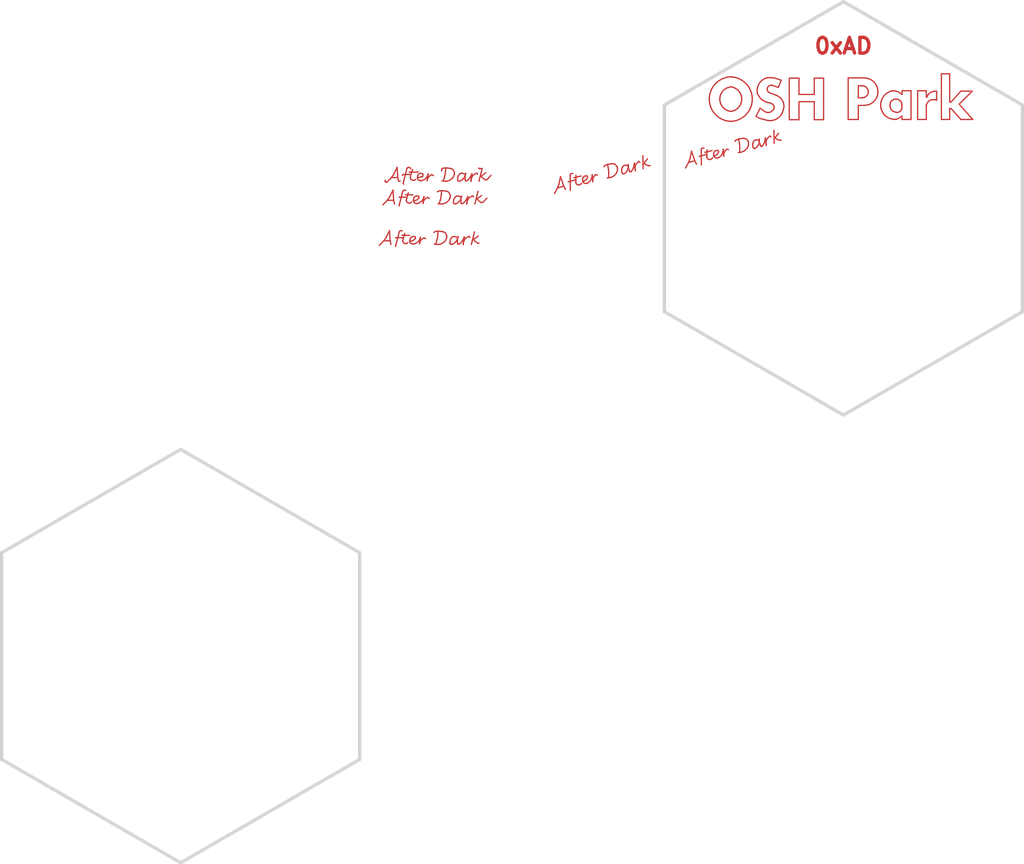
<source format=kicad_pcb>
(kicad_pcb (version 20171130) (host pcbnew 5.1.5-52549c5~84~ubuntu19.04.1)

  (general
    (thickness 1.6)
    (drawings 22)
    (tracks 972)
    (zones 0)
    (modules 0)
    (nets 22)
  )

  (page A4)
  (layers
    (0 Top signal)
    (31 Bottom signal)
    (32 B.Adhes user)
    (33 F.Adhes user)
    (34 B.Paste user)
    (35 F.Paste user)
    (36 B.SilkS user)
    (37 F.SilkS user)
    (38 B.Mask user)
    (39 F.Mask user)
    (40 Dwgs.User user)
    (41 Cmts.User user)
    (42 Eco1.User user)
    (43 Eco2.User user)
    (44 Edge.Cuts user)
    (45 Margin user)
    (46 B.CrtYd user)
    (47 F.CrtYd user)
    (48 B.Fab user)
    (49 F.Fab user)
  )

  (setup
    (last_trace_width 0.25)
    (trace_clearance 0.2)
    (zone_clearance 0.508)
    (zone_45_only no)
    (trace_min 0.1524)
    (via_size 0.8)
    (via_drill 0.4)
    (via_min_size 0.4)
    (via_min_drill 0.3)
    (uvia_size 0.3)
    (uvia_drill 0.1)
    (uvias_allowed no)
    (uvia_min_size 0.2)
    (uvia_min_drill 0.1)
    (edge_width 0.05)
    (segment_width 0.2)
    (pcb_text_width 0.3)
    (pcb_text_size 1.5 1.5)
    (mod_edge_width 0.12)
    (mod_text_size 1 1)
    (mod_text_width 0.15)
    (pad_size 1.524 1.524)
    (pad_drill 0.762)
    (pad_to_mask_clearance 0.051)
    (solder_mask_min_width 0.25)
    (aux_axis_origin 0 0)
    (visible_elements FFFFFF7F)
    (pcbplotparams
      (layerselection 0x010fc_ffffffff)
      (usegerberextensions false)
      (usegerberattributes false)
      (usegerberadvancedattributes false)
      (creategerberjobfile false)
      (excludeedgelayer true)
      (linewidth 0.100000)
      (plotframeref false)
      (viasonmask false)
      (mode 1)
      (useauxorigin false)
      (hpglpennumber 1)
      (hpglpenspeed 20)
      (hpglpendiameter 15.000000)
      (psnegative false)
      (psa4output false)
      (plotreference true)
      (plotvalue true)
      (plotinvisibletext false)
      (padsonsilk false)
      (subtractmaskfromsilk false)
      (outputformat 1)
      (mirror false)
      (drillshape 1)
      (scaleselection 1)
      (outputdirectory ""))
  )

  (net 0 "")
  (net 1 OSH)
  (net 2 BUTTERFLY)
  (net 3 S$3)
  (net 4 S$4)
  (net 5 S$5)
  (net 6 S$6)
  (net 7 S$7)
  (net 8 S$8)
  (net 9 S$9)
  (net 10 S$10)
  (net 11 S$11)
  (net 12 S$2)
  (net 13 S$12)
  (net 14 S$13)
  (net 15 S$14)
  (net 16 S$1)
  (net 17 S$28)
  (net 18 S$38)
  (net 19 AD)
  (net 20 S$30)
  (net 21 S$31)

  (net_class Default "This is the default net class."
    (clearance 0.2)
    (trace_width 0.25)
    (via_dia 0.8)
    (via_drill 0.4)
    (uvia_dia 0.3)
    (uvia_drill 0.1)
    (add_net AD)
    (add_net BUTTERFLY)
    (add_net OSH)
    (add_net S$1)
    (add_net S$10)
    (add_net S$11)
    (add_net S$12)
    (add_net S$13)
    (add_net S$14)
    (add_net S$2)
    (add_net S$28)
    (add_net S$3)
    (add_net S$30)
    (add_net S$31)
    (add_net S$38)
    (add_net S$4)
    (add_net S$5)
    (add_net S$6)
    (add_net S$7)
    (add_net S$8)
    (add_net S$9)
  )

  (gr_line (start 67.05854 185.419996) (end 89.05558 172.72) (layer Edge.Cuts) (width 0.4064) (tstamp 5E422828))
  (gr_line (start 67.05854 134.620004) (end 45.0615 147.32) (layer Edge.Cuts) (width 0.4064) (tstamp 5E422827))
  (gr_line (start 45.061497 147.32) (end 45.061497 172.719996) (layer Edge.Cuts) (width 0.4064) (tstamp 5E422826))
  (gr_line (start 89.055583 172.72) (end 89.055583 147.320004) (layer Edge.Cuts) (width 0.4064) (tstamp 5E422825))
  (gr_line (start 45.061497 172.719996) (end 67.05854 185.419996) (layer Edge.Cuts) (width 0.4064) (tstamp 5E422824))
  (gr_line (start 89.055583 147.320004) (end 67.05854 134.620004) (layer Edge.Cuts) (width 0.4064) (tstamp 5E422823))
  (gr_line (start 170.498143 117.7036) (end 170.498143 92.303604) (layer Edge.Cuts) (width 0.4064) (tstamp 9D5A6DE0))
  (gr_line (start 170.498143 92.303604) (end 148.5011 79.603604) (layer Edge.Cuts) (width 0.4064) (tstamp B595FEC0))
  (gr_line (start 126.504057 92.3036) (end 126.504057 117.703596) (layer Edge.Cuts) (width 0.4064) (tstamp 97EF1750))
  (gr_line (start 148.5011 79.603604) (end 126.50406 92.3036) (layer Edge.Cuts) (width 0.4064) (tstamp AE4C6800))
  (gr_line (start 126.504057 117.703596) (end 148.5011 130.403596) (layer Edge.Cuts) (width 0.4064) (tstamp B644D8E0))
  (gr_line (start 148.5011 130.403596) (end 170.49814 117.7036) (layer Edge.Cuts) (width 0.4064) (tstamp AE4C0690))
  (gr_line (start 148.3995 109.1438) (end 148.4757 108.6866) (layer F.Mask) (width 0.1016) (tstamp A2112D80))
  (gr_line (start 148.4757 108.6866) (end 148.4757 108.5342) (layer F.Mask) (width 0.1016) (tstamp 98F30810))
  (gr_line (start 148.4757 108.5342) (end 148.4249 108.3564) (layer F.Mask) (width 0.1016) (tstamp ABBA3930))
  (gr_line (start 148.4249 108.3564) (end 148.7551 108.2548) (layer F.Mask) (width 0.1016) (tstamp 98F10620))
  (gr_line (start 148.7551 108.2548) (end 149.1869 108.1278) (layer F.Mask) (width 0.1016) (tstamp 9D5454F0))
  (gr_line (start 149.1869 108.1278) (end 149.5425 108.0262) (layer F.Mask) (width 0.1016) (tstamp ABABD7E0))
  (gr_line (start 149.5425 108.0262) (end 149.8473 107.8992) (layer F.Mask) (width 0.1016) (tstamp AC0804D0))
  (gr_line (start 149.8473 107.8992) (end 149.9743 107.95) (layer F.Mask) (width 0.1016) (tstamp 998E3890))
  (gr_text 0xAD (at 148.5011 83.9216) (layer Top) (tstamp ABBA5C70)
    (effects (font (size 1.9304 1.9304) (thickness 0.4064)) (justify top))
  )
  (gr_text "after dark" (at 92.3671 99.9236 15) (layer F.Mask) (tstamp A24699A0)
    (effects (font (size 1.6891 1.6891) (thickness 0.14224)) (justify left bottom))
  )

  (segment (start 134.7597 88.8492) (end 134.759701 88.8492) (width 0.1524) (layer Top) (net 1) (tstamp ACFF6D36))
  (segment (start 134.759701 88.8492) (end 135.096482 88.894637) (width 0.1524) (layer Top) (net 1) (tstamp ACFF6D3D))
  (segment (start 135.096482 88.894637) (end 135.425048 88.981418) (width 0.1524) (layer Top) (net 1) (tstamp ACFF6D44))
  (segment (start 135.425048 88.981418) (end 135.740342 89.108209) (width 0.1524) (layer Top) (net 1) (tstamp ACFF6D4B))
  (segment (start 135.740342 89.108209) (end 136.037514 89.273059) (width 0.1524) (layer Top) (net 1) (tstamp ACFF6D52))
  (segment (start 136.037514 89.273059) (end 136.31199 89.473431) (width 0.1524) (layer Top) (net 1) (tstamp ACFF6D59))
  (segment (start 136.31199 89.473431) (end 136.559549 89.706243) (width 0.1524) (layer Top) (net 1) (tstamp ACFF6D60))
  (segment (start 136.559549 89.706243) (end 136.77638 89.967912) (width 0.1524) (layer Top) (net 1) (tstamp ACFF6D68))
  (segment (start 136.77638 89.967912) (end 136.959148 90.254412) (width 0.1524) (layer Top) (net 1) (tstamp ACFF6D6F))
  (segment (start 136.959148 90.254412) (end 137.105041 90.561335) (width 0.1524) (layer Top) (net 1) (tstamp ACFF6D76))
  (segment (start 137.105041 90.561335) (end 137.211813 90.883959) (width 0.1524) (layer Top) (net 1) (tstamp ACFF6D7D))
  (segment (start 137.211813 90.883959) (end 137.277823 91.217319) (width 0.1524) (layer Top) (net 1) (tstamp ACFF6D84))
  (segment (start 137.277823 91.217319) (end 137.302053 91.556287) (width 0.1524) (layer Top) (net 1) (tstamp ACFF6D8B))
  (segment (start 137.302053 91.556287) (end 137.284133 91.895647) (width 0.1524) (layer Top) (net 1) (tstamp ACFF6D92))
  (segment (start 137.284133 91.895647) (end 137.224336 92.230178) (width 0.1524) (layer Top) (net 1) (tstamp ACFF6D99))
  (segment (start 137.224336 92.230178) (end 137.123584 92.554732) (width 0.1524) (layer Top) (net 1) (tstamp ACFF6DA0))
  (segment (start 137.123584 92.554732) (end 136.983426 92.864316) (width 0.1524) (layer Top) (net 1) (tstamp ACFF6DA8))
  (segment (start 136.983426 92.864316) (end 136.80602 93.154166) (width 0.1524) (layer Top) (net 1) (tstamp ACFF6DAF))
  (segment (start 136.80602 93.154166) (end 136.594094 93.419824) (width 0.1524) (layer Top) (net 1) (tstamp ACFF6DB6))
  (segment (start 136.594094 93.419824) (end 136.350909 93.6572) (width 0.1524) (layer Top) (net 1) (tstamp ACFF6DBD))
  (segment (start 136.350909 93.6572) (end 136.080207 93.862644) (width 0.1524) (layer Top) (net 1) (tstamp ACFF6DC4))
  (segment (start 136.080207 93.862644) (end 135.786154 94.032993) (width 0.1524) (layer Top) (net 1) (tstamp ACFF6DCB))
  (segment (start 135.786154 94.032993) (end 135.473273 94.165628) (width 0.1524) (layer Top) (net 1) (tstamp ACFF6DD2))
  (segment (start 135.473273 94.165628) (end 135.146378 94.258507) (width 0.1524) (layer Top) (net 1) (tstamp ACFF6DD9))
  (segment (start 135.146378 94.258507) (end 134.8105 94.3102) (width 0.1524) (layer Top) (net 1) (tstamp ACFF6DE0))
  (segment (start 134.5565 94.3102) (end 134.556501 94.3102) (width 0.1524) (layer Top) (net 1) (tstamp ADE5C6D6))
  (segment (start 134.556501 94.3102) (end 134.21972 94.264764) (width 0.1524) (layer Top) (net 1) (tstamp ADE5C6DD))
  (segment (start 134.21972 94.264764) (end 133.891154 94.177982) (width 0.1524) (layer Top) (net 1) (tstamp ADE5C6E4))
  (segment (start 133.891154 94.177982) (end 133.57586 94.051191) (width 0.1524) (layer Top) (net 1) (tstamp ADE5C6EB))
  (segment (start 133.57586 94.051191) (end 133.278688 93.886342) (width 0.1524) (layer Top) (net 1) (tstamp ADE5C6F2))
  (segment (start 133.278688 93.886342) (end 133.004212 93.68597) (width 0.1524) (layer Top) (net 1) (tstamp ADE5C6F9))
  (segment (start 133.004212 93.68597) (end 132.756653 93.453158) (width 0.1524) (layer Top) (net 1) (tstamp ADE5C700))
  (segment (start 132.756653 93.453158) (end 132.539822 93.19149) (width 0.1524) (layer Top) (net 1) (tstamp ADE5C708))
  (segment (start 132.539822 93.19149) (end 132.357054 92.90499) (width 0.1524) (layer Top) (net 1) (tstamp ADE5C70F))
  (segment (start 132.357054 92.90499) (end 132.211161 92.598067) (width 0.1524) (layer Top) (net 1) (tstamp ADE5C716))
  (segment (start 132.211161 92.598067) (end 132.104389 92.275443) (width 0.1524) (layer Top) (net 1) (tstamp ADE5C71D))
  (segment (start 132.104389 92.275443) (end 132.038379 91.942083) (width 0.1524) (layer Top) (net 1) (tstamp ADE5C724))
  (segment (start 132.038379 91.942083) (end 132.014149 91.603115) (width 0.1524) (layer Top) (net 1) (tstamp ADE5C72B))
  (segment (start 132.014149 91.603115) (end 132.032069 91.263755) (width 0.1524) (layer Top) (net 1) (tstamp ADE5C732))
  (segment (start 132.032069 91.263755) (end 132.091866 90.929224) (width 0.1524) (layer Top) (net 1) (tstamp ADE5C739))
  (segment (start 132.091866 90.929224) (end 132.192618 90.60467) (width 0.1524) (layer Top) (net 1) (tstamp ADE5C740))
  (segment (start 132.192618 90.60467) (end 132.332775 90.295086) (width 0.1524) (layer Top) (net 1) (tstamp ADE5C748))
  (segment (start 132.332775 90.295086) (end 132.510182 90.005236) (width 0.1524) (layer Top) (net 1) (tstamp ADE5C74F))
  (segment (start 132.510182 90.005236) (end 132.722108 89.739579) (width 0.1524) (layer Top) (net 1) (tstamp ADE5C756))
  (segment (start 132.722108 89.739579) (end 132.965292 89.502202) (width 0.1524) (layer Top) (net 1) (tstamp ADE5C75D))
  (segment (start 132.965292 89.502202) (end 133.235994 89.296758) (width 0.1524) (layer Top) (net 1) (tstamp ADE5C764))
  (segment (start 133.235994 89.296758) (end 133.530047 89.126409) (width 0.1524) (layer Top) (net 1) (tstamp ADE5C76B))
  (segment (start 133.530047 89.126409) (end 133.842928 88.993774) (width 0.1524) (layer Top) (net 1) (tstamp ADE5C772))
  (segment (start 133.842928 88.993774) (end 134.169822 88.900895) (width 0.1524) (layer Top) (net 1) (tstamp ADE5C779))
  (segment (start 134.169822 88.900895) (end 134.5057 88.8492) (width 0.1524) (layer Top) (net 1) (tstamp ADE5C780))
  (segment (start 134.5565 94.3102) (end 134.8105 94.3102) (width 0.1524) (layer Top) (net 1) (tstamp AE42B760))
  (segment (start 134.5057 88.8492) (end 134.7851 88.8492) (width 0.1524) (layer Top) (net 1) (tstamp AD0415F0))
  (segment (start 137.7569 93.7006) (end 138.2649 92.6846) (width 0.1524) (layer Top) (net 1) (tstamp AE39A760))
  (segment (start 138.2649 92.6846) (end 138.7729 93.0656) (width 0.1524) (layer Top) (net 1) (tstamp A25A0AD0))
  (segment (start 138.7729 93.0656) (end 138.772901 93.065601) (width 0.1524) (layer Top) (net 1) (tstamp AD032B8F))
  (segment (start 138.772901 93.065601) (end 138.961512 93.173144) (width 0.1524) (layer Top) (net 1) (tstamp AD032B7F))
  (segment (start 138.961512 93.173144) (end 139.172378 93.224869) (width 0.1524) (layer Top) (net 1) (tstamp AD032B6F))
  (segment (start 139.172378 93.224869) (end 139.389345 93.216813) (width 0.1524) (layer Top) (net 1) (tstamp AD032B5F))
  (segment (start 139.389345 93.216813) (end 139.595795 93.149594) (width 0.1524) (layer Top) (net 1) (tstamp AD032B4F))
  (segment (start 139.595795 93.149594) (end 139.9159 92.8624) (width 0.1524) (layer Top) (net 1) (tstamp AD032B30))
  (segment (start 139.9159 92.8624) (end 139.915901 92.862399) (width 0.1524) (layer Top) (net 1) (tstamp ADD6A7E2))
  (segment (start 139.915901 92.862399) (end 139.976922 92.691656) (width 0.1524) (layer Top) (net 1) (tstamp ADD6A7CF))
  (segment (start 139.976922 92.691656) (end 139.978846 92.510347) (width 0.1524) (layer Top) (net 1) (tstamp ADD6A7BC))
  (segment (start 139.978846 92.510347) (end 139.921462 92.338348) (width 0.1524) (layer Top) (net 1) (tstamp ADD6A7A9))
  (segment (start 139.921462 92.338348) (end 139.81106 92.194515) (width 0.1524) (layer Top) (net 1) (tstamp ADD6A796))
  (segment (start 139.81106 92.194515) (end 139.4841 92.0496) (width 0.1524) (layer Top) (net 1) (tstamp ADD6A770))
  (segment (start 139.4841 92.0496) (end 139.4841 92.0496) (width 0.1524) (layer Top) (net 1) (tstamp ABBAC184))
  (segment (start 139.4841 92.0496) (end 139.156918 91.987369) (width 0.1524) (layer Top) (net 1) (tstamp ABBAC18E))
  (segment (start 139.156918 91.987369) (end 138.845541 91.869194) (width 0.1524) (layer Top) (net 1) (tstamp ABBAC198))
  (segment (start 138.845541 91.869194) (end 138.559456 91.698677) (width 0.1524) (layer Top) (net 1) (tstamp ABBAC1A2))
  (segment (start 138.559456 91.698677) (end 138.30738 91.481012) (width 0.1524) (layer Top) (net 1) (tstamp ABBAC1AC))
  (segment (start 138.30738 91.481012) (end 137.9347 90.932) (width 0.1524) (layer Top) (net 1) (tstamp ABBAC1C0))
  (segment (start 137.9347 90.932) (end 137.9347 90.932001) (width 0.1524) (layer Top) (net 1) (tstamp AD01BF98))
  (segment (start 137.9347 90.932001) (end 137.893278 90.650756) (width 0.1524) (layer Top) (net 1) (tstamp AD01BFA2))
  (segment (start 137.893278 90.650756) (end 137.90064 90.366573) (width 0.1524) (layer Top) (net 1) (tstamp AD01BFAB))
  (segment (start 137.90064 90.366573) (end 137.95657 90.087851) (width 0.1524) (layer Top) (net 1) (tstamp AD01BFB5))
  (segment (start 137.95657 90.087851) (end 138.059414 89.822828) (width 0.1524) (layer Top) (net 1) (tstamp AD01BFBF))
  (segment (start 138.059414 89.822828) (end 138.206133 89.579337) (width 0.1524) (layer Top) (net 1) (tstamp AD01BFC9))
  (segment (start 138.206133 89.579337) (end 138.39239 89.364575) (width 0.1524) (layer Top) (net 1) (tstamp AD01BFD3))
  (segment (start 138.39239 89.364575) (end 138.61268 89.18489) (width 0.1524) (layer Top) (net 1) (tstamp AD01BFDD))
  (segment (start 138.61268 89.18489) (end 138.860491 89.045592) (width 0.1524) (layer Top) (net 1) (tstamp AD01BFE7))
  (segment (start 138.860491 89.045592) (end 139.1285 88.9508) (width 0.1524) (layer Top) (net 1) (tstamp AD01BFF0))
  (segment (start 139.1285 88.9508) (end 139.1285 88.9508) (width 0.1524) (layer Top) (net 1) (tstamp ADE63A70))
  (segment (start 139.1285 88.9508) (end 139.572209 88.933953) (width 0.1524) (layer Top) (net 1) (tstamp ADE63A78))
  (segment (start 139.572209 88.933953) (end 140.013848 88.979959) (width 0.1524) (layer Top) (net 1) (tstamp ADE63A80))
  (segment (start 140.013848 88.979959) (end 140.8557 89.2556) (width 0.1524) (layer Top) (net 1) (tstamp ADE63A90))
  (segment (start 140.8557 89.2556) (end 140.5001 90.1446) (width 0.1524) (layer Top) (net 1) (tstamp B5E55660))
  (segment (start 140.5001 90.1446) (end 139.7635 89.8906) (width 0.1524) (layer Top) (net 1) (tstamp ADD88A50))
  (segment (start 139.7635 89.8906) (end 139.763501 89.8906) (width 0.1524) (layer Top) (net 1) (tstamp ADE601D9))
  (segment (start 139.763501 89.8906) (end 139.599075 89.869958) (width 0.1524) (layer Top) (net 1) (tstamp ADE601C6))
  (segment (start 139.599075 89.869958) (end 139.43701 89.904558) (width 0.1524) (layer Top) (net 1) (tstamp ADE601B3))
  (segment (start 139.43701 89.904558) (end 139.29535 89.990547) (width 0.1524) (layer Top) (net 1) (tstamp ADE601A0))
  (segment (start 139.29535 89.990547) (end 139.189863 90.118354) (width 0.1524) (layer Top) (net 1) (tstamp ADE6018C))
  (segment (start 139.189863 90.118354) (end 139.132293 90.273749) (width 0.1524) (layer Top) (net 1) (tstamp ADE60179))
  (segment (start 139.132293 90.273749) (end 139.12905 90.439434) (width 0.1524) (layer Top) (net 1) (tstamp ADE60166))
  (segment (start 139.12905 90.439434) (end 139.2809 90.7288) (width 0.1524) (layer Top) (net 1) (tstamp ADE60140))
  (segment (start 139.2809 90.7288) (end 140.1699 91.0844) (width 0.1524) (layer Top) (net 1) (tstamp AE45C350))
  (segment (start 140.1699 91.0844) (end 140.1699 91.0844) (width 0.1524) (layer Top) (net 1) (tstamp ADD5078D))
  (segment (start 140.1699 91.0844) (end 140.426453 91.188205) (width 0.1524) (layer Top) (net 1) (tstamp ADD50798))
  (segment (start 140.426453 91.188205) (end 140.658435 91.339132) (width 0.1524) (layer Top) (net 1) (tstamp ADD507A3))
  (segment (start 140.658435 91.339132) (end 140.857292 91.531616) (width 0.1524) (layer Top) (net 1) (tstamp ADD507AE))
  (segment (start 140.857292 91.531616) (end 141.015694 91.75856) (width 0.1524) (layer Top) (net 1) (tstamp ADD507B9))
  (segment (start 141.015694 91.75856) (end 141.127798 92.011596) (width 0.1524) (layer Top) (net 1) (tstamp ADD507C4))
  (segment (start 141.127798 92.011596) (end 141.189473 92.281394) (width 0.1524) (layer Top) (net 1) (tstamp ADD507CF))
  (segment (start 141.189473 92.281394) (end 141.198442 92.558006) (width 0.1524) (layer Top) (net 1) (tstamp ADD507DA))
  (segment (start 141.198442 92.558006) (end 141.0589 93.091) (width 0.1524) (layer Top) (net 1) (tstamp ADD507F0))
  (segment (start 141.0589 93.091) (end 141.0589 93.091) (width 0.1524) (layer Top) (net 1) (tstamp AB3179A1))
  (segment (start 141.0589 93.091) (end 140.941906 93.356726) (width 0.1524) (layer Top) (net 1) (tstamp AB3179AB))
  (segment (start 140.941906 93.356726) (end 140.780779 93.598254) (width 0.1524) (layer Top) (net 1) (tstamp AB3179B5))
  (segment (start 140.780779 93.598254) (end 140.58036 93.808326) (width 0.1524) (layer Top) (net 1) (tstamp AB3179BF))
  (segment (start 140.58036 93.808326) (end 140.346672 93.980628) (width 0.1524) (layer Top) (net 1) (tstamp AB3179C9))
  (segment (start 140.346672 93.980628) (end 140.086739 94.109983) (width 0.1524) (layer Top) (net 1) (tstamp AB3179D3))
  (segment (start 140.086739 94.109983) (end 139.808372 94.192503) (width 0.1524) (layer Top) (net 1) (tstamp AB3179DD))
  (segment (start 139.808372 94.192503) (end 139.519936 94.225708) (width 0.1524) (layer Top) (net 1) (tstamp AB3179E7))
  (segment (start 139.519936 94.225708) (end 139.2301 94.2086) (width 0.1524) (layer Top) (net 1) (tstamp AB3179F0))
  (segment (start 139.2301 94.2086) (end 139.2301 94.2086) (width 0.1524) (layer Top) (net 1) (tstamp ADE1CE5B))
  (segment (start 139.2301 94.2086) (end 138.2395 93.9546) (width 0.1524) (layer Top) (net 1) (tstamp ADE1CE70))
  (segment (start 138.2395 93.9546) (end 137.7569 93.7006) (width 0.1524) (layer Top) (net 1) (tstamp AD005B90))
  (segment (start 141.8463 89.0016) (end 143.0401 89.0016) (width 0.1524) (layer Top) (net 1) (tstamp ABBC5020))
  (segment (start 144.9197 89.0016) (end 146.0627 89.0016) (width 0.1524) (layer Top) (net 1) (tstamp AD0145A0))
  (segment (start 146.0627 89.0016) (end 146.0627 94.107) (width 0.1524) (layer Top) (net 1) (tstamp AA39A080))
  (segment (start 146.0627 94.107) (end 144.9197 94.107) (width 0.1524) (layer Top) (net 1) (tstamp AD03DAB0))
  (segment (start 143.0401 94.107) (end 141.8463 94.107) (width 0.1524) (layer Top) (net 1) (tstamp AE3669E0))
  (segment (start 141.8463 94.107) (end 141.8463 89.0016) (width 0.1524) (layer Top) (net 1) (tstamp A241CFF0))
  (segment (start 143.0401 94.107) (end 143.0401 91.8972) (width 0.1524) (layer Top) (net 1) (tstamp ABB803C0))
  (segment (start 143.0401 91.8972) (end 144.9197 91.8972) (width 0.1524) (layer Top) (net 1) (tstamp AD071FA0))
  (segment (start 144.9197 91.8972) (end 144.9197 94.107) (width 0.1524) (layer Top) (net 1) (tstamp ADE730E0))
  (segment (start 143.0401 91.0082) (end 143.0401 89.0016) (width 0.1524) (layer Top) (net 1) (tstamp AE43DF10))
  (segment (start 144.9197 91.0082) (end 144.9197 89.0016) (width 0.1524) (layer Top) (net 1) (tstamp AD0634C0))
  (segment (start 143.0401 91.0082) (end 144.9197 91.0082) (width 0.1524) (layer Top) (net 1) (tstamp AE46EAF0))
  (segment (start 150.3299 94.0816) (end 149.0853 94.0816) (width 0.1524) (layer Top) (net 1) (tstamp B6C85F80))
  (segment (start 149.0853 94.0816) (end 149.0853 88.9762) (width 0.1524) (layer Top) (net 1) (tstamp AD066DE0))
  (segment (start 149.0853 88.9762) (end 151.0665 88.9762) (width 0.1524) (layer Top) (net 1) (tstamp AE3B4D50))
  (segment (start 151.0665 88.9762) (end 151.0665 88.9762) (width 0.1524) (layer Top) (net 1) (tstamp AE43A31D))
  (segment (start 151.0665 88.9762) (end 151.343161 89.00093) (width 0.1524) (layer Top) (net 1) (tstamp AE43A327))
  (segment (start 151.343161 89.00093) (end 151.61203 89.070666) (width 0.1524) (layer Top) (net 1) (tstamp AE43A330))
  (segment (start 151.61203 89.070666) (end 151.865834 89.183523) (width 0.1524) (layer Top) (net 1) (tstamp AE43A33A))
  (segment (start 151.865834 89.183523) (end 152.097711 89.336448) (width 0.1524) (layer Top) (net 1) (tstamp AE43A343))
  (segment (start 152.097711 89.336448) (end 152.301391 89.525307) (width 0.1524) (layer Top) (net 1) (tstamp AE43A34C))
  (segment (start 152.301391 89.525307) (end 152.471366 89.744993) (width 0.1524) (layer Top) (net 1) (tstamp AE43A356))
  (segment (start 152.471366 89.744993) (end 152.60304 89.989564) (width 0.1524) (layer Top) (net 1) (tstamp AE43A35F))
  (segment (start 152.60304 89.989564) (end 152.692852 90.252408) (width 0.1524) (layer Top) (net 1) (tstamp AE43A369))
  (segment (start 152.692852 90.252408) (end 152.738373 90.526418) (width 0.1524) (layer Top) (net 1) (tstamp AE43A372))
  (segment (start 152.738373 90.526418) (end 152.738373 90.804182) (width 0.1524) (layer Top) (net 1) (tstamp AE43A37C))
  (segment (start 152.738373 90.804182) (end 152.692852 91.078191) (width 0.1524) (layer Top) (net 1) (tstamp AE43A385))
  (segment (start 152.692852 91.078191) (end 152.60304 91.341036) (width 0.1524) (layer Top) (net 1) (tstamp AE43A38E))
  (segment (start 152.60304 91.341036) (end 152.471366 91.585607) (width 0.1524) (layer Top) (net 1) (tstamp AE43A398))
  (segment (start 152.471366 91.585607) (end 152.301391 91.805293) (width 0.1524) (layer Top) (net 1) (tstamp AE43A3A1))
  (segment (start 152.301391 91.805293) (end 152.097711 91.994152) (width 0.1524) (layer Top) (net 1) (tstamp AE43A3AB))
  (segment (start 152.097711 91.994152) (end 151.865834 92.147077) (width 0.1524) (layer Top) (net 1) (tstamp AE43A3B4))
  (segment (start 151.865834 92.147077) (end 151.61203 92.259934) (width 0.1524) (layer Top) (net 1) (tstamp AE43A3BE))
  (segment (start 151.61203 92.259934) (end 151.0665 92.3544) (width 0.1524) (layer Top) (net 1) (tstamp AE43A3D0))
  (segment (start 151.0665 92.3544) (end 150.3299 92.3544) (width 0.1524) (layer Top) (net 1) (tstamp B6003AB0))
  (segment (start 150.3299 92.3544) (end 150.3299 94.0816) (width 0.1524) (layer Top) (net 1) (tstamp ADE06CC0))
  (segment (start 155.6893 94.0816) (end 156.8069 94.0816) (width 0.1524) (layer Top) (net 1) (tstamp AE445450))
  (segment (start 156.8069 94.0816) (end 156.8069 90.551) (width 0.1524) (layer Top) (net 1) (tstamp AD053D90))
  (segment (start 156.8069 90.551) (end 155.7147 90.551) (width 0.1524) (layer Top) (net 1) (tstamp AE387E40))
  (segment (start 155.7147 90.551) (end 155.7147 91.0082) (width 0.1524) (layer Top) (net 1) (tstamp AE4673C0))
  (segment (start 154.5971 90.551) (end 154.597099 90.551) (width 0.1524) (layer Top) (net 1) (tstamp AE45FE98))
  (segment (start 154.597099 90.551) (end 154.328893 90.610879) (width 0.1524) (layer Top) (net 1) (tstamp AE45FE8F))
  (segment (start 154.328893 90.610879) (end 154.07314 90.711426) (width 0.1524) (layer Top) (net 1) (tstamp AE45FE86))
  (segment (start 154.07314 90.711426) (end 153.835963 90.850231) (width 0.1524) (layer Top) (net 1) (tstamp AE45FE7E))
  (segment (start 153.835963 90.850231) (end 153.623045 91.023971) (width 0.1524) (layer Top) (net 1) (tstamp AE45FE75))
  (segment (start 153.623045 91.023971) (end 153.439485 91.228483) (width 0.1524) (layer Top) (net 1) (tstamp AE45FE6C))
  (segment (start 153.439485 91.228483) (end 153.289679 91.458869) (width 0.1524) (layer Top) (net 1) (tstamp AE45FE63))
  (segment (start 153.289679 91.458869) (end 153.177217 91.709612) (width 0.1524) (layer Top) (net 1) (tstamp AE45FE5A))
  (segment (start 153.177217 91.709612) (end 153.104791 91.974705) (width 0.1524) (layer Top) (net 1) (tstamp AE45FE51))
  (segment (start 153.104791 91.974705) (end 153.074136 92.247798) (width 0.1524) (layer Top) (net 1) (tstamp AE45FE48))
  (segment (start 153.074136 92.247798) (end 153.085988 92.522351) (width 0.1524) (layer Top) (net 1) (tstamp AE45FE3F))
  (segment (start 153.085988 92.522351) (end 153.140061 92.791787) (width 0.1524) (layer Top) (net 1) (tstamp AE45FE37))
  (segment (start 153.140061 92.791787) (end 153.23506 93.049652) (width 0.1524) (layer Top) (net 1) (tstamp AE45FE2E))
  (segment (start 153.23506 93.049652) (end 153.368711 93.289771) (width 0.1524) (layer Top) (net 1) (tstamp AE45FE25))
  (segment (start 153.368711 93.289771) (end 153.537812 93.506392) (width 0.1524) (layer Top) (net 1) (tstamp AE45FE1C))
  (segment (start 153.537812 93.506392) (end 153.738313 93.694326) (width 0.1524) (layer Top) (net 1) (tstamp AE45FE13))
  (segment (start 153.738313 93.694326) (end 153.96541 93.849072) (width 0.1524) (layer Top) (net 1) (tstamp AE45FE0A))
  (segment (start 153.96541 93.849072) (end 154.213666 93.966923) (width 0.1524) (layer Top) (net 1) (tstamp AE45FE01))
  (segment (start 154.213666 93.966923) (end 154.7495 94.0816) (width 0.1524) (layer Top) (net 1) (tstamp AE45FDF0))
  (segment (start 154.7495 94.0816) (end 154.7495 94.0816) (width 0.1524) (layer Top) (net 1) (tstamp ADE588FC))
  (segment (start 154.7495 94.0816) (end 155.011626 94.044588) (width 0.1524) (layer Top) (net 1) (tstamp ADE588F1))
  (segment (start 155.011626 94.044588) (end 155.261732 93.957833) (width 0.1524) (layer Top) (net 1) (tstamp ADE588E6))
  (segment (start 155.261732 93.957833) (end 155.6893 93.6498) (width 0.1524) (layer Top) (net 1) (tstamp ADE588D0))
  (segment (start 155.6893 93.6498) (end 155.6893 94.0816) (width 0.1524) (layer Top) (net 1) (tstamp 99D2E180))
  (segment (start 154.5971 90.551) (end 154.5971 90.551) (width 0.1524) (layer Top) (net 1) (tstamp B5E6BE43))
  (segment (start 154.5971 90.551) (end 154.905211 90.579238) (width 0.1524) (layer Top) (net 1) (tstamp B5E6BE4E))
  (segment (start 154.905211 90.579238) (end 155.201752 90.667518) (width 0.1524) (layer Top) (net 1) (tstamp B5E6BE5A))
  (segment (start 155.201752 90.667518) (end 155.7147 91.0082) (width 0.1524) (layer Top) (net 1) (tstamp B5E6BE70))
  (segment (start 157.6197 94.0816) (end 158.6865 94.0816) (width 0.1524) (layer Top) (net 1) (tstamp AB5F8570))
  (segment (start 157.6197 94.0816) (end 157.6197 90.551) (width 0.1524) (layer Top) (net 1) (tstamp ADE46090))
  (segment (start 159.9565 90.6018) (end 159.9565 91.7194) (width 0.1524) (layer Top) (net 1) (tstamp AD04C710))
  (segment (start 157.6197 90.551) (end 158.6865 90.551) (width 0.1524) (layer Top) (net 1) (tstamp ADD81390))
  (segment (start 158.6865 90.551) (end 158.6865 91.3384) (width 0.1524) (layer Top) (net 1) (tstamp AE38F5A0))
  (segment (start 158.6865 91.3384) (end 158.7627 91.3384) (width 0.1524) (layer Top) (net 1) (tstamp B5F32520))
  (segment (start 158.7627 91.3384) (end 158.7627 91.3384) (width 0.1524) (layer Top) (net 1) (tstamp B7057A2B))
  (segment (start 158.7627 91.3384) (end 158.861172 91.109308) (width 0.1524) (layer Top) (net 1) (tstamp B7057A39))
  (segment (start 158.861172 91.109308) (end 159.011945 90.910695) (width 0.1524) (layer Top) (net 1) (tstamp B7057A47))
  (segment (start 159.011945 90.910695) (end 159.206134 90.754265) (width 0.1524) (layer Top) (net 1) (tstamp B7057A55))
  (segment (start 159.206134 90.754265) (end 159.6771 90.6018) (width 0.1524) (layer Top) (net 1) (tstamp B7057A70))
  (segment (start 159.9565 90.6018) (end 159.6771 90.6018) (width 0.1524) (layer Top) (net 1) (tstamp ADE33910))
  (segment (start 158.6865 94.0816) (end 158.6865 92.329) (width 0.1524) (layer Top) (net 1) (tstamp AE3324B0))
  (segment (start 158.6865 92.329) (end 158.6865 92.329001) (width 0.1524) (layer Top) (net 1) (tstamp AD0364B2))
  (segment (start 158.6865 92.329001) (end 158.754374 92.132823) (width 0.1524) (layer Top) (net 1) (tstamp AD0364C0))
  (segment (start 158.754374 92.132823) (end 158.866003 91.957805) (width 0.1524) (layer Top) (net 1) (tstamp AD0364CD))
  (segment (start 158.866003 91.957805) (end 159.015267 91.813539) (width 0.1524) (layer Top) (net 1) (tstamp AD0364DB))
  (segment (start 159.015267 91.813539) (end 159.193984 91.707933) (width 0.1524) (layer Top) (net 1) (tstamp AD0364E8))
  (segment (start 159.193984 91.707933) (end 159.392358 91.646777) (width 0.1524) (layer Top) (net 1) (tstamp AD0364F6))
  (segment (start 159.392358 91.646777) (end 159.8041 91.6686) (width 0.1524) (layer Top) (net 1) (tstamp AD036510))
  (segment (start 159.8041 91.6686) (end 159.9565 91.7194) (width 0.1524) (layer Top) (net 1) (tstamp 9B904BF0))
  (segment (start 160.5407 94.0816) (end 161.5567 94.0816) (width 0.1524) (layer Top) (net 1) (tstamp AE3A9AF0))
  (segment (start 162.9283 94.0816) (end 164.4015 94.0816) (width 0.1524) (layer Top) (net 1) (tstamp AE3A2510))
  (segment (start 164.4015 94.0816) (end 162.7251 92.202) (width 0.1524) (layer Top) (net 1) (tstamp ADE42690))
  (segment (start 162.7251 92.202) (end 164.3253 90.6018) (width 0.1524) (layer Top) (net 1) (tstamp B5D634D0))
  (segment (start 162.9283 90.6018) (end 164.3253 90.6018) (width 0.1524) (layer Top) (net 1) (tstamp ADE6F7D0))
  (segment (start 160.5407 94.0816) (end 160.5407 88.4682) (width 0.1524) (layer Top) (net 1) (tstamp AE34FFB0))
  (segment (start 160.5407 88.4682) (end 161.5567 88.4682) (width 0.1524) (layer Top) (net 1) (tstamp B5EE4B60))
  (segment (start 161.5567 88.4682) (end 161.5567 91.8972) (width 0.1524) (layer Top) (net 1) (tstamp ADE37430))
  (segment (start 161.5567 91.8972) (end 161.5567 91.897201) (width 0.1524) (layer Top) (net 1) (tstamp A1FD5233))
  (segment (start 161.5567 91.897201) (end 161.614278 91.963809) (width 0.1524) (layer Top) (net 1) (tstamp A1FD5202))
  (segment (start 161.614278 91.963809) (end 161.7599 91.8972) (width 0.1524) (layer Top) (net 1) (tstamp A1FD51A0))
  (segment (start 161.7599 91.8972) (end 162.9283 90.6018) (width 0.1524) (layer Top) (net 1) (tstamp AE449250))
  (segment (start 161.5567 94.0816) (end 161.5567 92.7354) (width 0.1524) (layer Top) (net 1) (tstamp AE37CEC0))
  (segment (start 161.5567 92.7354) (end 161.556699 92.735402) (width 0.1524) (layer Top) (net 1) (tstamp 99C34308))
  (segment (start 161.556699 92.735402) (end 161.7345 92.7354) (width 0.1524) (layer Top) (net 1) (tstamp 99C34380))
  (segment (start 161.7345 92.7354) (end 162.9283 94.0816) (width 0.1524) (layer Top) (net 1) (tstamp AE36A440))
  (segment (start 134.6835 93.091) (end 134.683501 93.091) (width 0.1524) (layer Top) (net 1) (tstamp AC7B23A7))
  (segment (start 134.683501 93.091) (end 134.424577 93.043411) (width 0.1524) (layer Top) (net 1) (tstamp AC7B23B1))
  (segment (start 134.424577 93.043411) (end 134.177767 92.951806) (width 0.1524) (layer Top) (net 1) (tstamp AC7B23BB))
  (segment (start 134.177767 92.951806) (end 133.950493 92.818941) (width 0.1524) (layer Top) (net 1) (tstamp AC7B23C5))
  (segment (start 133.950493 92.818941) (end 133.74959 92.64881) (width 0.1524) (layer Top) (net 1) (tstamp AC7B23CF))
  (segment (start 133.74959 92.64881) (end 133.581099 92.446529) (width 0.1524) (layer Top) (net 1) (tstamp AC7B23D9))
  (segment (start 133.581099 92.446529) (end 133.450088 92.218182) (width 0.1524) (layer Top) (net 1) (tstamp AC7B23E3))
  (segment (start 133.450088 92.218182) (end 133.360494 91.970634) (width 0.1524) (layer Top) (net 1) (tstamp AC7B23ED))
  (segment (start 133.360494 91.970634) (end 133.315014 91.711331) (width 0.1524) (layer Top) (net 1) (tstamp AC7B23F7))
  (segment (start 133.315014 91.711331) (end 133.315014 91.44807) (width 0.1524) (layer Top) (net 1) (tstamp AC7B2401))
  (segment (start 133.315014 91.44807) (end 133.360494 91.188767) (width 0.1524) (layer Top) (net 1) (tstamp AC7B240B))
  (segment (start 133.360494 91.188767) (end 133.450087 90.941219) (width 0.1524) (layer Top) (net 1) (tstamp AC7B2415))
  (segment (start 133.450087 90.941219) (end 133.581099 90.712872) (width 0.1524) (layer Top) (net 1) (tstamp AC7B241F))
  (segment (start 133.581099 90.712872) (end 133.749589 90.510591) (width 0.1524) (layer Top) (net 1) (tstamp AC7B2429))
  (segment (start 133.749589 90.510591) (end 133.950492 90.34046) (width 0.1524) (layer Top) (net 1) (tstamp AC7B2433))
  (segment (start 133.950492 90.34046) (end 134.177766 90.207594) (width 0.1524) (layer Top) (net 1) (tstamp AC7B243D))
  (segment (start 134.177766 90.207594) (end 134.6835 90.0684) (width 0.1524) (layer Top) (net 1) (tstamp AC7B2450))
  (segment (start 134.6835 90.0684) (end 134.683502 90.0684) (width 0.1524) (layer Top) (net 1) (tstamp AD0451DC))
  (segment (start 134.683502 90.0684) (end 134.935158 90.123882) (width 0.1524) (layer Top) (net 1) (tstamp AD0451E5))
  (segment (start 134.935158 90.123882) (end 135.173875 90.220955) (width 0.1524) (layer Top) (net 1) (tstamp AD0451EF))
  (segment (start 135.173875 90.220955) (end 135.392834 90.356846) (width 0.1524) (layer Top) (net 1) (tstamp AD0451F9))
  (segment (start 135.392834 90.356846) (end 135.585778 90.527672) (width 0.1524) (layer Top) (net 1) (tstamp AD045202))
  (segment (start 135.585778 90.527672) (end 135.747196 90.728554) (width 0.1524) (layer Top) (net 1) (tstamp AD04520C))
  (segment (start 135.747196 90.728554) (end 135.872476 90.953752) (width 0.1524) (layer Top) (net 1) (tstamp AD045216))
  (segment (start 135.872476 90.953752) (end 135.958039 91.196832) (width 0.1524) (layer Top) (net 1) (tstamp AD045220))
  (segment (start 135.958039 91.196832) (end 136.00144 91.450851) (width 0.1524) (layer Top) (net 1) (tstamp AD045229))
  (segment (start 136.00144 91.450851) (end 136.00144 91.708551) (width 0.1524) (layer Top) (net 1) (tstamp AD045233))
  (segment (start 136.00144 91.708551) (end 135.958038 91.962569) (width 0.1524) (layer Top) (net 1) (tstamp AD04523D))
  (segment (start 135.958038 91.962569) (end 135.872475 92.20565) (width 0.1524) (layer Top) (net 1) (tstamp AD045246))
  (segment (start 135.872475 92.20565) (end 135.747195 92.430847) (width 0.1524) (layer Top) (net 1) (tstamp AD045250))
  (segment (start 135.747195 92.430847) (end 135.585777 92.631729) (width 0.1524) (layer Top) (net 1) (tstamp AD04525A))
  (segment (start 135.585777 92.631729) (end 135.392832 92.802555) (width 0.1524) (layer Top) (net 1) (tstamp AD045263))
  (segment (start 135.392832 92.802555) (end 135.173874 92.938446) (width 0.1524) (layer Top) (net 1) (tstamp AD04526D))
  (segment (start 135.173874 92.938446) (end 134.935156 93.035518) (width 0.1524) (layer Top) (net 1) (tstamp AD045277))
  (segment (start 134.935156 93.035518) (end 134.6835 93.091) (width 0.1524) (layer Top) (net 1) (tstamp AD045280))
  (segment (start 150.3299 91.4146) (end 150.3299 89.9414) (width 0.1524) (layer Top) (net 1) (tstamp B63313E0))
  (segment (start 150.3299 89.9414) (end 150.8633 89.9414) (width 0.1524) (layer Top) (net 1) (tstamp B7059FA0))
  (segment (start 150.8633 89.9414) (end 150.8633 89.9414) (width 0.1524) (layer Top) (net 1) (tstamp AE39E8E4))
  (segment (start 150.8633 89.9414) (end 151.044185 89.976942) (width 0.1524) (layer Top) (net 1) (tstamp AE39E8F3))
  (segment (start 151.044185 89.976942) (end 151.210628 90.056185) (width 0.1524) (layer Top) (net 1) (tstamp AE39E901))
  (segment (start 151.210628 90.056185) (end 151.352254 90.174189) (width 0.1524) (layer Top) (net 1) (tstamp AE39E90F))
  (segment (start 151.352254 90.174189) (end 151.460234 90.323597) (width 0.1524) (layer Top) (net 1) (tstamp AE39E91E))
  (segment (start 151.460234 90.323597) (end 151.527837 90.495098) (width 0.1524) (layer Top) (net 1) (tstamp AE39E92C))
  (segment (start 151.527837 90.495098) (end 151.55085 90.678) (width 0.1524) (layer Top) (net 1) (tstamp AE39E93A))
  (segment (start 151.55085 90.678) (end 151.527837 90.860902) (width 0.1524) (layer Top) (net 1) (tstamp AE39E949))
  (segment (start 151.527837 90.860902) (end 151.460234 91.032403) (width 0.1524) (layer Top) (net 1) (tstamp AE39E957))
  (segment (start 151.460234 91.032403) (end 151.352254 91.181811) (width 0.1524) (layer Top) (net 1) (tstamp AE39E965))
  (segment (start 151.352254 91.181811) (end 151.210628 91.299815) (width 0.1524) (layer Top) (net 1) (tstamp AE39E974))
  (segment (start 151.210628 91.299815) (end 151.044185 91.379058) (width 0.1524) (layer Top) (net 1) (tstamp AE39E982))
  (segment (start 151.044185 91.379058) (end 150.8633 91.4146) (width 0.1524) (layer Top) (net 1) (tstamp AE39E990))
  (segment (start 150.8633 91.4146) (end 150.3299 91.4146) (width 0.1524) (layer Top) (net 1) (tstamp AD862A40))
  (segment (start 155.6893 92.3798) (end 155.6893 92.3798) (width 0.1524) (layer Top) (net 1) (tstamp B6990BFF))
  (segment (start 155.6893 92.3798) (end 155.683594 92.190346) (width 0.1524) (layer Top) (net 1) (tstamp B6990BF0))
  (segment (start 155.683594 92.190346) (end 155.62996 92.008552) (width 0.1524) (layer Top) (net 1) (tstamp B6990BE1))
  (segment (start 155.62996 92.008552) (end 155.531914 91.84634) (width 0.1524) (layer Top) (net 1) (tstamp B6990BD3))
  (segment (start 155.531914 91.84634) (end 155.395886 91.714348) (width 0.1524) (layer Top) (net 1) (tstamp B6990BC4))
  (segment (start 155.395886 91.714348) (end 155.230796 91.62123) (width 0.1524) (layer Top) (net 1) (tstamp B6990BB5))
  (segment (start 155.230796 91.62123) (end 155.04747 91.573092) (width 0.1524) (layer Top) (net 1) (tstamp B6990BA6))
  (segment (start 155.04747 91.573092) (end 154.85793 91.573092) (width 0.1524) (layer Top) (net 1) (tstamp B6990B98))
  (segment (start 154.85793 91.573092) (end 154.674604 91.62123) (width 0.1524) (layer Top) (net 1) (tstamp B6990B89))
  (segment (start 154.674604 91.62123) (end 154.509514 91.714348) (width 0.1524) (layer Top) (net 1) (tstamp B6990B7A))
  (segment (start 154.509514 91.714348) (end 154.373486 91.84634) (width 0.1524) (layer Top) (net 1) (tstamp B6990B6C))
  (segment (start 154.373486 91.84634) (end 154.275441 92.008552) (width 0.1524) (layer Top) (net 1) (tstamp B6990B5D))
  (segment (start 154.275441 92.008552) (end 154.2161 92.3798) (width 0.1524) (layer Top) (net 1) (tstamp B6990B40))
  (segment (start 154.2161 92.3798) (end 154.2161 92.379801) (width 0.1524) (layer Top) (net 1) (tstamp 9D410362))
  (segment (start 154.2161 92.379801) (end 154.248352 92.586025) (width 0.1524) (layer Top) (net 1) (tstamp 9D410354))
  (segment (start 154.248352 92.586025) (end 154.328624 92.778704) (width 0.1524) (layer Top) (net 1) (tstamp 9D410346))
  (segment (start 154.328624 92.778704) (end 154.45233 92.946827) (width 0.1524) (layer Top) (net 1) (tstamp 9D410339))
  (segment (start 154.45233 92.946827) (end 154.612401 93.080789) (width 0.1524) (layer Top) (net 1) (tstamp 9D41032B))
  (segment (start 154.612401 93.080789) (end 155.0035 93.218) (width 0.1524) (layer Top) (net 1) (tstamp 9D410310))
  (segment (start 155.0035 93.218) (end 155.0035 93.218) (width 0.1524) (layer Top) (net 1) (tstamp AD01FFC7))
  (segment (start 155.0035 93.218) (end 155.190966 93.212373) (width 0.1524) (layer Top) (net 1) (tstamp AD01FFB5))
  (segment (start 155.190966 93.212373) (end 155.368166 93.150929) (width 0.1524) (layer Top) (net 1) (tstamp AD01FFA4))
  (segment (start 155.368166 93.150929) (end 155.518873 93.039294) (width 0.1524) (layer Top) (net 1) (tstamp AD01FF92))
  (segment (start 155.518873 93.039294) (end 155.6893 92.71) (width 0.1524) (layer Top) (net 1) (tstamp AD01FF70))
  (segment (start 155.6893 92.71) (end 155.6893 92.3798) (width 0.1524) (layer Top) (net 1) (tstamp B6A60DA0))
  (segment (start 92.1893 101.5746) (end 92.189301 101.574599) (width 0.1524) (layer Top) (net 1) (tstamp B6894BE7))
  (segment (start 92.189301 101.574599) (end 92.173947 101.676039) (width 0.1524) (layer Top) (net 1) (tstamp B6894BC1))
  (segment (start 92.173947 101.676039) (end 92.224273 101.765443) (width 0.1524) (layer Top) (net 1) (tstamp B6894B9B))
  (segment (start 92.224273 101.765443) (end 92.31896 101.804941) (width 0.1524) (layer Top) (net 1) (tstamp B6894B75))
  (segment (start 92.31896 101.804941) (end 92.4179 101.7778) (width 0.1524) (layer Top) (net 1) (tstamp B6894B50))
  (segment (start 92.4179 101.7778) (end 92.4179 101.7778) (width 0.1524) (layer Top) (net 1) (tstamp B613C6E4))
  (segment (start 92.4179 101.7778) (end 92.9513 101.219) (width 0.1524) (layer Top) (net 1) (tstamp B613C6D0))
  (segment (start 92.9513 101.219) (end 92.9513 101.219) (width 0.1524) (layer Top) (net 1) (tstamp B65411C3))
  (segment (start 92.9513 101.219) (end 93.235719 100.832412) (width 0.1524) (layer Top) (net 1) (tstamp B65411BD))
  (segment (start 93.235719 100.832412) (end 93.6625 99.9744) (width 0.1524) (layer Top) (net 1) (tstamp B65411B0))
  (segment (start 93.6625 99.9744) (end 93.6625 99.9744) (width 0.1524) (layer Top) (net 1) (tstamp B6B56637))
  (segment (start 93.6625 99.9744) (end 93.7387 101.219) (width 0.1524) (layer Top) (net 1) (tstamp B6B56630))
  (segment (start 93.7387 101.219) (end 93.7387 101.219) (width 0.1524) (layer Top) (net 1) (tstamp B66D7EE8))
  (segment (start 93.7387 101.219) (end 93.8403 101.6762) (width 0.1524) (layer Top) (net 1) (tstamp B66D7ED0))
  (segment (start 93.8403 101.6762) (end 93.8403 101.6762) (width 0.1524) (layer Top) (net 1) (tstamp A2414DF5))
  (segment (start 93.8403 101.6762) (end 94.0435 101.6254) (width 0.1524) (layer Top) (net 1) (tstamp A2414D90))
  (segment (start 92.9513 101.219) (end 93.6625 101.219) (width 0.1524) (layer Top) (net 2) (tstamp B648E3B0))
  (segment (start 94.4753 102.0318) (end 94.3991 101.9048) (width 0.1524) (layer Top) (net 3) (tstamp AD3D20A0))
  (segment (start 94.3991 101.9048) (end 94.3991 101.9048) (width 0.1524) (layer Top) (net 3) (tstamp B6D9692A))
  (segment (start 94.3991 101.9048) (end 94.8563 100.1268) (width 0.1524) (layer Top) (net 3) (tstamp B6D96930))
  (segment (start 94.8563 100.1268) (end 94.8563 100.126801) (width 0.1524) (layer Top) (net 3) (tstamp B6D771FE))
  (segment (start 94.8563 100.126801) (end 94.912979 100.023345) (width 0.1524) (layer Top) (net 3) (tstamp B6D7721B))
  (segment (start 94.912979 100.023345) (end 95.012228 99.959584) (width 0.1524) (layer Top) (net 3) (tstamp B6D77237))
  (segment (start 95.012228 99.959584) (end 95.2373 99.9998) (width 0.1524) (layer Top) (net 3) (tstamp B6D77270))
  (segment (start 95.2373 99.9998) (end 95.237301 99.9998) (width 0.1524) (layer Top) (net 3) (tstamp B63CD4E5))
  (segment (start 95.237301 99.9998) (end 95.3389 100.1522) (width 0.1524) (layer Top) (net 3) (tstamp B63CD520))
  (segment (start 94.2975 100.9396) (end 94.2975 100.9396) (width 0.1524) (layer Top) (net 4) (tstamp 9B0C8C7C))
  (segment (start 94.2975 100.9396) (end 94.4245 100.838) (width 0.1524) (layer Top) (net 4) (tstamp 9B0C8CA0))
  (segment (start 94.4245 100.838) (end 94.4245 100.838) (width 0.1524) (layer Top) (net 4) (tstamp B6B58A63))
  (segment (start 94.4245 100.838) (end 95.3135 100.838) (width 0.1524) (layer Top) (net 4) (tstamp B6B58A70))
  (segment (start 95.1611 100.584) (end 95.2119 100.5332) (width 0.1524) (layer Top) (net 5) (tstamp 9B8097F0))
  (segment (start 95.2119 100.5332) (end 95.2119 100.5332) (width 0.1524) (layer Top) (net 5) (tstamp B613D194))
  (segment (start 95.2119 100.5332) (end 96.1263 100.5586) (width 0.1524) (layer Top) (net 5) (tstamp B613D1A0))
  (segment (start 96.1263 100.5586) (end 96.2279 100.4824) (width 0.1524) (layer Top) (net 5) (tstamp B59BEA20))
  (segment (start 95.9231 101.4476) (end 95.923099 101.447601) (width 0.1524) (layer Top) (net 6) (tstamp 9D571336))
  (segment (start 95.923099 101.447601) (end 95.804644 101.53388) (width 0.1524) (layer Top) (net 6) (tstamp 9D57134D))
  (segment (start 95.804644 101.53388) (end 95.661807 101.566648) (width 0.1524) (layer Top) (net 6) (tstamp 9D571364))
  (segment (start 95.661807 101.566648) (end 95.517589 101.540628) (width 0.1524) (layer Top) (net 6) (tstamp 9D57137B))
  (segment (start 95.517589 101.540628) (end 95.39521 101.460009) (width 0.1524) (layer Top) (net 6) (tstamp 9D571392))
  (segment (start 95.39521 101.460009) (end 95.314375 101.337772) (width 0.1524) (layer Top) (net 6) (tstamp 9D5713A9))
  (segment (start 95.314375 101.337772) (end 95.2881 101.1936) (width 0.1524) (layer Top) (net 6) (tstamp 9D5713C0))
  (segment (start 95.2881 101.1936) (end 95.2881 101.1936) (width 0.1524) (layer Top) (net 6) (tstamp A29E80B5))
  (segment (start 95.2881 101.1936) (end 95.328565 100.858151) (width 0.1524) (layer Top) (net 6) (tstamp A29E80BE))
  (segment (start 95.328565 100.858151) (end 95.5675 100.2284) (width 0.1524) (layer Top) (net 6) (tstamp A29E80D0))
  (segment (start 96.1517 101.2444) (end 96.6851 101.1174) (width 0.1524) (layer Top) (net 7) (tstamp B68A3F20))
  (segment (start 96.6851 101.1174) (end 96.685101 101.1174) (width 0.1524) (layer Top) (net 7) (tstamp B6D9C47C))
  (segment (start 96.685101 101.1174) (end 96.80123 101.057906) (width 0.1524) (layer Top) (net 7) (tstamp B6D9C458))
  (segment (start 96.80123 101.057906) (end 96.8375 100.8126) (width 0.1524) (layer Top) (net 7) (tstamp B6D9C410))
  (segment (start 96.8375 100.8126) (end 96.8375 100.812601) (width 0.1524) (layer Top) (net 7) (tstamp B631A69C))
  (segment (start 96.8375 100.812601) (end 96.74245 100.717397) (width 0.1524) (layer Top) (net 7) (tstamp B631A682))
  (segment (start 96.74245 100.717397) (end 96.4819 100.6856) (width 0.1524) (layer Top) (net 7) (tstamp B631A650))
  (segment (start 96.4819 100.6856) (end 96.4819 100.6856) (width 0.1524) (layer Top) (net 7) (tstamp B68D6150))
  (segment (start 96.4819 100.6856) (end 96.329116 100.771682) (width 0.1524) (layer Top) (net 7) (tstamp B68D613C))
  (segment (start 96.329116 100.771682) (end 96.215023 100.904859) (width 0.1524) (layer Top) (net 7) (tstamp B68D6128))
  (segment (start 96.215023 100.904859) (end 96.1517 101.2444) (width 0.1524) (layer Top) (net 7) (tstamp B68D6100))
  (segment (start 96.1517 101.2444) (end 96.1517 101.244399) (width 0.1524) (layer Top) (net 7) (tstamp B6489576))
  (segment (start 96.1517 101.244399) (end 96.183493 101.388563) (width 0.1524) (layer Top) (net 7) (tstamp B6489561))
  (segment (start 96.183493 101.388563) (end 96.266357 101.510743) (width 0.1524) (layer Top) (net 7) (tstamp B648954B))
  (segment (start 96.266357 101.510743) (end 96.5327 101.6254) (width 0.1524) (layer Top) (net 7) (tstamp B6489520))
  (segment (start 96.5327 101.6254) (end 96.532701 101.6254) (width 0.1524) (layer Top) (net 7) (tstamp B5F0E249))
  (segment (start 96.532701 101.6254) (end 96.755349 101.578208) (width 0.1524) (layer Top) (net 7) (tstamp B5F0E23D))
  (segment (start 96.755349 101.578208) (end 96.962922 101.484867) (width 0.1524) (layer Top) (net 7) (tstamp B5F0E230))
  (segment (start 96.962922 101.484867) (end 97.145974 101.349624) (width 0.1524) (layer Top) (net 7) (tstamp B5F0E224))
  (segment (start 97.145974 101.349624) (end 97.296177 101.178632) (width 0.1524) (layer Top) (net 7) (tstamp B5F0E218))
  (segment (start 97.296177 101.178632) (end 97.406695 100.979673) (width 0.1524) (layer Top) (net 7) (tstamp B5F0E20C))
  (segment (start 97.406695 100.979673) (end 97.4725 100.7618) (width 0.1524) (layer Top) (net 7) (tstamp B5F0E200))
  (segment (start 97.4725 100.7618) (end 97.3455 101.6) (width 0.1524) (layer Top) (net 7) (tstamp B6D87FD0))
  (segment (start 97.3455 101.6) (end 97.3455 101.6) (width 0.1524) (layer Top) (net 7) (tstamp B6D98F60))
  (segment (start 97.3455 101.6) (end 97.400226 101.363251) (width 0.1524) (layer Top) (net 7) (tstamp B6D98F70))
  (segment (start 97.400226 101.363251) (end 97.518508 101.150989) (width 0.1524) (layer Top) (net 7) (tstamp B6D98F80))
  (segment (start 97.518508 101.150989) (end 97.691051 100.979891) (width 0.1524) (layer Top) (net 7) (tstamp B6D98F90))
  (segment (start 97.691051 100.979891) (end 97.9043 100.8634) (width 0.1524) (layer Top) (net 7) (tstamp B6D98FA0))
  (segment (start 97.9043 100.8634) (end 97.9043 100.8634) (width 0.1524) (layer Top) (net 7) (tstamp B6B55FC7))
  (segment (start 97.9043 100.8634) (end 98.1329 100.9904) (width 0.1524) (layer Top) (net 7) (tstamp B6B56010))
  (segment (start 99.1235 100.1776) (end 99.1235 100.1776) (width 0.1524) (layer Top) (net 8) (tstamp B613A4BD))
  (segment (start 99.1235 100.1776) (end 99.283253 100.073813) (width 0.1524) (layer Top) (net 8) (tstamp B613A4CE))
  (segment (start 99.283253 100.073813) (end 99.6569 100.0252) (width 0.1524) (layer Top) (net 8) (tstamp B613A4F0))
  (segment (start 99.6569 100.0252) (end 100.2411 100.1014) (width 0.1524) (layer Top) (net 8) (tstamp B6D66560))
  (segment (start 100.2411 100.1014) (end 100.241099 100.1014) (width 0.1524) (layer Top) (net 8) (tstamp ABBDCB9D))
  (segment (start 100.241099 100.1014) (end 100.405024 100.164609) (width 0.1524) (layer Top) (net 8) (tstamp ABBDCBAE))
  (segment (start 100.405024 100.164609) (end 100.543355 100.272922) (width 0.1524) (layer Top) (net 8) (tstamp ABBDCBBF))
  (segment (start 100.543355 100.272922) (end 100.6983 100.584) (width 0.1524) (layer Top) (net 8) (tstamp ABBDCBE0))
  (segment (start 100.6983 100.584) (end 100.6983 100.584) (width 0.1524) (layer Top) (net 8) (tstamp B613A7F8))
  (segment (start 100.6983 100.584) (end 100.691834 100.805615) (width 0.1524) (layer Top) (net 8) (tstamp B613A806))
  (segment (start 100.691834 100.805615) (end 100.631748 101.019027) (width 0.1524) (layer Top) (net 8) (tstamp B613A814))
  (segment (start 100.631748 101.019027) (end 100.52164 101.211462) (width 0.1524) (layer Top) (net 8) (tstamp B613A822))
  (segment (start 100.52164 101.211462) (end 100.3681 101.3714) (width 0.1524) (layer Top) (net 8) (tstamp B613A830))
  (segment (start 100.3681 101.3714) (end 100.3681 101.3714) (width 0.1524) (layer Top) (net 8) (tstamp AC44E836))
  (segment (start 100.3681 101.3714) (end 100.125667 101.540301) (width 0.1524) (layer Top) (net 8) (tstamp AC44E844))
  (segment (start 100.125667 101.540301) (end 99.849013 101.644047) (width 0.1524) (layer Top) (net 8) (tstamp AC44E852))
  (segment (start 99.849013 101.644047) (end 99.5553 101.6762) (width 0.1524) (layer Top) (net 8) (tstamp AC44E860))
  (segment (start 99.5553 101.6762) (end 99.1743 101.6254) (width 0.1524) (layer Top) (net 8) (tstamp AC76BFE0))
  (segment (start 99.1235 100.1776) (end 99.123501 100.177599) (width 0.1524) (layer Top) (net 8) (tstamp B5EF4B30))
  (segment (start 99.123501 100.177599) (end 99.1235 100.4062) (width 0.1524) (layer Top) (net 8) (tstamp B5EF4AD0))
  (segment (start 99.6315 100.0506) (end 99.6315 100.0506) (width 0.1524) (layer Top) (net 9) (tstamp B613AE3C))
  (segment (start 99.6315 100.0506) (end 99.593475 100.594812) (width 0.1524) (layer Top) (net 9) (tstamp B613AE43))
  (segment (start 99.593475 100.594812) (end 99.491398 101.130716) (width 0.1524) (layer Top) (net 9) (tstamp B613AE4A))
  (segment (start 99.491398 101.130716) (end 99.3267 101.6508) (width 0.1524) (layer Top) (net 9) (tstamp B613AE50))
  (segment (start 101.9937 100.7872) (end 101.9937 100.7872) (width 0.1524) (layer Top) (net 10) (tstamp B648EB76))
  (segment (start 101.9937 100.7872) (end 101.6381 100.6856) (width 0.1524) (layer Top) (net 10) (tstamp B648EB50))
  (segment (start 101.6381 100.6856) (end 101.638101 100.6856) (width 0.1524) (layer Top) (net 10) (tstamp B6B58FB0))
  (segment (start 101.638101 100.6856) (end 101.488014 100.702501) (width 0.1524) (layer Top) (net 10) (tstamp B6B58F9B))
  (segment (start 101.488014 100.702501) (end 101.354748 100.773576) (width 0.1524) (layer Top) (net 10) (tstamp B6B58F85))
  (segment (start 101.354748 100.773576) (end 101.2571 100.8888) (width 0.1524) (layer Top) (net 10) (tstamp B6B58F70))
  (segment (start 101.2571 100.8888) (end 101.2571 100.8888) (width 0.1524) (layer Top) (net 10) (tstamp B6D57822))
  (segment (start 101.2571 100.8888) (end 101.138689 101.071568) (width 0.1524) (layer Top) (net 10) (tstamp B6D57811))
  (segment (start 101.138689 101.071568) (end 101.0793 101.4984) (width 0.1524) (layer Top) (net 10) (tstamp B6D577F0))
  (segment (start 101.0793 101.4984) (end 101.0793 101.4984) (width 0.1524) (layer Top) (net 10) (tstamp B5D7F0C9))
  (segment (start 101.0793 101.4984) (end 101.140605 101.612237) (width 0.1524) (layer Top) (net 10) (tstamp B5D7F0A6))
  (segment (start 101.140605 101.612237) (end 101.256249 101.670059) (width 0.1524) (layer Top) (net 10) (tstamp B5D7F083))
  (segment (start 101.256249 101.670059) (end 101.3841 101.6508) (width 0.1524) (layer Top) (net 10) (tstamp B5D7F060))
  (segment (start 101.3841 101.6508) (end 101.384101 101.650799) (width 0.1524) (layer Top) (net 10) (tstamp B6B5A15B))
  (segment (start 101.384101 101.650799) (end 101.599252 101.531111) (width 0.1524) (layer Top) (net 10) (tstamp B6B5A14F))
  (segment (start 101.599252 101.531111) (end 101.785104 101.369636) (width 0.1524) (layer Top) (net 10) (tstamp B6B5A143))
  (segment (start 101.785104 101.369636) (end 101.933673 101.173313) (width 0.1524) (layer Top) (net 10) (tstamp B6B5A137))
  (segment (start 101.933673 101.173313) (end 102.0953 100.711) (width 0.1524) (layer Top) (net 10) (tstamp B6B5A120))
  (segment (start 102.0953 100.711) (end 102.0953 100.711) (width 0.1524) (layer Top) (net 10) (tstamp B613B773))
  (segment (start 102.0953 100.711) (end 102.011143 100.982976) (width 0.1524) (layer Top) (net 10) (tstamp B613B767))
  (segment (start 102.011143 100.982976) (end 102.0191 101.5492) (width 0.1524) (layer Top) (net 10) (tstamp B613B750))
  (segment (start 102.0191 101.5492) (end 102.0191 101.5492) (width 0.1524) (layer Top) (net 10) (tstamp B6C6B7E0))
  (segment (start 102.0191 101.5492) (end 102.058383 101.628044) (width 0.1524) (layer Top) (net 10) (tstamp B6C6B7B5))
  (segment (start 102.058383 101.628044) (end 102.2223 101.6254) (width 0.1524) (layer Top) (net 10) (tstamp B6C6B760))
  (segment (start 102.2223 101.6254) (end 102.2223 101.6254) (width 0.1524) (layer Top) (net 10) (tstamp B6B583FF))
  (segment (start 102.2223 101.6254) (end 102.451171 101.423968) (width 0.1524) (layer Top) (net 10) (tstamp B6B583F4))
  (segment (start 102.451171 101.423968) (end 102.639537 101.18423) (width 0.1524) (layer Top) (net 10) (tstamp B6B583EA))
  (segment (start 102.639537 101.18423) (end 102.7811 100.9142) (width 0.1524) (layer Top) (net 10) (tstamp B6B583E0))
  (segment (start 102.7811 100.9142) (end 102.8573 100.7364) (width 0.1524) (layer Top) (net 10) (tstamp B6D5AC40))
  (segment (start 102.8573 100.7364) (end 102.7303 101.6762) (width 0.1524) (layer Top) (net 10) (tstamp B6B544A0))
  (segment (start 102.7303 101.6762) (end 102.7303 101.676201) (width 0.1524) (layer Top) (net 10) (tstamp B63DFDA5))
  (segment (start 102.7303 101.676201) (end 102.737913 101.463039) (width 0.1524) (layer Top) (net 10) (tstamp B63DFDB1))
  (segment (start 102.737913 101.463039) (end 102.792052 101.256726) (width 0.1524) (layer Top) (net 10) (tstamp B63DFDBE))
  (segment (start 102.792052 101.256726) (end 102.890083 101.067289) (width 0.1524) (layer Top) (net 10) (tstamp B63DFDCB))
  (segment (start 102.890083 101.067289) (end 103.027242 100.903939) (width 0.1524) (layer Top) (net 10) (tstamp B63DFDD7))
  (segment (start 103.027242 100.903939) (end 103.3907 100.6856) (width 0.1524) (layer Top) (net 10) (tstamp B63DFDF0))
  (segment (start 103.3907 100.6856) (end 103.3907 100.6856) (width 0.1524) (layer Top) (net 10) (tstamp B6B56D98))
  (segment (start 103.3907 100.6856) (end 103.472864 100.677457) (width 0.1524) (layer Top) (net 10) (tstamp B6B56DC6))
  (segment (start 103.472864 100.677457) (end 103.5431 100.8126) (width 0.1524) (layer Top) (net 10) (tstamp B6B56E20))
  (segment (start 103.6701 100.0506) (end 103.6701 100.0506) (width 0.1524) (layer Top) (net 11) (tstamp B62F72F7))
  (segment (start 103.6701 100.0506) (end 103.802451 100.128649) (width 0.1524) (layer Top) (net 11) (tstamp B62F72DF))
  (segment (start 103.802451 100.128649) (end 104.1019 100.1014) (width 0.1524) (layer Top) (net 11) (tstamp B62F72B0))
  (segment (start 104.1019 100.1014) (end 104.1019 100.1014) (width 0.1524) (layer Top) (net 11) (tstamp 9A104BBC))
  (segment (start 104.1019 100.1014) (end 103.7209 101.6762) (width 0.1524) (layer Top) (net 11) (tstamp 9A104BC0))
  (segment (start 103.8733 101.1174) (end 103.8733 101.1174) (width 0.1524) (layer Top) (net 12) (tstamp ABB80C38))
  (segment (start 103.8733 101.1174) (end 104.5591 100.6348) (width 0.1524) (layer Top) (net 12) (tstamp ABB80C50))
  (segment (start 104.0257 101.0412) (end 104.0257 101.041201) (width 0.1524) (layer Top) (net 13) (tstamp AD8F5AE2))
  (segment (start 104.0257 101.041201) (end 104.130819 101.236469) (width 0.1524) (layer Top) (net 13) (tstamp AD8F5AD1))
  (segment (start 104.130819 101.236469) (end 104.4829 101.4984) (width 0.1524) (layer Top) (net 13) (tstamp AD8F5AB0))
  (segment (start 104.4829 101.4984) (end 104.4829 101.4984) (width 0.1524) (layer Top) (net 13) (tstamp B6CAEE8B))
  (segment (start 104.4829 101.4984) (end 104.7115 101.473) (width 0.1524) (layer Top) (net 13) (tstamp B6CAEE40))
  (segment (start 104.7115 101.473) (end 104.711501 101.473) (width 0.1524) (layer Top) (net 13) (tstamp B6B55A74))
  (segment (start 104.711501 101.473) (end 105.1941 100.9396) (width 0.1524) (layer Top) (net 13) (tstamp B6B55A50))
  (segment (start 91.9099 104.5718) (end 91.9099 104.5718) (width 0.1524) (layer Top) (net 14) (tstamp A30F0B74))
  (segment (start 91.9099 104.5718) (end 92.4433 104.013) (width 0.1524) (layer Top) (net 14) (tstamp A30F0B60))
  (segment (start 92.4433 104.013) (end 92.4433 104.013) (width 0.1524) (layer Top) (net 14) (tstamp B6B00D13))
  (segment (start 92.4433 104.013) (end 92.727719 103.626412) (width 0.1524) (layer Top) (net 14) (tstamp B6B00D0D))
  (segment (start 92.727719 103.626412) (end 93.1545 102.7684) (width 0.1524) (layer Top) (net 14) (tstamp B6B00D00))
  (segment (start 93.1545 102.7684) (end 93.1545 102.7684) (width 0.1524) (layer Top) (net 14) (tstamp AAF178D7))
  (segment (start 93.1545 102.7684) (end 93.2307 104.013) (width 0.1524) (layer Top) (net 14) (tstamp AAF178D0))
  (segment (start 93.2307 104.013) (end 93.2307 104.013) (width 0.1524) (layer Top) (net 14) (tstamp B6AF3078))
  (segment (start 93.2307 104.013) (end 93.3323 104.4702) (width 0.1524) (layer Top) (net 14) (tstamp B6AF3060))
  (segment (start 92.4433 104.013) (end 93.1545 104.013) (width 0.1524) (layer Top) (net 14) (tstamp AD3C0EF0))
  (segment (start 103.3653 103.9114) (end 103.3653 103.9114) (width 0.1524) (layer Top) (net 15) (tstamp 9D413038))
  (segment (start 103.3653 103.9114) (end 104.0511 103.4288) (width 0.1524) (layer Top) (net 15) (tstamp 9D413050))
  (segment (start 103.5939 102.9208) (end 103.5939 102.9208) (width 0.1524) (layer Top) (net 16) (tstamp ABD00C0C))
  (segment (start 103.5939 102.9208) (end 103.2129 104.4702) (width 0.1524) (layer Top) (net 16) (tstamp ABD00C10))
  (segment (start 99.1235 102.8446) (end 99.1235 102.8446) (width 0.1524) (layer Top) (net 16) (tstamp ABD0482C))
  (segment (start 99.1235 102.8446) (end 99.085475 103.388812) (width 0.1524) (layer Top) (net 16) (tstamp ABD04833))
  (segment (start 99.085475 103.388812) (end 98.983398 103.924716) (width 0.1524) (layer Top) (net 16) (tstamp ABD0483A))
  (segment (start 98.983398 103.924716) (end 98.8187 104.4448) (width 0.1524) (layer Top) (net 16) (tstamp ABD04840))
  (segment (start 98.6155 102.9716) (end 98.6155 102.9716) (width 0.1524) (layer Top) (net 16) (tstamp AD3CA02D))
  (segment (start 98.6155 102.9716) (end 98.775253 102.867813) (width 0.1524) (layer Top) (net 16) (tstamp AD3CA03E))
  (segment (start 98.775253 102.867813) (end 99.1489 102.8192) (width 0.1524) (layer Top) (net 16) (tstamp AD3CA060))
  (segment (start 99.0473 104.4702) (end 98.6663 104.4194) (width 0.1524) (layer Top) (net 16) (tstamp A2427340))
  (segment (start 99.8601 104.1654) (end 99.8601 104.1654) (width 0.1524) (layer Top) (net 16) (tstamp 9BB3E9D6))
  (segment (start 99.8601 104.1654) (end 99.617667 104.334301) (width 0.1524) (layer Top) (net 16) (tstamp 9BB3E9E4))
  (segment (start 99.617667 104.334301) (end 99.341013 104.438047) (width 0.1524) (layer Top) (net 16) (tstamp 9BB3E9F2))
  (segment (start 99.341013 104.438047) (end 99.0473 104.4702) (width 0.1524) (layer Top) (net 16) (tstamp 9BB3EA00))
  (segment (start 99.1489 102.8192) (end 99.7331 102.8954) (width 0.1524) (layer Top) (net 16) (tstamp AAD16B50))
  (segment (start 99.7331 102.8954) (end 99.733099 102.8954) (width 0.1524) (layer Top) (net 16) (tstamp AC5C3F7D))
  (segment (start 99.733099 102.8954) (end 99.897024 102.958609) (width 0.1524) (layer Top) (net 16) (tstamp AC5C3F8E))
  (segment (start 99.897024 102.958609) (end 100.035355 103.066922) (width 0.1524) (layer Top) (net 16) (tstamp AC5C3F9F))
  (segment (start 100.035355 103.066922) (end 100.1903 103.378) (width 0.1524) (layer Top) (net 16) (tstamp AC5C3FC0))
  (segment (start 100.1903 103.378) (end 100.1903 103.378) (width 0.1524) (layer Top) (net 16) (tstamp 9849FC28))
  (segment (start 100.1903 103.378) (end 100.183834 103.599615) (width 0.1524) (layer Top) (net 16) (tstamp 9849FC36))
  (segment (start 100.183834 103.599615) (end 100.123748 103.813027) (width 0.1524) (layer Top) (net 16) (tstamp 9849FC44))
  (segment (start 100.123748 103.813027) (end 100.01364 104.005462) (width 0.1524) (layer Top) (net 16) (tstamp 9849FC52))
  (segment (start 100.01364 104.005462) (end 99.8601 104.1654) (width 0.1524) (layer Top) (net 16) (tstamp 9849FC60))
  (segment (start 101.4857 103.5812) (end 101.4857 103.5812) (width 0.1524) (layer Top) (net 16) (tstamp A27F49B6))
  (segment (start 101.4857 103.5812) (end 101.1301 103.4796) (width 0.1524) (layer Top) (net 16) (tstamp A27F4990))
  (segment (start 101.1301 103.4796) (end 101.130101 103.4796) (width 0.1524) (layer Top) (net 16) (tstamp A1FD7A70))
  (segment (start 101.130101 103.4796) (end 100.980014 103.496501) (width 0.1524) (layer Top) (net 16) (tstamp A1FD7A5B))
  (segment (start 100.980014 103.496501) (end 100.846748 103.567576) (width 0.1524) (layer Top) (net 16) (tstamp A1FD7A45))
  (segment (start 100.846748 103.567576) (end 100.7491 103.6828) (width 0.1524) (layer Top) (net 16) (tstamp A1FD7A30))
  (segment (start 100.7491 103.6828) (end 100.7491 103.6828) (width 0.1524) (layer Top) (net 16) (tstamp A291E4D2))
  (segment (start 100.7491 103.6828) (end 100.630689 103.865568) (width 0.1524) (layer Top) (net 16) (tstamp A291E4C1))
  (segment (start 100.630689 103.865568) (end 100.5713 104.2924) (width 0.1524) (layer Top) (net 16) (tstamp A291E4A0))
  (segment (start 100.5713 104.2924) (end 100.5713 104.2924) (width 0.1524) (layer Top) (net 16) (tstamp AAA33C89))
  (segment (start 100.5713 104.2924) (end 100.632605 104.406237) (width 0.1524) (layer Top) (net 16) (tstamp AAA33C66))
  (segment (start 100.632605 104.406237) (end 100.748249 104.464059) (width 0.1524) (layer Top) (net 16) (tstamp AAA33C43))
  (segment (start 100.748249 104.464059) (end 100.8761 104.4448) (width 0.1524) (layer Top) (net 16) (tstamp AAA33C20))
  (segment (start 100.8761 104.4448) (end 100.876101 104.444799) (width 0.1524) (layer Top) (net 16) (tstamp A259BB7B))
  (segment (start 100.876101 104.444799) (end 101.091252 104.325111) (width 0.1524) (layer Top) (net 16) (tstamp A259BB6F))
  (segment (start 101.091252 104.325111) (end 101.277104 104.163636) (width 0.1524) (layer Top) (net 16) (tstamp A259BB63))
  (segment (start 101.277104 104.163636) (end 101.425673 103.967313) (width 0.1524) (layer Top) (net 16) (tstamp A259BB57))
  (segment (start 101.425673 103.967313) (end 101.5873 103.505) (width 0.1524) (layer Top) (net 16) (tstamp A259BB40))
  (segment (start 101.5873 103.505) (end 101.5873 103.505) (width 0.1524) (layer Top) (net 16) (tstamp 99C19443))
  (segment (start 101.5873 103.505) (end 101.503143 103.776976) (width 0.1524) (layer Top) (net 16) (tstamp 99C19437))
  (segment (start 101.503143 103.776976) (end 101.5111 104.3432) (width 0.1524) (layer Top) (net 16) (tstamp 99C19420))
  (segment (start 101.5111 104.3432) (end 101.5111 104.3432) (width 0.1524) (layer Top) (net 16) (tstamp 97FFE140))
  (segment (start 101.5111 104.3432) (end 101.550383 104.422044) (width 0.1524) (layer Top) (net 16) (tstamp 97FFE115))
  (segment (start 101.550383 104.422044) (end 101.7143 104.4194) (width 0.1524) (layer Top) (net 16) (tstamp 97FFE0C0))
  (segment (start 101.7143 104.4194) (end 101.7143 104.4194) (width 0.1524) (layer Top) (net 16) (tstamp 9A10583F))
  (segment (start 101.7143 104.4194) (end 101.943171 104.217968) (width 0.1524) (layer Top) (net 16) (tstamp 9A105834))
  (segment (start 101.943171 104.217968) (end 102.131537 103.97823) (width 0.1524) (layer Top) (net 16) (tstamp 9A10582A))
  (segment (start 102.131537 103.97823) (end 102.2731 103.7082) (width 0.1524) (layer Top) (net 16) (tstamp 9A105820))
  (segment (start 102.2731 103.7082) (end 102.3493 103.5304) (width 0.1524) (layer Top) (net 16) (tstamp 975F79E0))
  (segment (start 102.3493 103.5304) (end 102.2223 104.4702) (width 0.1524) (layer Top) (net 16) (tstamp 98FE6AC0))
  (segment (start 102.2223 104.4702) (end 102.2223 104.470201) (width 0.1524) (layer Top) (net 16) (tstamp 98410E85))
  (segment (start 102.2223 104.470201) (end 102.229913 104.257039) (width 0.1524) (layer Top) (net 16) (tstamp 98410E91))
  (segment (start 102.229913 104.257039) (end 102.284052 104.050726) (width 0.1524) (layer Top) (net 16) (tstamp 98410E9E))
  (segment (start 102.284052 104.050726) (end 102.382083 103.861289) (width 0.1524) (layer Top) (net 16) (tstamp 98410EAB))
  (segment (start 102.382083 103.861289) (end 102.519242 103.697939) (width 0.1524) (layer Top) (net 16) (tstamp 98410EB7))
  (segment (start 102.519242 103.697939) (end 102.8827 103.4796) (width 0.1524) (layer Top) (net 16) (tstamp 98410ED0))
  (segment (start 102.8827 103.4796) (end 102.8827 103.4796) (width 0.1524) (layer Top) (net 16) (tstamp AB2486E8))
  (segment (start 102.8827 103.4796) (end 102.964864 103.471457) (width 0.1524) (layer Top) (net 16) (tstamp AB248716))
  (segment (start 102.964864 103.471457) (end 103.0351 103.6066) (width 0.1524) (layer Top) (net 16) (tstamp AB248770))
  (segment (start 103.5177 103.8352) (end 103.5177 103.835201) (width 0.1524) (layer Top) (net 16) (tstamp 9956A4F2))
  (segment (start 103.5177 103.835201) (end 103.622819 104.030469) (width 0.1524) (layer Top) (net 16) (tstamp 9956A4E1))
  (segment (start 103.622819 104.030469) (end 103.9749 104.2924) (width 0.1524) (layer Top) (net 16) (tstamp 9956A4C0))
  (segment (start 103.9749 104.2924) (end 103.9749 104.2924) (width 0.1524) (layer Top) (net 16) (tstamp 99B6D28B))
  (segment (start 103.9749 104.2924) (end 104.2035 104.267) (width 0.1524) (layer Top) (net 16) (tstamp 99B6D240))
  (segment (start 104.2035 104.267) (end 104.203501 104.267) (width 0.1524) (layer Top) (net 16) (tstamp 99CE3704))
  (segment (start 104.203501 104.267) (end 104.6861 103.7336) (width 0.1524) (layer Top) (net 16) (tstamp 99CE36E0))
  (segment (start 93.8911 104.6988) (end 93.8911 104.6988) (width 0.1524) (layer Top) (net 16) (tstamp A1C610FA))
  (segment (start 93.8911 104.6988) (end 94.3483 102.9208) (width 0.1524) (layer Top) (net 16) (tstamp A1C61100))
  (segment (start 94.3483 102.9208) (end 94.3483 102.920801) (width 0.1524) (layer Top) (net 16) (tstamp 98C2017E))
  (segment (start 94.3483 102.920801) (end 94.404979 102.817345) (width 0.1524) (layer Top) (net 16) (tstamp 98C2019B))
  (segment (start 94.404979 102.817345) (end 94.504228 102.753584) (width 0.1524) (layer Top) (net 16) (tstamp 98C201B7))
  (segment (start 94.504228 102.753584) (end 94.7293 102.7938) (width 0.1524) (layer Top) (net 16) (tstamp 98C201F0))
  (segment (start 94.7039 103.3272) (end 94.7039 103.3272) (width 0.1524) (layer Top) (net 16) (tstamp 9813D6E4))
  (segment (start 94.7039 103.3272) (end 95.6183 103.3526) (width 0.1524) (layer Top) (net 16) (tstamp 9813D6F0))
  (segment (start 93.9165 103.632) (end 93.9165 103.632) (width 0.1524) (layer Top) (net 16) (tstamp 982A5C83))
  (segment (start 93.9165 103.632) (end 94.8055 103.632) (width 0.1524) (layer Top) (net 16) (tstamp 982A5C90))
  (segment (start 94.7801 103.9876) (end 94.7801 103.9876) (width 0.1524) (layer Top) (net 16) (tstamp 986C1B25))
  (segment (start 94.7801 103.9876) (end 95.0341 103.0986) (width 0.1524) (layer Top) (net 16) (tstamp 986C1B40))
  (segment (start 95.4151 104.2416) (end 95.415099 104.241601) (width 0.1524) (layer Top) (net 16) (tstamp 9768D9B6))
  (segment (start 95.415099 104.241601) (end 95.296644 104.32788) (width 0.1524) (layer Top) (net 16) (tstamp 9768D9CD))
  (segment (start 95.296644 104.32788) (end 95.153807 104.360648) (width 0.1524) (layer Top) (net 16) (tstamp 9768D9E4))
  (segment (start 95.153807 104.360648) (end 95.009589 104.334628) (width 0.1524) (layer Top) (net 16) (tstamp 9768D9FB))
  (segment (start 95.009589 104.334628) (end 94.88721 104.254009) (width 0.1524) (layer Top) (net 16) (tstamp 9768DA12))
  (segment (start 94.88721 104.254009) (end 94.806375 104.131772) (width 0.1524) (layer Top) (net 16) (tstamp 9768DA29))
  (segment (start 94.806375 104.131772) (end 94.7801 103.9876) (width 0.1524) (layer Top) (net 16) (tstamp 9768DA40))
  (segment (start 96.3041 103.505) (end 96.3041 103.505) (width 0.1524) (layer Top) (net 16) (tstamp 9ADA8F06))
  (segment (start 96.3041 103.505) (end 95.9993 103.4796) (width 0.1524) (layer Top) (net 16) (tstamp 9ADA8ED0))
  (segment (start 96.3549 103.7082) (end 96.3549 103.7082) (width 0.1524) (layer Top) (net 16) (tstamp 9EBA549E))
  (segment (start 96.3549 103.7082) (end 96.3041 103.505) (width 0.1524) (layer Top) (net 16) (tstamp 9EBA5430))
  (segment (start 95.6437 104.0384) (end 95.643701 104.0384) (width 0.1524) (layer Top) (net 16) (tstamp A14EA5B7))
  (segment (start 95.643701 104.0384) (end 95.851952 104.044757) (width 0.1524) (layer Top) (net 16) (tstamp A14EA5A5))
  (segment (start 95.851952 104.044757) (end 96.052209 103.987257) (width 0.1524) (layer Top) (net 16) (tstamp A14EA593))
  (segment (start 96.052209 103.987257) (end 96.3549 103.7082) (width 0.1524) (layer Top) (net 16) (tstamp A14EA570))
  (segment (start 95.9993 103.4796) (end 95.9993 103.4796) (width 0.1524) (layer Top) (net 16) (tstamp B5BFEF60))
  (segment (start 95.9993 103.4796) (end 95.840574 103.562249) (width 0.1524) (layer Top) (net 16) (tstamp B5BFEF4C))
  (segment (start 95.840574 103.562249) (end 95.719723 103.694233) (width 0.1524) (layer Top) (net 16) (tstamp B5BFEF38))
  (segment (start 95.719723 103.694233) (end 95.6437 104.0384) (width 0.1524) (layer Top) (net 16) (tstamp B5BFEF10))
  (segment (start 95.6437 104.0384) (end 95.6437 104.038399) (width 0.1524) (layer Top) (net 16) (tstamp AE32BC66))
  (segment (start 95.6437 104.038399) (end 95.675493 104.182563) (width 0.1524) (layer Top) (net 16) (tstamp AE32BC51))
  (segment (start 95.675493 104.182563) (end 95.758357 104.304743) (width 0.1524) (layer Top) (net 16) (tstamp AE32BC3B))
  (segment (start 95.758357 104.304743) (end 96.0247 104.4194) (width 0.1524) (layer Top) (net 16) (tstamp AE32BC10))
  (segment (start 96.0247 104.4194) (end 96.024701 104.4194) (width 0.1524) (layer Top) (net 16) (tstamp B6F2A0C9))
  (segment (start 96.024701 104.4194) (end 96.247349 104.372208) (width 0.1524) (layer Top) (net 16) (tstamp B6F2A0BD))
  (segment (start 96.247349 104.372208) (end 96.454922 104.278867) (width 0.1524) (layer Top) (net 16) (tstamp B6F2A0B0))
  (segment (start 96.454922 104.278867) (end 96.637974 104.143624) (width 0.1524) (layer Top) (net 16) (tstamp B6F2A0A4))
  (segment (start 96.637974 104.143624) (end 96.788177 103.972632) (width 0.1524) (layer Top) (net 16) (tstamp B6F2A098))
  (segment (start 96.788177 103.972632) (end 96.898695 103.773673) (width 0.1524) (layer Top) (net 16) (tstamp B6F2A08C))
  (segment (start 96.898695 103.773673) (end 96.9645 103.5558) (width 0.1524) (layer Top) (net 16) (tstamp B6F2A080))
  (segment (start 96.9645 103.5558) (end 96.8375 104.394) (width 0.1524) (layer Top) (net 16) (tstamp B5A6EEF0))
  (segment (start 96.8375 104.394) (end 96.8375 104.394) (width 0.1524) (layer Top) (net 16) (tstamp B70B7DB0))
  (segment (start 96.8375 104.394) (end 96.892226 104.157251) (width 0.1524) (layer Top) (net 16) (tstamp B70B7DC0))
  (segment (start 96.892226 104.157251) (end 97.010508 103.944989) (width 0.1524) (layer Top) (net 16) (tstamp B70B7DD0))
  (segment (start 97.010508 103.944989) (end 97.183051 103.773891) (width 0.1524) (layer Top) (net 16) (tstamp B70B7DE0))
  (segment (start 97.183051 103.773891) (end 97.3963 103.6574) (width 0.1524) (layer Top) (net 16) (tstamp B70B7DF0))
  (segment (start 97.3963 103.6574) (end 97.3963 103.6574) (width 0.1524) (layer Top) (net 16) (tstamp B57AB147))
  (segment (start 97.3963 103.6574) (end 97.6249 103.7844) (width 0.1524) (layer Top) (net 16) (tstamp B57AB190))
  (segment (start 91.4781 109.5502) (end 91.4781 109.5502) (width 0.1524) (layer Top) (net 16) (tstamp AD083214))
  (segment (start 91.4781 109.5502) (end 92.0115 108.9914) (width 0.1524) (layer Top) (net 16) (tstamp AD083200))
  (segment (start 92.0115 108.9914) (end 92.0115 108.9914) (width 0.1524) (layer Top) (net 16) (tstamp B605B343))
  (segment (start 92.0115 108.9914) (end 92.295919 108.604812) (width 0.1524) (layer Top) (net 16) (tstamp B605B33D))
  (segment (start 92.295919 108.604812) (end 92.7227 107.7468) (width 0.1524) (layer Top) (net 16) (tstamp B605B330))
  (segment (start 92.7227 107.7468) (end 92.7227 107.7468) (width 0.1524) (layer Top) (net 16) (tstamp 9A2A77D7))
  (segment (start 92.7227 107.7468) (end 92.7989 108.9914) (width 0.1524) (layer Top) (net 16) (tstamp 9A2A77D0))
  (segment (start 92.7989 108.9914) (end 92.7989 108.9914) (width 0.1524) (layer Top) (net 16) (tstamp ADE34568))
  (segment (start 92.7989 108.9914) (end 92.9005 109.4486) (width 0.1524) (layer Top) (net 16) (tstamp ADE34550))
  (segment (start 103.1621 107.8992) (end 103.1621 107.8992) (width 0.1524) (layer Top) (net 16) (tstamp ADD4D9CC))
  (segment (start 103.1621 107.8992) (end 102.7811 109.4486) (width 0.1524) (layer Top) (net 16) (tstamp ADD4D9D0))
  (segment (start 98.6917 107.823) (end 98.6917 107.823) (width 0.1524) (layer Top) (net 16) (tstamp 99105EBC))
  (segment (start 98.6917 107.823) (end 98.653674 108.367212) (width 0.1524) (layer Top) (net 16) (tstamp 99105EC3))
  (segment (start 98.653674 108.367212) (end 98.551597 108.903116) (width 0.1524) (layer Top) (net 16) (tstamp 99105ECA))
  (segment (start 98.551597 108.903116) (end 98.3869 109.4232) (width 0.1524) (layer Top) (net 16) (tstamp 99105ED0))
  (segment (start 98.1837 107.95) (end 98.1837 107.95) (width 0.1524) (layer Top) (net 16) (tstamp AE46432D))
  (segment (start 98.1837 107.95) (end 98.343453 107.846213) (width 0.1524) (layer Top) (net 16) (tstamp AE46433E))
  (segment (start 98.343453 107.846213) (end 98.7171 107.7976) (width 0.1524) (layer Top) (net 16) (tstamp AE464360))
  (segment (start 98.6155 109.4486) (end 98.2345 109.3978) (width 0.1524) (layer Top) (net 16) (tstamp ACFFB500))
  (segment (start 99.4283 109.1438) (end 99.4283 109.1438) (width 0.1524) (layer Top) (net 16) (tstamp AD29B5E6))
  (segment (start 99.4283 109.1438) (end 99.185868 109.312701) (width 0.1524) (layer Top) (net 16) (tstamp AD29B5F4))
  (segment (start 99.185868 109.312701) (end 98.909213 109.416446) (width 0.1524) (layer Top) (net 16) (tstamp AD29B602))
  (segment (start 98.909213 109.416446) (end 98.6155 109.4486) (width 0.1524) (layer Top) (net 16) (tstamp AD29B610))
  (segment (start 98.7171 107.7976) (end 99.3013 107.8738) (width 0.1524) (layer Top) (net 16) (tstamp AD275700))
  (segment (start 99.3013 107.8738) (end 99.3013 107.8738) (width 0.1524) (layer Top) (net 16) (tstamp AD0A14DD))
  (segment (start 99.3013 107.8738) (end 99.465225 107.937009) (width 0.1524) (layer Top) (net 16) (tstamp AD0A14EE))
  (segment (start 99.465225 107.937009) (end 99.603555 108.045322) (width 0.1524) (layer Top) (net 16) (tstamp AD0A14FF))
  (segment (start 99.603555 108.045322) (end 99.7585 108.3564) (width 0.1524) (layer Top) (net 16) (tstamp AD0A1520))
  (segment (start 99.7585 108.3564) (end 99.7585 108.3564) (width 0.1524) (layer Top) (net 16) (tstamp AD02BDF8))
  (segment (start 99.7585 108.3564) (end 99.752034 108.578015) (width 0.1524) (layer Top) (net 16) (tstamp AD02BE06))
  (segment (start 99.752034 108.578015) (end 99.691948 108.791427) (width 0.1524) (layer Top) (net 16) (tstamp AD02BE14))
  (segment (start 99.691948 108.791427) (end 99.58184 108.983861) (width 0.1524) (layer Top) (net 16) (tstamp AD02BE22))
  (segment (start 99.58184 108.983861) (end 99.4283 109.1438) (width 0.1524) (layer Top) (net 16) (tstamp AD02BE30))
  (segment (start 101.0539 108.5596) (end 101.053899 108.5596) (width 0.1524) (layer Top) (net 16) (tstamp ADDD6446))
  (segment (start 101.053899 108.5596) (end 100.6983 108.458) (width 0.1524) (layer Top) (net 16) (tstamp ADDD6420))
  (segment (start 100.6983 108.458) (end 100.6983 108.458) (width 0.1524) (layer Top) (net 16) (tstamp AE3C0F00))
  (segment (start 100.6983 108.458) (end 100.548214 108.474901) (width 0.1524) (layer Top) (net 16) (tstamp AE3C0EEB))
  (segment (start 100.548214 108.474901) (end 100.414948 108.545977) (width 0.1524) (layer Top) (net 16) (tstamp AE3C0ED5))
  (segment (start 100.414948 108.545977) (end 100.3173 108.6612) (width 0.1524) (layer Top) (net 16) (tstamp AE3C0EC0))
  (segment (start 100.3173 108.6612) (end 100.3173 108.6612) (width 0.1524) (layer Top) (net 16) (tstamp AD2B5642))
  (segment (start 100.3173 108.6612) (end 100.198889 108.843969) (width 0.1524) (layer Top) (net 16) (tstamp AD2B5631))
  (segment (start 100.198889 108.843969) (end 100.1395 109.2708) (width 0.1524) (layer Top) (net 16) (tstamp AD2B5610))
  (segment (start 100.1395 109.2708) (end 100.1395 109.270799) (width 0.1524) (layer Top) (net 16) (tstamp B63E7D49))
  (segment (start 100.1395 109.270799) (end 100.200804 109.384636) (width 0.1524) (layer Top) (net 16) (tstamp B63E7D26))
  (segment (start 100.200804 109.384636) (end 100.316448 109.442458) (width 0.1524) (layer Top) (net 16) (tstamp B63E7D03))
  (segment (start 100.316448 109.442458) (end 100.4443 109.4232) (width 0.1524) (layer Top) (net 16) (tstamp B63E7CE0))
  (segment (start 100.4443 109.4232) (end 100.444301 109.4232) (width 0.1524) (layer Top) (net 16) (tstamp AE454F7B))
  (segment (start 100.444301 109.4232) (end 100.659452 109.303511) (width 0.1524) (layer Top) (net 16) (tstamp AE454F6F))
  (segment (start 100.659452 109.303511) (end 100.845304 109.142036) (width 0.1524) (layer Top) (net 16) (tstamp AE454F63))
  (segment (start 100.845304 109.142036) (end 100.993873 108.945713) (width 0.1524) (layer Top) (net 16) (tstamp AE454F57))
  (segment (start 100.993873 108.945713) (end 101.1555 108.4834) (width 0.1524) (layer Top) (net 16) (tstamp AE454F40))
  (segment (start 101.1555 108.4834) (end 101.1555 108.4834) (width 0.1524) (layer Top) (net 16) (tstamp 9DE179A3))
  (segment (start 101.1555 108.4834) (end 101.071343 108.755376) (width 0.1524) (layer Top) (net 16) (tstamp 9DE17997))
  (segment (start 101.071343 108.755376) (end 101.0793 109.3216) (width 0.1524) (layer Top) (net 16) (tstamp 9DE17980))
  (segment (start 101.0793 109.3216) (end 101.0793 109.321598) (width 0.1524) (layer Top) (net 16) (tstamp AE32F4D0))
  (segment (start 101.0793 109.321598) (end 101.118582 109.400442) (width 0.1524) (layer Top) (net 16) (tstamp AE32F4A5))
  (segment (start 101.118582 109.400442) (end 101.2825 109.3978) (width 0.1524) (layer Top) (net 16) (tstamp AE32F450))
  (segment (start 101.2825 109.3978) (end 101.2825 109.3978) (width 0.1524) (layer Top) (net 16) (tstamp ADDFC75F))
  (segment (start 101.2825 109.3978) (end 101.511371 109.196369) (width 0.1524) (layer Top) (net 16) (tstamp ADDFC754))
  (segment (start 101.511371 109.196369) (end 101.699737 108.95663) (width 0.1524) (layer Top) (net 16) (tstamp ADDFC74A))
  (segment (start 101.699737 108.95663) (end 101.8413 108.6866) (width 0.1524) (layer Top) (net 16) (tstamp ADDFC740))
  (segment (start 101.8413 108.6866) (end 101.9175 108.5088) (width 0.1524) (layer Top) (net 16) (tstamp ADD893F0))
  (segment (start 101.9175 108.5088) (end 101.7905 109.4486) (width 0.1524) (layer Top) (net 16) (tstamp AD2BF6F0))
  (segment (start 101.7905 109.4486) (end 101.7905 109.448601) (width 0.1524) (layer Top) (net 16) (tstamp AE3C8535))
  (segment (start 101.7905 109.448601) (end 101.798113 109.235438) (width 0.1524) (layer Top) (net 16) (tstamp AE3C8541))
  (segment (start 101.798113 109.235438) (end 101.852251 109.029125) (width 0.1524) (layer Top) (net 16) (tstamp AE3C854E))
  (segment (start 101.852251 109.029125) (end 101.950283 108.839689) (width 0.1524) (layer Top) (net 16) (tstamp AE3C855B))
  (segment (start 101.950283 108.839689) (end 102.087442 108.676338) (width 0.1524) (layer Top) (net 16) (tstamp AE3C8567))
  (segment (start 102.087442 108.676338) (end 102.4509 108.458) (width 0.1524) (layer Top) (net 16) (tstamp AE3C8580))
  (segment (start 102.4509 108.458) (end 102.450902 108.457999) (width 0.1524) (layer Top) (net 16) (tstamp ADE73C78))
  (segment (start 102.450902 108.457999) (end 102.533065 108.449857) (width 0.1524) (layer Top) (net 16) (tstamp ADE73CA6))
  (segment (start 102.533065 108.449857) (end 102.6033 108.585) (width 0.1524) (layer Top) (net 16) (tstamp ADE73D00))
  (segment (start 103.0859 108.8136) (end 103.0859 108.8136) (width 0.1524) (layer Top) (net 16) (tstamp A32C9522))
  (segment (start 103.0859 108.8136) (end 103.191019 109.008869) (width 0.1524) (layer Top) (net 16) (tstamp A32C9511))
  (segment (start 103.191019 109.008869) (end 103.5431 109.2708) (width 0.1524) (layer Top) (net 16) (tstamp A32C94F0))
  (segment (start 103.5431 109.2708) (end 103.5431 109.2708) (width 0.1524) (layer Top) (net 16) (tstamp AE390256))
  (segment (start 103.5431 109.2708) (end 103.7209 109.2962) (width 0.1524) (layer Top) (net 16) (tstamp AE390240))
  (segment (start 93.4593 109.6772) (end 93.4593 109.6772) (width 0.1524) (layer Top) (net 16) (tstamp ADDB7DDA))
  (segment (start 93.4593 109.6772) (end 93.9165 107.8992) (width 0.1524) (layer Top) (net 16) (tstamp ADDB7DE0))
  (segment (start 93.9165 107.8992) (end 93.9165 107.899199) (width 0.1524) (layer Top) (net 16) (tstamp ADDE654E))
  (segment (start 93.9165 107.899199) (end 93.97318 107.795744) (width 0.1524) (layer Top) (net 16) (tstamp ADDE656B))
  (segment (start 93.97318 107.795744) (end 94.072429 107.731984) (width 0.1524) (layer Top) (net 16) (tstamp ADDE6587))
  (segment (start 94.072429 107.731984) (end 94.2975 107.7722) (width 0.1524) (layer Top) (net 16) (tstamp ADDE65C0))
  (segment (start 94.2721 108.3056) (end 94.2721 108.3056) (width 0.1524) (layer Top) (net 16) (tstamp AD270944))
  (segment (start 94.2721 108.3056) (end 95.1865 108.331) (width 0.1524) (layer Top) (net 16) (tstamp AD270950))
  (segment (start 93.4847 108.6104) (end 93.4847 108.6104) (width 0.1524) (layer Top) (net 16) (tstamp B6566173))
  (segment (start 93.4847 108.6104) (end 94.3737 108.6104) (width 0.1524) (layer Top) (net 16) (tstamp B6566180))
  (segment (start 94.3483 108.966) (end 94.3483 108.966) (width 0.1524) (layer Top) (net 16) (tstamp ACFEC765))
  (segment (start 94.3483 108.966) (end 94.6023 108.077) (width 0.1524) (layer Top) (net 16) (tstamp ACFEC780))
  (segment (start 94.9833 109.22) (end 94.983301 109.219999) (width 0.1524) (layer Top) (net 16) (tstamp ADE60C06))
  (segment (start 94.983301 109.219999) (end 94.864845 109.30628) (width 0.1524) (layer Top) (net 16) (tstamp ADE60C1D))
  (segment (start 94.864845 109.30628) (end 94.722008 109.339048) (width 0.1524) (layer Top) (net 16) (tstamp ADE60C34))
  (segment (start 94.722008 109.339048) (end 94.577789 109.313028) (width 0.1524) (layer Top) (net 16) (tstamp ADE60C4B))
  (segment (start 94.577789 109.313028) (end 94.45541 109.232409) (width 0.1524) (layer Top) (net 16) (tstamp ADE60C62))
  (segment (start 94.45541 109.232409) (end 94.374575 109.110172) (width 0.1524) (layer Top) (net 16) (tstamp ADE60C79))
  (segment (start 94.374575 109.110172) (end 94.3483 108.966) (width 0.1524) (layer Top) (net 16) (tstamp ADE60C90))
  (segment (start 95.8723 108.4834) (end 95.8723 108.4834) (width 0.1524) (layer Top) (net 16) (tstamp B697E856))
  (segment (start 95.8723 108.4834) (end 95.5675 108.458) (width 0.1524) (layer Top) (net 16) (tstamp B697E820))
  (segment (start 95.9231 108.6866) (end 95.9231 108.6866) (width 0.1524) (layer Top) (net 16) (tstamp ADDCE8EE))
  (segment (start 95.9231 108.6866) (end 95.8723 108.4834) (width 0.1524) (layer Top) (net 16) (tstamp ADDCE880))
  (segment (start 95.2119 109.0168) (end 95.2119 109.0168) (width 0.1524) (layer Top) (net 16) (tstamp AB305297))
  (segment (start 95.2119 109.0168) (end 95.420151 109.023157) (width 0.1524) (layer Top) (net 16) (tstamp AB305285))
  (segment (start 95.420151 109.023157) (end 95.620409 108.965657) (width 0.1524) (layer Top) (net 16) (tstamp AB305273))
  (segment (start 95.620409 108.965657) (end 95.9231 108.6866) (width 0.1524) (layer Top) (net 16) (tstamp AB305250))
  (segment (start 95.5675 108.458) (end 95.5675 108.458) (width 0.1524) (layer Top) (net 16) (tstamp ADE07700))
  (segment (start 95.5675 108.458) (end 95.408774 108.540649) (width 0.1524) (layer Top) (net 16) (tstamp ADE076EC))
  (segment (start 95.408774 108.540649) (end 95.287923 108.672633) (width 0.1524) (layer Top) (net 16) (tstamp ADE076D8))
  (segment (start 95.287923 108.672633) (end 95.2119 109.0168) (width 0.1524) (layer Top) (net 16) (tstamp ADE076B0))
  (segment (start 95.2119 109.0168) (end 95.2119 109.016798) (width 0.1524) (layer Top) (net 16) (tstamp 9A30A3F6))
  (segment (start 95.2119 109.016798) (end 95.243693 109.160962) (width 0.1524) (layer Top) (net 16) (tstamp 9A30A3E1))
  (segment (start 95.243693 109.160962) (end 95.326557 109.283142) (width 0.1524) (layer Top) (net 16) (tstamp 9A30A3CB))
  (segment (start 95.326557 109.283142) (end 95.5929 109.3978) (width 0.1524) (layer Top) (net 16) (tstamp 9A30A3A0))
  (segment (start 95.5929 109.3978) (end 95.5929 109.3978) (width 0.1524) (layer Top) (net 16) (tstamp AD079009))
  (segment (start 95.5929 109.3978) (end 95.815548 109.350609) (width 0.1524) (layer Top) (net 16) (tstamp AD078FFD))
  (segment (start 95.815548 109.350609) (end 96.023121 109.257268) (width 0.1524) (layer Top) (net 16) (tstamp AD078FF0))
  (segment (start 96.023121 109.257268) (end 96.206174 109.122024) (width 0.1524) (layer Top) (net 16) (tstamp AD078FE4))
  (segment (start 96.206174 109.122024) (end 96.356377 108.951033) (width 0.1524) (layer Top) (net 16) (tstamp AD078FD8))
  (segment (start 96.356377 108.951033) (end 96.466896 108.752074) (width 0.1524) (layer Top) (net 16) (tstamp AD078FCC))
  (segment (start 96.466896 108.752074) (end 96.5327 108.5342) (width 0.1524) (layer Top) (net 16) (tstamp AD078FC0))
  (segment (start 96.5327 108.5342) (end 96.4057 109.3724) (width 0.1524) (layer Top) (net 16) (tstamp AD2B2EF0))
  (segment (start 96.4057 109.3724) (end 96.4057 109.3724) (width 0.1524) (layer Top) (net 16) (tstamp ADDC7100))
  (segment (start 96.4057 109.3724) (end 96.460426 109.13565) (width 0.1524) (layer Top) (net 16) (tstamp ADDC7110))
  (segment (start 96.460426 109.13565) (end 96.578707 108.923388) (width 0.1524) (layer Top) (net 16) (tstamp ADDC7120))
  (segment (start 96.578707 108.923388) (end 96.75125 108.75229) (width 0.1524) (layer Top) (net 16) (tstamp ADDC7130))
  (segment (start 96.75125 108.75229) (end 96.9645 108.6358) (width 0.1524) (layer Top) (net 16) (tstamp ADDC7140))
  (segment (start 96.9645 108.6358) (end 96.964501 108.6358) (width 0.1524) (layer Top) (net 16) (tstamp A2CC1127))
  (segment (start 96.964501 108.6358) (end 97.1677 108.7374) (width 0.1524) (layer Top) (net 16) (tstamp A2CC1170))
  (segment (start 92.0115 108.9914) (end 92.7227 108.9914) (width 0.1524) (layer Top) (net 16) (tstamp ACFFED40))
  (segment (start 102.9335 108.8898) (end 102.9335 108.8898) (width 0.1524) (layer Top) (net 17) (tstamp ACFF3D58))
  (segment (start 102.9335 108.8898) (end 103.6193 108.4072) (width 0.1524) (layer Top) (net 17) (tstamp ACFF3D70))
  (segment (start 112.997157 103.163363) (end 112.997157 103.163363) (width 0.1524) (layer Top) (net 18) (tstamp AD0B3314))
  (segment (start 112.997157 103.163363) (end 113.367754 102.48555) (width 0.1524) (layer Top) (net 18) (tstamp AD0B3300))
  (segment (start 113.367754 102.48555) (end 113.367754 102.48555) (width 0.1524) (layer Top) (net 18) (tstamp AD0281E3))
  (segment (start 113.367754 102.48555) (end 113.542424 102.038521) (width 0.1524) (layer Top) (net 18) (tstamp AD0281DD))
  (segment (start 113.542424 102.038521) (end 113.732591 101.099285) (width 0.1524) (layer Top) (net 18) (tstamp AD0281D0))
  (segment (start 113.732591 101.099285) (end 113.732591 101.099285) (width 0.1524) (layer Top) (net 18) (tstamp AD01C927))
  (segment (start 113.732591 101.099285) (end 114.128322 102.281754) (width 0.1524) (layer Top) (net 18) (tstamp AD01C920))
  (segment (start 114.128322 102.281754) (end 114.128322 102.281754) (width 0.1524) (layer Top) (net 18) (tstamp AE3A3268))
  (segment (start 114.128322 102.281754) (end 114.344791 102.697082) (width 0.1524) (layer Top) (net 18) (tstamp AE3A3250))
  (segment (start 123.855722 98.544579) (end 123.855722 98.544579) (width 0.1524) (layer Top) (net 18) (tstamp AE3B594C))
  (segment (start 123.855722 98.544579) (end 123.888719 100.139794) (width 0.1524) (layer Top) (net 18) (tstamp AE3B5950))
  (segment (start 119.517925 99.627997) (end 119.517925 99.627997) (width 0.1524) (layer Top) (net 18) (tstamp ADDD8D7C))
  (segment (start 119.517925 99.627997) (end 119.622048 100.163508) (width 0.1524) (layer Top) (net 18) (tstamp ADDD8D83))
  (segment (start 119.622048 100.163508) (end 119.662151 100.707571) (width 0.1524) (layer Top) (net 18) (tstamp ADDD8D8A))
  (segment (start 119.662151 100.707571) (end 119.637672 101.25256) (width 0.1524) (layer Top) (net 18) (tstamp ADDD8D90))
  (segment (start 119.060107 99.88215) (end 119.060106 99.882151) (width 0.1524) (layer Top) (net 18) (tstamp ADE0B02D))
  (segment (start 119.060106 99.882151) (end 119.187554 99.740554) (width 0.1524) (layer Top) (net 18) (tstamp ADE0B03E))
  (segment (start 119.187554 99.740554) (end 119.535885 99.596891) (width 0.1524) (layer Top) (net 18) (tstamp ADE0B060))
  (segment (start 119.86506 101.217929) (end 119.483891 101.267469) (width 0.1524) (layer Top) (net 18) (tstamp AE3E9300))
  (segment (start 120.571275 100.713147) (end 120.571274 100.713148) (width 0.1524) (layer Top) (net 18) (tstamp AE3DC906))
  (segment (start 120.571274 100.713148) (end 120.380818 100.939039) (width 0.1524) (layer Top) (net 18) (tstamp AE3DC914))
  (segment (start 120.380818 100.939039) (end 120.140442 101.110853) (width 0.1524) (layer Top) (net 18) (tstamp AE3DC922))
  (segment (start 120.140442 101.110853) (end 119.86506 101.217929) (width 0.1524) (layer Top) (net 18) (tstamp AE3DC930))
  (segment (start 119.535885 99.596891) (end 120.1199 99.519291) (width 0.1524) (layer Top) (net 18) (tstamp ADE3F8C0))
  (segment (start 120.1199 99.519291) (end 120.1199 99.519291) (width 0.1524) (layer Top) (net 18) (tstamp ADDA117D))
  (segment (start 120.1199 99.519291) (end 120.294599 99.537919) (width 0.1524) (layer Top) (net 18) (tstamp ADDA118E))
  (segment (start 120.294599 99.537919) (end 120.45625 99.606739) (width 0.1524) (layer Top) (net 18) (tstamp ADDA119F))
  (segment (start 120.45625 99.606739) (end 120.686429 99.867116) (width 0.1524) (layer Top) (net 18) (tstamp ADDA11C0))
  (segment (start 120.686429 99.867116) (end 120.686429 99.867117) (width 0.1524) (layer Top) (net 18) (tstamp AE3CD648))
  (segment (start 120.686429 99.867117) (end 120.737542 100.082853) (width 0.1524) (layer Top) (net 18) (tstamp AE3CD656))
  (segment (start 120.737542 100.082853) (end 120.734739 100.304544) (width 0.1524) (layer Top) (net 18) (tstamp AE3CD664))
  (segment (start 120.734739 100.304544) (end 120.678189 100.51892) (width 0.1524) (layer Top) (net 18) (tstamp AE3CD672))
  (segment (start 120.678189 100.51892) (end 120.571275 100.713147) (width 0.1524) (layer Top) (net 18) (tstamp AE3CD680))
  (segment (start 121.990282 99.728116) (end 121.990282 99.728116) (width 0.1524) (layer Top) (net 18) (tstamp ADE03BF6))
  (segment (start 121.990282 99.728116) (end 121.620504 99.722016) (width 0.1524) (layer Top) (net 18) (tstamp ADE03BD0))
  (segment (start 121.620504 99.722016) (end 121.620505 99.722016) (width 0.1524) (layer Top) (net 18) (tstamp AE388C50))
  (segment (start 121.620505 99.722016) (end 121.479906 99.777185) (width 0.1524) (layer Top) (net 18) (tstamp AE388C3B))
  (segment (start 121.479906 99.777185) (end 121.369575 99.880329) (width 0.1524) (layer Top) (net 18) (tstamp AE388C25))
  (segment (start 121.369575 99.880329) (end 121.305075 100.0169) (width 0.1524) (layer Top) (net 18) (tstamp AE388C10))
  (segment (start 121.305075 100.0169) (end 121.305076 100.016899) (width 0.1524) (layer Top) (net 18) (tstamp AD08AA12))
  (segment (start 121.305076 100.016899) (end 121.238003 100.224087) (width 0.1524) (layer Top) (net 18) (tstamp AD08AA01))
  (segment (start 121.238003 100.224087) (end 121.29111 100.651747) (width 0.1524) (layer Top) (net 18) (tstamp AD08A9E0))
  (segment (start 121.29111 100.651747) (end 121.291111 100.651748) (width 0.1524) (layer Top) (net 18) (tstamp ADE55B29))
  (segment (start 121.291111 100.651748) (end 121.37979 100.745839) (width 0.1524) (layer Top) (net 18) (tstamp ADE55B06))
  (segment (start 121.37979 100.745839) (end 121.506459 100.771759) (width 0.1524) (layer Top) (net 18) (tstamp ADE55AE3))
  (segment (start 121.506459 100.771759) (end 121.624969 100.720066) (width 0.1524) (layer Top) (net 18) (tstamp ADE55AC0))
  (segment (start 121.624969 100.720066) (end 121.62497 100.720065) (width 0.1524) (layer Top) (net 18) (tstamp AE3CB0AB))
  (segment (start 121.62497 100.720065) (end 121.801812 100.54877) (width 0.1524) (layer Top) (net 18) (tstamp AE3CB09F))
  (segment (start 121.801812 100.54877) (end 121.939539 100.344694) (width 0.1524) (layer Top) (net 18) (tstamp AE3CB093))
  (segment (start 121.939539 100.344694) (end 122.032232 100.116609) (width 0.1524) (layer Top) (net 18) (tstamp AE3CB087))
  (segment (start 122.032232 100.116609) (end 122.068697 99.628216) (width 0.1524) (layer Top) (net 18) (tstamp AE3CB070))
  (segment (start 122.068697 99.628216) (end 122.068697 99.628216) (width 0.1524) (layer Top) (net 18) (tstamp ADDA3A43))
  (segment (start 122.068697 99.628216) (end 122.057799 99.912707) (width 0.1524) (layer Top) (net 18) (tstamp ADDA3A37))
  (segment (start 122.057799 99.912707) (end 122.212035 100.457579) (width 0.1524) (layer Top) (net 18) (tstamp ADDA3A20))
  (segment (start 122.212035 100.457579) (end 122.212035 100.457579) (width 0.1524) (layer Top) (net 18) (tstamp AD0BFAC0))
  (segment (start 122.212035 100.457579) (end 122.270386 100.52357) (width 0.1524) (layer Top) (net 18) (tstamp AD0BFA95))
  (segment (start 122.270386 100.52357) (end 122.428035 100.478591) (width 0.1524) (layer Top) (net 18) (tstamp AD0BFA40))
  (segment (start 122.428035 100.478591) (end 122.428035 100.478591) (width 0.1524) (layer Top) (net 18) (tstamp ADE683BF))
  (segment (start 122.428035 100.478591) (end 122.596973 100.224786) (width 0.1524) (layer Top) (net 18) (tstamp ADE683B4))
  (segment (start 122.596973 100.224786) (end 122.716871 99.944463) (width 0.1524) (layer Top) (net 18) (tstamp ADE683AA))
  (segment (start 122.716871 99.944463) (end 122.783722 99.646994) (width 0.1524) (layer Top) (net 18) (tstamp ADE683A0))
  (segment (start 122.783722 99.646994) (end 122.811307 99.455532) (width 0.1524) (layer Top) (net 18) (tstamp AD284880))
  (segment (start 122.811307 99.455532) (end 122.931872 100.396179) (width 0.1524) (layer Top) (net 18) (tstamp B651E2B0))
  (segment (start 122.931872 100.396179) (end 122.931873 100.396181) (width 0.1524) (layer Top) (net 18) (tstamp ADDDDB15))
  (segment (start 122.931873 100.396181) (end 122.884056 100.188311) (width 0.1524) (layer Top) (net 18) (tstamp ADDDDB21))
  (segment (start 122.884056 100.188311) (end 122.882952 99.975016) (width 0.1524) (layer Top) (net 18) (tstamp ADDDDB2E))
  (segment (start 122.882952 99.975016) (end 122.928614 99.766662) (width 0.1524) (layer Top) (net 18) (tstamp ADDDDB3B))
  (segment (start 122.928614 99.766662) (end 123.018822 99.573378) (width 0.1524) (layer Top) (net 18) (tstamp ADDDDB47))
  (segment (start 123.018822 99.573378) (end 123.313385 99.26841) (width 0.1524) (layer Top) (net 18) (tstamp ADDDDB60))
  (segment (start 123.313385 99.26841) (end 123.313385 99.26841) (width 0.1524) (layer Top) (net 18) (tstamp AD054998))
  (segment (start 123.313385 99.26841) (end 123.390641 99.239279) (width 0.1524) (layer Top) (net 18) (tstamp AD0549C6))
  (segment (start 123.390641 99.239279) (end 123.49346 99.351638) (width 0.1524) (layer Top) (net 18) (tstamp AD054A20))
  (segment (start 124.018782 99.447541) (end 124.018782 99.447541) (width 0.1524) (layer Top) (net 18) (tstamp ADD7AAE2))
  (segment (start 124.018782 99.447541) (end 124.170858 99.608951) (width 0.1524) (layer Top) (net 18) (tstamp ADD7AAD1))
  (segment (start 124.170858 99.608951) (end 124.578735 99.770832) (width 0.1524) (layer Top) (net 18) (tstamp ADD7AAB0))
  (segment (start 124.578735 99.770832) (end 124.578735 99.770832) (width 0.1524) (layer Top) (net 18) (tstamp AE36E976))
  (segment (start 124.578735 99.770832) (end 124.75705 99.749347) (width 0.1524) (layer Top) (net 18) (tstamp AE36E960))
  (segment (start 114.943716 102.773263) (end 114.943716 102.773263) (width 0.1524) (layer Top) (net 18) (tstamp AE3AE2BA))
  (segment (start 114.943716 102.773263) (end 114.92516 100.937516) (width 0.1524) (layer Top) (net 18) (tstamp AE3AE2C0))
  (segment (start 114.92516 100.937516) (end 114.92516 100.937517) (width 0.1524) (layer Top) (net 18) (tstamp ADD6EF8E))
  (segment (start 114.92516 100.937517) (end 114.953131 100.822917) (width 0.1524) (layer Top) (net 18) (tstamp ADD6EFAB))
  (segment (start 114.953131 100.822917) (end 115.032495 100.735641) (width 0.1524) (layer Top) (net 18) (tstamp ADD6EFC7))
  (segment (start 115.032495 100.735641) (end 115.260307 100.716232) (width 0.1524) (layer Top) (net 18) (tstamp ADD6F000))
  (segment (start 115.373825 101.238032) (end 115.373825 101.238032) (width 0.1524) (layer Top) (net 18) (tstamp B644D074))
  (segment (start 115.373825 101.238032) (end 116.263641 101.0259) (width 0.1524) (layer Top) (net 18) (tstamp B644D080))
  (segment (start 114.692144 101.736238) (end 114.692144 101.736238) (width 0.1524) (layer Top) (net 18) (tstamp ADDBF6F3))
  (segment (start 114.692144 101.736238) (end 115.55085 101.50615) (width 0.1524) (layer Top) (net 18) (tstamp ADDBF700))
  (segment (start 115.618354 101.856207) (end 115.618354 101.856207) (width 0.1524) (layer Top) (net 18) (tstamp ADDBCFB5))
  (segment (start 115.618354 101.856207) (end 115.63361 100.931757) (width 0.1524) (layer Top) (net 18) (tstamp ADDBCFD0))
  (segment (start 116.297457 101.9372) (end 116.297456 101.937202) (width 0.1524) (layer Top) (net 18) (tstamp AD0BAB86))
  (segment (start 116.297456 101.937202) (end 116.205368 102.0512) (width 0.1524) (layer Top) (net 18) (tstamp AD0BAB9D))
  (segment (start 116.205368 102.0512) (end 116.07588 102.11982) (width 0.1524) (layer Top) (net 18) (tstamp AD0BABB4))
  (segment (start 116.07588 102.11982) (end 115.929841 102.132012) (width 0.1524) (layer Top) (net 18) (tstamp AD0BABCB))
  (segment (start 115.929841 102.132012) (end 115.790767 102.085815) (width 0.1524) (layer Top) (net 18) (tstamp AD0BABE2))
  (segment (start 115.790767 102.085815) (end 115.68105 101.988665) (width 0.1524) (layer Top) (net 18) (tstamp AD0BABF9))
  (segment (start 115.68105 101.988665) (end 115.618354 101.856207) (width 0.1524) (layer Top) (net 18) (tstamp AD0BAC10))
  (segment (start 116.965519 100.99561) (end 116.96552 100.99561) (width 0.1524) (layer Top) (net 18) (tstamp AD2B0506))
  (segment (start 116.96552 100.99561) (end 116.664532 101.049963) (width 0.1524) (layer Top) (net 18) (tstamp AD2B04D0))
  (segment (start 117.067179 101.178738) (end 117.067179 101.178738) (width 0.1524) (layer Top) (net 18) (tstamp B6BF8B0E))
  (segment (start 117.067179 101.178738) (end 116.965519 100.99561) (width 0.1524) (layer Top) (net 18) (tstamp B6BF8AA0))
  (segment (start 116.465675 101.68176) (end 116.465676 101.68176) (width 0.1524) (layer Top) (net 18) (tstamp AE3FAF07))
  (segment (start 116.465676 101.68176) (end 116.668477 101.634) (width 0.1524) (layer Top) (net 18) (tstamp AE3FAEF5))
  (segment (start 116.668477 101.634) (end 116.847028 101.526629) (width 0.1524) (layer Top) (net 18) (tstamp AE3FAEE3))
  (segment (start 116.847028 101.526629) (end 117.067179 101.178738) (width 0.1524) (layer Top) (net 18) (tstamp AE3FAEC0))
  (segment (start 116.664532 101.049963) (end 116.664534 101.049962) (width 0.1524) (layer Top) (net 18) (tstamp AE402920))
  (segment (start 116.664534 101.049962) (end 116.532606 101.170876) (width 0.1524) (layer Top) (net 18) (tstamp AE40290C))
  (segment (start 116.532606 101.170876) (end 116.450031 101.329642) (width 0.1524) (layer Top) (net 18) (tstamp AE4028F8))
  (segment (start 116.450031 101.329642) (end 116.465675 101.68176) (width 0.1524) (layer Top) (net 18) (tstamp AE4028D0))
  (segment (start 116.465675 101.68176) (end 116.465675 101.68176) (width 0.1524) (layer Top) (net 18) (tstamp AD28C256))
  (segment (start 116.465675 101.68176) (end 116.533698 101.812783) (width 0.1524) (layer Top) (net 18) (tstamp AD28C241))
  (segment (start 116.533698 101.812783) (end 116.645361 101.909352) (width 0.1524) (layer Top) (net 18) (tstamp AD28C22B))
  (segment (start 116.645361 101.909352) (end 116.932304 101.951166) (width 0.1524) (layer Top) (net 18) (tstamp AD28C200))
  (segment (start 116.932304 101.951166) (end 116.932305 101.951165) (width 0.1524) (layer Top) (net 18) (tstamp AD2ACE89))
  (segment (start 116.932305 101.951165) (end 117.135152 101.847956) (width 0.1524) (layer Top) (net 18) (tstamp AD2ACE7D))
  (segment (start 117.135152 101.847956) (end 117.311493 101.704072) (width 0.1524) (layer Top) (net 18) (tstamp AD2ACE70))
  (segment (start 117.311493 101.704072) (end 117.453304 101.526059) (width 0.1524) (layer Top) (net 18) (tstamp AD2ACE64))
  (segment (start 117.453304 101.526059) (end 117.554133 101.322019) (width 0.1524) (layer Top) (net 18) (tstamp AD2ACE58))
  (segment (start 117.554133 101.322019) (end 117.60939 101.101235) (width 0.1524) (layer Top) (net 18) (tstamp AD2ACE4C))
  (segment (start 117.60939 101.101235) (end 117.616563 100.873754) (width 0.1524) (layer Top) (net 18) (tstamp AD2ACE40))
  (segment (start 117.616563 100.873754) (end 117.710835 101.716263) (width 0.1524) (layer Top) (net 18) (tstamp AD07E2C0))
  (segment (start 117.710835 101.716263) (end 117.710835 101.716264) (width 0.1524) (layer Top) (net 18) (tstamp ADD516D0))
  (segment (start 117.710835 101.716264) (end 117.702421 101.473417) (width 0.1524) (layer Top) (net 18) (tstamp ADD516E0))
  (segment (start 117.702421 101.473417) (end 117.761735 101.237775) (width 0.1524) (layer Top) (net 18) (tstamp ADD516F0))
  (segment (start 117.761735 101.237775) (end 117.884115 101.02785) (width 0.1524) (layer Top) (net 18) (tstamp ADD51700))
  (segment (start 117.884115 101.02785) (end 118.059947 100.860135) (width 0.1524) (layer Top) (net 18) (tstamp ADD51710))
  (segment (start 118.059947 100.860135) (end 118.059946 100.860135) (width 0.1524) (layer Top) (net 18) (tstamp B63A1097))
  (segment (start 118.059946 100.860135) (end 118.282519 100.905682) (width 0.1524) (layer Top) (net 18) (tstamp B63A10E0))
  (segment (start 113.367754 102.48555) (end 114.054719 102.301475) (width 0.1524) (layer Top) (net 18) (tstamp AD2666E0))
  (segment (start 123.891297 99.560588) (end 123.891297 99.560589) (width 0.1524) (layer Top) (net 19) (tstamp AE379EB8))
  (segment (start 123.891297 99.560589) (end 124.428822 98.916935) (width 0.1524) (layer Top) (net 19) (tstamp AE379ED0))
  (segment (start 129.100757 100.039163) (end 129.100757 100.039163) (width 0.1524) (layer Top) (net 20) (tstamp B63B5894))
  (segment (start 129.100757 100.039163) (end 129.471354 99.36135) (width 0.1524) (layer Top) (net 20) (tstamp B63B5880))
  (segment (start 129.471354 99.36135) (end 129.471354 99.36135) (width 0.1524) (layer Top) (net 20) (tstamp ADDC9B93))
  (segment (start 129.471354 99.36135) (end 129.646024 98.914321) (width 0.1524) (layer Top) (net 20) (tstamp ADDC9B8D))
  (segment (start 129.646024 98.914321) (end 129.836191 97.975085) (width 0.1524) (layer Top) (net 20) (tstamp ADDC9B80))
  (segment (start 129.836191 97.975085) (end 129.836191 97.975085) (width 0.1524) (layer Top) (net 20) (tstamp AD08D247))
  (segment (start 129.836191 97.975085) (end 130.231922 99.157554) (width 0.1524) (layer Top) (net 20) (tstamp AD08D240))
  (segment (start 130.231922 99.157554) (end 130.231922 99.157554) (width 0.1524) (layer Top) (net 20) (tstamp AE428E08))
  (segment (start 130.231922 99.157554) (end 130.448391 99.572882) (width 0.1524) (layer Top) (net 20) (tstamp AE428DF0))
  (segment (start 139.959322 95.420379) (end 139.959322 95.420379) (width 0.1524) (layer Top) (net 20) (tstamp AD27A7FC))
  (segment (start 139.959322 95.420379) (end 139.992319 97.015594) (width 0.1524) (layer Top) (net 20) (tstamp AD27A800))
  (segment (start 135.621525 96.503797) (end 135.621525 96.503797) (width 0.1524) (layer Top) (net 20) (tstamp AB304CBC))
  (segment (start 135.621525 96.503797) (end 135.725648 97.039308) (width 0.1524) (layer Top) (net 20) (tstamp AB304CC3))
  (segment (start 135.725648 97.039308) (end 135.765751 97.583371) (width 0.1524) (layer Top) (net 20) (tstamp AB304CCA))
  (segment (start 135.765751 97.583371) (end 135.741272 98.12836) (width 0.1524) (layer Top) (net 20) (tstamp AB304CD0))
  (segment (start 135.163707 96.75795) (end 135.163706 96.757951) (width 0.1524) (layer Top) (net 20) (tstamp AD09C50D))
  (segment (start 135.163706 96.757951) (end 135.291154 96.616354) (width 0.1524) (layer Top) (net 20) (tstamp AD09C51E))
  (segment (start 135.291154 96.616354) (end 135.639485 96.472691) (width 0.1524) (layer Top) (net 20) (tstamp AD09C540))
  (segment (start 135.96866 98.093729) (end 135.587491 98.143269) (width 0.1524) (layer Top) (net 20) (tstamp AE3AA940))
  (segment (start 136.674875 97.588947) (end 136.674874 97.588948) (width 0.1524) (layer Top) (net 20) (tstamp AE3EE4B6))
  (segment (start 136.674874 97.588948) (end 136.484418 97.814839) (width 0.1524) (layer Top) (net 20) (tstamp AE3EE4C4))
  (segment (start 136.484418 97.814839) (end 136.244042 97.986653) (width 0.1524) (layer Top) (net 20) (tstamp AE3EE4D2))
  (segment (start 136.244042 97.986653) (end 135.96866 98.093729) (width 0.1524) (layer Top) (net 20) (tstamp AE3EE4E0))
  (segment (start 135.639485 96.472691) (end 136.2235 96.395091) (width 0.1524) (layer Top) (net 20) (tstamp AE393DE0))
  (segment (start 136.2235 96.395091) (end 136.2235 96.395091) (width 0.1524) (layer Top) (net 20) (tstamp AE36ADDD))
  (segment (start 136.2235 96.395091) (end 136.398199 96.413719) (width 0.1524) (layer Top) (net 20) (tstamp AE36ADEE))
  (segment (start 136.398199 96.413719) (end 136.55985 96.482539) (width 0.1524) (layer Top) (net 20) (tstamp AE36ADFF))
  (segment (start 136.55985 96.482539) (end 136.790029 96.742916) (width 0.1524) (layer Top) (net 20) (tstamp AE36AE20))
  (segment (start 136.790029 96.742916) (end 136.790029 96.742917) (width 0.1524) (layer Top) (net 20) (tstamp AD067948))
  (segment (start 136.790029 96.742917) (end 136.841142 96.958653) (width 0.1524) (layer Top) (net 20) (tstamp AD067956))
  (segment (start 136.841142 96.958653) (end 136.838339 97.180344) (width 0.1524) (layer Top) (net 20) (tstamp AD067964))
  (segment (start 136.838339 97.180344) (end 136.781789 97.39472) (width 0.1524) (layer Top) (net 20) (tstamp AD067972))
  (segment (start 136.781789 97.39472) (end 136.674875 97.588947) (width 0.1524) (layer Top) (net 20) (tstamp AD067980))
  (segment (start 138.093882 96.603916) (end 138.093882 96.603916) (width 0.1524) (layer Top) (net 20) (tstamp AD296486))
  (segment (start 138.093882 96.603916) (end 137.724104 96.597816) (width 0.1524) (layer Top) (net 20) (tstamp AD296460))
  (segment (start 137.724104 96.597816) (end 137.724105 96.597816) (width 0.1524) (layer Top) (net 20) (tstamp AE4609D0))
  (segment (start 137.724105 96.597816) (end 137.583506 96.652985) (width 0.1524) (layer Top) (net 20) (tstamp AE4609BB))
  (segment (start 137.583506 96.652985) (end 137.473175 96.756129) (width 0.1524) (layer Top) (net 20) (tstamp AE4609A5))
  (segment (start 137.473175 96.756129) (end 137.408675 96.8927) (width 0.1524) (layer Top) (net 20) (tstamp AE460990))
  (segment (start 137.408675 96.8927) (end 137.408676 96.892699) (width 0.1524) (layer Top) (net 20) (tstamp 98ADD272))
  (segment (start 137.408676 96.892699) (end 137.341603 97.099887) (width 0.1524) (layer Top) (net 20) (tstamp 98ADD261))
  (segment (start 137.341603 97.099887) (end 137.39471 97.527547) (width 0.1524) (layer Top) (net 20) (tstamp 98ADD240))
  (segment (start 137.39471 97.527547) (end 137.394711 97.527548) (width 0.1524) (layer Top) (net 20) (tstamp AD07B809))
  (segment (start 137.394711 97.527548) (end 137.48339 97.621639) (width 0.1524) (layer Top) (net 20) (tstamp AD07B7E6))
  (segment (start 137.48339 97.621639) (end 137.610059 97.647559) (width 0.1524) (layer Top) (net 20) (tstamp AD07B7C3))
  (segment (start 137.610059 97.647559) (end 137.728569 97.595866) (width 0.1524) (layer Top) (net 20) (tstamp AD07B7A0))
  (segment (start 137.728569 97.595866) (end 137.72857 97.595865) (width 0.1524) (layer Top) (net 20) (tstamp AE40A03B))
  (segment (start 137.72857 97.595865) (end 137.905412 97.42457) (width 0.1524) (layer Top) (net 20) (tstamp AE40A02F))
  (segment (start 137.905412 97.42457) (end 138.043139 97.220494) (width 0.1524) (layer Top) (net 20) (tstamp AE40A023))
  (segment (start 138.043139 97.220494) (end 138.135832 96.992409) (width 0.1524) (layer Top) (net 20) (tstamp AE40A017))
  (segment (start 138.135832 96.992409) (end 138.172297 96.504016) (width 0.1524) (layer Top) (net 20) (tstamp AE40A000))
  (segment (start 138.172297 96.504016) (end 138.172297 96.504016) (width 0.1524) (layer Top) (net 20) (tstamp B63C7D53))
  (segment (start 138.172297 96.504016) (end 138.161399 96.788507) (width 0.1524) (layer Top) (net 20) (tstamp B63C7D47))
  (segment (start 138.161399 96.788507) (end 138.315635 97.333379) (width 0.1524) (layer Top) (net 20) (tstamp B63C7D30))
  (segment (start 138.315635 97.333379) (end 138.315635 97.333379) (width 0.1524) (layer Top) (net 20) (tstamp B5E797C0))
  (segment (start 138.315635 97.333379) (end 138.373986 97.39937) (width 0.1524) (layer Top) (net 20) (tstamp B5E79795))
  (segment (start 138.373986 97.39937) (end 138.531635 97.354391) (width 0.1524) (layer Top) (net 20) (tstamp B5E79740))
  (segment (start 138.531635 97.354391) (end 138.531635 97.354391) (width 0.1524) (layer Top) (net 20) (tstamp AE3F5D2F))
  (segment (start 138.531635 97.354391) (end 138.700573 97.100586) (width 0.1524) (layer Top) (net 20) (tstamp AE3F5D24))
  (segment (start 138.700573 97.100586) (end 138.820471 96.820263) (width 0.1524) (layer Top) (net 20) (tstamp AE3F5D1A))
  (segment (start 138.820471 96.820263) (end 138.887322 96.522794) (width 0.1524) (layer Top) (net 20) (tstamp AE3F5D10))
  (segment (start 138.887322 96.522794) (end 138.914907 96.331332) (width 0.1524) (layer Top) (net 20) (tstamp B7077F80))
  (segment (start 138.914907 96.331332) (end 139.035472 97.271979) (width 0.1524) (layer Top) (net 20) (tstamp 9D4FFD60))
  (segment (start 139.035472 97.271979) (end 139.035473 97.271981) (width 0.1524) (layer Top) (net 20) (tstamp AE437225))
  (segment (start 139.035473 97.271981) (end 138.987656 97.064111) (width 0.1524) (layer Top) (net 20) (tstamp AE437231))
  (segment (start 138.987656 97.064111) (end 138.986552 96.850816) (width 0.1524) (layer Top) (net 20) (tstamp AE43723E))
  (segment (start 138.986552 96.850816) (end 139.032214 96.642462) (width 0.1524) (layer Top) (net 20) (tstamp AE43724B))
  (segment (start 139.032214 96.642462) (end 139.122422 96.449178) (width 0.1524) (layer Top) (net 20) (tstamp AE437257))
  (segment (start 139.122422 96.449178) (end 139.416985 96.14421) (width 0.1524) (layer Top) (net 20) (tstamp AE437270))
  (segment (start 139.416985 96.14421) (end 139.416985 96.14421) (width 0.1524) (layer Top) (net 20) (tstamp AE341B68))
  (segment (start 139.416985 96.14421) (end 139.494241 96.115079) (width 0.1524) (layer Top) (net 20) (tstamp AE341B96))
  (segment (start 139.494241 96.115079) (end 139.59706 96.227438) (width 0.1524) (layer Top) (net 20) (tstamp AE341BF0))
  (segment (start 140.122382 96.323341) (end 140.122382 96.323341) (width 0.1524) (layer Top) (net 20) (tstamp AD094DA2))
  (segment (start 140.122382 96.323341) (end 140.274458 96.484751) (width 0.1524) (layer Top) (net 20) (tstamp AD094D91))
  (segment (start 140.274458 96.484751) (end 140.682335 96.646632) (width 0.1524) (layer Top) (net 20) (tstamp AD094D70))
  (segment (start 140.682335 96.646632) (end 140.682335 96.646632) (width 0.1524) (layer Top) (net 20) (tstamp AE3FD436))
  (segment (start 140.682335 96.646632) (end 140.86065 96.625147) (width 0.1524) (layer Top) (net 20) (tstamp AE3FD420))
  (segment (start 131.047316 99.649063) (end 131.047316 99.649063) (width 0.1524) (layer Top) (net 20) (tstamp ADE1278A))
  (segment (start 131.047316 99.649063) (end 131.02876 97.813316) (width 0.1524) (layer Top) (net 20) (tstamp ADE12790))
  (segment (start 131.02876 97.813316) (end 131.02876 97.813317) (width 0.1524) (layer Top) (net 20) (tstamp ADD972BE))
  (segment (start 131.02876 97.813317) (end 131.056731 97.698717) (width 0.1524) (layer Top) (net 20) (tstamp ADD972DB))
  (segment (start 131.056731 97.698717) (end 131.136095 97.611441) (width 0.1524) (layer Top) (net 20) (tstamp ADD972F7))
  (segment (start 131.136095 97.611441) (end 131.363907 97.592032) (width 0.1524) (layer Top) (net 20) (tstamp ADD97330))
  (segment (start 131.477425 98.113832) (end 131.477425 98.113832) (width 0.1524) (layer Top) (net 20) (tstamp AD0B5B74))
  (segment (start 131.477425 98.113832) (end 132.367241 97.9017) (width 0.1524) (layer Top) (net 20) (tstamp AD0B5B80))
  (segment (start 130.795744 98.612038) (end 130.795744 98.612038) (width 0.1524) (layer Top) (net 20) (tstamp AE3E18B3))
  (segment (start 130.795744 98.612038) (end 131.65445 98.38195) (width 0.1524) (layer Top) (net 20) (tstamp AE3E18C0))
  (segment (start 131.721954 98.732007) (end 131.721954 98.732007) (width 0.1524) (layer Top) (net 20) (tstamp ADD76D85))
  (segment (start 131.721954 98.732007) (end 131.73721 97.807557) (width 0.1524) (layer Top) (net 20) (tstamp ADD76DA0))
  (segment (start 132.401057 98.813) (end 132.401056 98.813002) (width 0.1524) (layer Top) (net 20) (tstamp ACFECEF6))
  (segment (start 132.401056 98.813002) (end 132.308968 98.927) (width 0.1524) (layer Top) (net 20) (tstamp ACFECF0D))
  (segment (start 132.308968 98.927) (end 132.17948 98.99562) (width 0.1524) (layer Top) (net 20) (tstamp ACFECF24))
  (segment (start 132.17948 98.99562) (end 132.033441 99.007812) (width 0.1524) (layer Top) (net 20) (tstamp ACFECF3B))
  (segment (start 132.033441 99.007812) (end 131.894367 98.961615) (width 0.1524) (layer Top) (net 20) (tstamp ACFECF52))
  (segment (start 131.894367 98.961615) (end 131.78465 98.864465) (width 0.1524) (layer Top) (net 20) (tstamp ACFECF69))
  (segment (start 131.78465 98.864465) (end 131.721954 98.732007) (width 0.1524) (layer Top) (net 20) (tstamp ACFECF80))
  (segment (start 133.069119 97.87141) (end 133.06912 97.87141) (width 0.1524) (layer Top) (net 20) (tstamp AD2BA606))
  (segment (start 133.06912 97.87141) (end 132.768132 97.925763) (width 0.1524) (layer Top) (net 20) (tstamp AD2BA5D0))
  (segment (start 133.170779 98.054538) (end 133.170779 98.054538) (width 0.1524) (layer Top) (net 20) (tstamp ADE8B56E))
  (segment (start 133.170779 98.054538) (end 133.069119 97.87141) (width 0.1524) (layer Top) (net 20) (tstamp ADE8B500))
  (segment (start 132.569275 98.55756) (end 132.569276 98.55756) (width 0.1524) (layer Top) (net 20) (tstamp AE3BE607))
  (segment (start 132.569276 98.55756) (end 132.772077 98.5098) (width 0.1524) (layer Top) (net 20) (tstamp AE3BE5F5))
  (segment (start 132.772077 98.5098) (end 132.950628 98.402429) (width 0.1524) (layer Top) (net 20) (tstamp AE3BE5E3))
  (segment (start 132.950628 98.402429) (end 133.170779 98.054538) (width 0.1524) (layer Top) (net 20) (tstamp AE3BE5C0))
  (segment (start 132.768132 97.925763) (end 132.768134 97.925762) (width 0.1524) (layer Top) (net 20) (tstamp AE39F850))
  (segment (start 132.768134 97.925762) (end 132.636206 98.046676) (width 0.1524) (layer Top) (net 20) (tstamp AE39F83C))
  (segment (start 132.636206 98.046676) (end 132.553631 98.205442) (width 0.1524) (layer Top) (net 20) (tstamp AE39F828))
  (segment (start 132.553631 98.205442) (end 132.569275 98.55756) (width 0.1524) (layer Top) (net 20) (tstamp AE39F800))
  (segment (start 132.569275 98.55756) (end 132.569275 98.55756) (width 0.1524) (layer Top) (net 20) (tstamp AE38C476))
  (segment (start 132.569275 98.55756) (end 132.637298 98.688583) (width 0.1524) (layer Top) (net 20) (tstamp AE38C461))
  (segment (start 132.637298 98.688583) (end 132.748961 98.785152) (width 0.1524) (layer Top) (net 20) (tstamp AE38C44B))
  (segment (start 132.748961 98.785152) (end 133.035904 98.826966) (width 0.1524) (layer Top) (net 20) (tstamp AE38C420))
  (segment (start 133.035904 98.826966) (end 133.035905 98.826965) (width 0.1524) (layer Top) (net 20) (tstamp AD268FC9))
  (segment (start 133.035905 98.826965) (end 133.238752 98.723756) (width 0.1524) (layer Top) (net 20) (tstamp AD268FBD))
  (segment (start 133.238752 98.723756) (end 133.415093 98.579872) (width 0.1524) (layer Top) (net 20) (tstamp AD268FB0))
  (segment (start 133.415093 98.579872) (end 133.556904 98.401859) (width 0.1524) (layer Top) (net 20) (tstamp AD268FA4))
  (segment (start 133.556904 98.401859) (end 133.657733 98.197819) (width 0.1524) (layer Top) (net 20) (tstamp AD268F98))
  (segment (start 133.657733 98.197819) (end 133.71299 97.977035) (width 0.1524) (layer Top) (net 20) (tstamp AD268F8C))
  (segment (start 133.71299 97.977035) (end 133.720163 97.749554) (width 0.1524) (layer Top) (net 20) (tstamp AD268F80))
  (segment (start 133.720163 97.749554) (end 133.814435 98.592063) (width 0.1524) (layer Top) (net 20) (tstamp A1A8B040))
  (segment (start 133.814435 98.592063) (end 133.814435 98.592064) (width 0.1524) (layer Top) (net 20) (tstamp 9B9A4CB0))
  (segment (start 133.814435 98.592064) (end 133.806021 98.349217) (width 0.1524) (layer Top) (net 20) (tstamp 9B9A4CC0))
  (segment (start 133.806021 98.349217) (end 133.865335 98.113575) (width 0.1524) (layer Top) (net 20) (tstamp 9B9A4CD0))
  (segment (start 133.865335 98.113575) (end 133.987715 97.90365) (width 0.1524) (layer Top) (net 20) (tstamp 9B9A4CE0))
  (segment (start 133.987715 97.90365) (end 134.163547 97.735935) (width 0.1524) (layer Top) (net 20) (tstamp 9B9A4CF0))
  (segment (start 134.163547 97.735935) (end 134.163546 97.735935) (width 0.1524) (layer Top) (net 20) (tstamp 9D5A2DB7))
  (segment (start 134.163546 97.735935) (end 134.386119 97.781482) (width 0.1524) (layer Top) (net 20) (tstamp 9D5A2E00))
  (segment (start 129.471354 99.36135) (end 130.158319 99.177275) (width 0.1524) (layer Top) (net 20) (tstamp AB76D010))
  (segment (start 139.994897 96.436388) (end 139.994897 96.436389) (width 0.1524) (layer Top) (net 21) (tstamp A263D858))
  (segment (start 139.994897 96.436389) (end 140.532422 95.792735) (width 0.1524) (layer Top) (net 21) (tstamp A263D870))

  (zone (net 0) (net_name "") (layer Top) (tstamp 976A3860) (hatch edge 0.508)
    (priority 6)
    (connect_pads (clearance 0.000001))
    (min_thickness 0.0254)
    (keepout (tracks not_allowed) (vias not_allowed) (copperpour not_allowed))
    (fill (arc_segments 32) (thermal_gap 0.0754) (thermal_bridge_width 0.0754))
    (polygon
      (pts
        (xy 152.833477 102.82073) (xy 153.442246 104.291922) (xy 153.2857 104.761561) (xy 152.362428 104.8385) (xy 150.560409 104.8385)
        (xy 149.903846 105.040519) (xy 149.167268 105.573903) (xy 148.760112 105.701139) (xy 148.023854 106.107351) (xy 147.490369 106.310583)
        (xy 147.111366 106.512718) (xy 146.505225 107.043091) (xy 146.379052 107.371144) (xy 145.766124 108.494845) (xy 144.897902 108.648061)
        (xy 144.112728 108.977327) (xy 143.248952 109.510836) (xy 141.853026 110.043826) (xy 140.383122 111.361672) (xy 139.85157 112.298216)
        (xy 139.521366 113.568233) (xy 138.906814 114.643698) (xy 138.414596 114.591885) (xy 137.636264 114.332442) (xy 138.406512 113.048695)
        (xy 139.020165 112.095109) (xy 139.692549 111.181738) (xy 140.420907 110.312346) (xy 141.202524 109.490199) (xy 141.55762 109.183241)
        (xy 141.950452 108.92593) (xy 142.373921 108.722953) (xy 142.820556 108.577889) (xy 143.282476 108.493298) (xy 143.747724 108.470858)
        (xy 144.428043 108.092903) (xy 144.757152 107.561264) (xy 145.091962 107.2007) (xy 145.424498 107.2007) (xy 145.74909 107.02592)
        (xy 146.15638 106.414985) (xy 147.097777 106.160553) (xy 147.756318 105.552669) (xy 148.621987 104.890687) (xy 149.564467 104.559545)
        (xy 150.887371 104.2797) (xy 152.152447 104.2797) (xy 152.398631 103.95966) (xy 152.197378 103.305588) (xy 152.073163 102.9081)
        (xy 151.422972 102.9081) (xy 149.950957 103.111137) (xy 149.291253 103.238003) (xy 148.173911 103.517338) (xy 147.107214 103.771314)
        (xy 144.625391 104.44057) (xy 147.557326 103.289717) (xy 149.360996 102.807045) (xy 150.477784 102.426321) (xy 150.961231 102.222765)
        (xy 153.583648 101.734276)
      )
    )
  )
  (zone (net 0) (net_name "") (layer Top) (tstamp 9D260C20) (hatch edge 0.508)
    (priority 6)
    (connect_pads (clearance 0.000001))
    (min_thickness 0.0254)
    (keepout (tracks not_allowed) (vias not_allowed) (copperpour not_allowed))
    (fill (arc_segments 32) (thermal_gap 0.0754) (thermal_bridge_width 0.0754))
    (polygon
      (pts
        (xy 148.359611 108.140875) (xy 148.437742 108.635706) (xy 148.362212 109.164416) (xy 148.713228 109.490359) (xy 149.228393 110.031282)
        (xy 148.709814 110.83508) (xy 148.017139 110.629843) (xy 147.030235 110.705758) (xy 145.507416 111.162604) (xy 143.580111 111.695149)
        (xy 142.92156 112.353701) (xy 142.309548 112.83821) (xy 140.45266 113.423257) (xy 139.24722 113.705381) (xy 138.959656 112.86883)
        (xy 140.981041 112.3315) (xy 141.512981 112.3315) (xy 142.627858 111.748724) (xy 143.566675 111.266628) (xy 143.897653 111.012029)
        (xy 144.890424 110.681105) (xy 145.551666 110.477646) (xy 146.230088 110.352012) (xy 146.406081 109.622896) (xy 146.555926 109.173362)
        (xy 146.078987 108.771729) (xy 145.528117 108.0897) (xy 146.901123 108.0897)
      )
    )
  )
  (zone (net 0) (net_name "") (layer Top) (tstamp AD1B3200) (hatch edge 0.508)
    (priority 6)
    (connect_pads (clearance 0.000001))
    (min_thickness 0.0254)
    (keepout (tracks not_allowed) (vias not_allowed) (copperpour not_allowed))
    (fill (arc_segments 32) (thermal_gap 0.0754) (thermal_bridge_width 0.0754))
    (polygon
      (pts
        (xy 149.568007 107.0229) (xy 151.49844 107.0229) (xy 153.817367 107.073865) (xy 154.696133 108.702167) (xy 151.953399 108.368938)
        (xy 149.82228 107.91227) (xy 149.088587 108.114668) (xy 147.817368 108.445185) (xy 146.032033 108.572709) (xy 145.540919 108.029898)
        (xy 145.773078 106.946492)
      )
    )
  )
  (zone (net 0) (net_name "") (layer Top) (tstamp ADCFEC00) (hatch edge 0.508)
    (priority 6)
    (connect_pads (clearance 0.000001))
    (min_thickness 0.0254)
    (keepout (tracks not_allowed) (vias not_allowed) (copperpour not_allowed))
    (fill (arc_segments 32) (thermal_gap 0.0754) (thermal_bridge_width 0.0754))
    (polygon
      (pts
        (xy 138.724717 114.617768) (xy 140.123896 114.872164) (xy 141.368016 115.684651) (xy 142.711693 115.811413) (xy 144.43868 116.141572)
        (xy 145.704771 116.217538) (xy 146.162382 116.014154) (xy 147.765305 116.2177) (xy 149.942688 116.2177) (xy 150.478313 115.52904)
        (xy 151.433858 115.942248) (xy 151.640201 117.696162) (xy 150.807517 117.435949) (xy 149.691218 116.827058) (xy 148.019166 116.700387)
        (xy 146.903912 116.90316) (xy 146.24202 117.10682) (xy 145.019393 117.030406) (xy 142.50319 116.420417) (xy 139.760375 115.506145)
        (xy 138.898294 115.354013) (xy 136.630439 115.175642) (xy 136.16119 114.002521)
      )
    )
  )
  (zone (net 0) (net_name "") (layer Top) (tstamp B731AB60) (hatch edge 0.508)
    (priority 6)
    (connect_pads (clearance 0.000001))
    (min_thickness 0.0254)
    (keepout (tracks not_allowed) (vias not_allowed) (copperpour not_allowed))
    (fill (arc_segments 32) (thermal_gap 0.0754) (thermal_bridge_width 0.0754))
    (polygon
      (pts
        (xy 147.772592 117.541268) (xy 148.756462 118.146726) (xy 149.165104 117.993485) (xy 149.42304 118.277214) (xy 150.488068 118.733655)
        (xy 151.30656 119.219634) (xy 151.51212 120.350215) (xy 151.344217 120.490134) (xy 150.626782 119.618963) (xy 149.612741 119.162645)
        (xy 148.621757 118.552809) (xy 147.630993 118.01932) (xy 146.816443 117.484772) (xy 146.137527 116.753632) (xy 146.956678 116.674359)
      )
    )
  )
  (zone (net 0) (net_name "") (layer Top) (tstamp 9924EA30) (hatch edge 0.508)
    (priority 6)
    (connect_pads (clearance 0.000001))
    (min_thickness 0.0254)
    (keepout (tracks not_allowed) (vias not_allowed) (copperpour not_allowed))
    (fill (arc_segments 32) (thermal_gap 0.0754) (thermal_bridge_width 0.0754))
    (polygon
      (pts
        (xy 144.037149 116.217984) (xy 144.650189 117.009828) (xy 145.309096 117.795447) (xy 145.765297 118.074237) (xy 146.501628 118.683614)
        (xy 147.492762 119.217302) (xy 148.027962 119.752502) (xy 148.762652 120.664531) (xy 149.750109 120.993683) (xy 150.434419 121.272476)
        (xy 151.149702 121.323568) (xy 151.43703 121.741499) (xy 150.5458 123.340471) (xy 150.5458 122.560861) (xy 149.68682 121.828201)
        (xy 148.086719 120.55828) (xy 146.943475 119.618279) (xy 145.900053 118.702103) (xy 145.697409 118.296816) (xy 144.887719 117.816062)
        (xy 143.490297 116.952202) (xy 142.336794 116.139506)
      )
    )
  )
  (zone (net 0) (net_name "") (layer Top) (tstamp 97420760) (hatch edge 0.508)
    (priority 6)
    (connect_pads (clearance 0.000001))
    (min_thickness 0.0254)
    (keepout (tracks not_allowed) (vias not_allowed) (copperpour not_allowed))
    (fill (arc_segments 32) (thermal_gap 0.0754) (thermal_bridge_width 0.0754))
    (polygon
      (pts
        (xy 142.106981 117.794392) (xy 143.454105 118.684003) (xy 144.241848 119.34469) (xy 145.435791 120.2592) (xy 147.037143 121.682624)
        (xy 148.358181 123.333921) (xy 149.094579 124.070319) (xy 149.628722 124.680768) (xy 150.0378 125.268817) (xy 150.0378 126.473067)
        (xy 149.747054 126.684519) (xy 148.600608 126.137351) (xy 149.1996 125.79879) (xy 149.1996 125.352401) (xy 148.820767 124.695758)
        (xy 147.753686 123.349202) (xy 147.296773 122.409991) (xy 146.409613 121.497484) (xy 145.216612 120.482164) (xy 143.972037 119.567782)
        (xy 143.159483 118.88219) (xy 141.966449 118.095296) (xy 141.102488 117.561673) (xy 140.230728 116.895033) (xy 140.290554 116.74547)
      )
    )
  )
  (zone (net 0) (net_name "") (layer Top) (tstamp 999C9800) (hatch edge 0.508)
    (priority 6)
    (connect_pads (clearance 0.000001))
    (min_thickness 0.0254)
    (keepout (tracks not_allowed) (vias not_allowed) (copperpour not_allowed))
    (fill (arc_segments 32) (thermal_gap 0.0754) (thermal_bridge_width 0.0754))
    (polygon
      (pts
        (xy 149.909101 110.075499) (xy 150.03742 110.563113) (xy 150.164077 111.095069) (xy 150.365617 111.472957) (xy 150.693425 111.800765)
        (xy 151.021879 112.002891) (xy 151.429027 112.206464) (xy 151.836281 112.537358) (xy 152.231347 112.827073) (xy 151.632338 113.243774)
        (xy 151.3586 113.417972) (xy 151.3586 113.739804) (xy 151.509295 114.417932) (xy 152.087301 114.669239) (xy 152.63989 114.879749)
        (xy 151.885194 115.556373) (xy 151.508384 115.631734) (xy 151.359506 116.152805) (xy 151.636459 116.681533) (xy 151.964492 117.261899)
        (xy 152.45651 117.480573) (xy 151.958027 117.563654) (xy 151.433609 117.688515) (xy 151.358431 118.289941) (xy 151.232783 118.867923)
        (xy 151.838503 119.473642) (xy 152.094524 119.883277) (xy 152.223143 120.552094) (xy 152.040621 120.760691) (xy 151.562145 121.163618)
        (xy 151.637901 122.47671) (xy 151.76338 122.928435) (xy 151.970799 123.084) (xy 151.835164 123.436653) (xy 151.218665 123.102716)
        (xy 150.824848 123.299625) (xy 150.774135 124.415314) (xy 150.440455 124.697658) (xy 150.114482 125.073782) (xy 150.247193 126.400894)
        (xy 149.270408 124.605721) (xy 150.143728 124.271805) (xy 150.622 123.54181) (xy 150.622 122.272993) (xy 151.079797 121.204801)
        (xy 151.205992 120.67478) (xy 151.079519 119.764175) (xy 150.67191 118.6942) (xy 150.876 118.158463) (xy 150.876 117.630117)
        (xy 150.546118 116.894226) (xy 150.418644 115.823441) (xy 150.544668 115.218528) (xy 150.144145 114.818005) (xy 149.726666 114.55708)
        (xy 150.3426 113.812826) (xy 150.3426 113.491487) (xy 149.939313 112.962173) (xy 149.485598 112.508458) (xy 149.012879 112.429672)
        (xy 149.550311 111.636319) (xy 149.151606 111.36221) (xy 148.612377 110.283753) (xy 149.287189 109.686804)
      )
    )
  )
  (zone (net 0) (net_name "") (layer Top) (tstamp 98DB1230) (hatch edge 0.508)
    (priority 6)
    (connect_pads (clearance 0.000001))
    (min_thickness 0.0254)
    (keepout (tracks not_allowed) (vias not_allowed) (copperpour not_allowed))
    (fill (arc_segments 32) (thermal_gap 0.0754) (thermal_bridge_width 0.0754))
    (polygon
      (pts
        (xy 143.783102 112.484445) (xy 144.167725 112.945991) (xy 144.369146 113.222946) (xy 144.771083 113.398793) (xy 146.496148 113.728585)
        (xy 147.563036 113.804792) (xy 148.553606 114.007985) (xy 149.694177 114.084023) (xy 150.838297 113.876001) (xy 150.285224 114.771453)
        (xy 147.966138 114.287248) (xy 146.696192 114.23645) (xy 145.298375 113.956886) (xy 143.820627 113.702102) (xy 143.287402 113.04192)
        (xy 141.737954 112.835326) (xy 142.299213 112.4077) (xy 142.964494 112.4077)
      )
    )
  )
  (zone (net 0) (net_name "") (layer Top) (tstamp A10D7560) (hatch edge 0.508)
    (priority 6)
    (connect_pads (clearance 0.000001))
    (min_thickness 0.0254)
    (keepout (tracks not_allowed) (vias not_allowed) (copperpour not_allowed))
    (fill (arc_segments 32) (thermal_gap 0.0754) (thermal_bridge_width 0.0754))
    (polygon
      (pts
        (xy 147.817927 112.001561) (xy 149.083737 112.330672) (xy 149.570264 112.074604) (xy 150.055761 112.5601) (xy 148.220649 112.5601)
        (xy 146.698882 112.306472) (xy 145.429916 112.7633) (xy 144.692224 112.7633) (xy 143.980424 112.890407) (xy 143.415766 112.83663)
        (xy 143.822523 112.484107) (xy 145.55144 112.407831) (xy 145.954712 112.206195) (xy 146.567814 111.797461)
      )
    )
  )
  (zone (net 0) (net_name "") (layer Top) (tstamp 97E7A230) (hatch edge 0.508)
    (priority 6)
    (connect_pads (clearance 0.000001))
    (min_thickness 0.0254)
    (keepout (tracks not_allowed) (vias not_allowed) (copperpour not_allowed))
    (fill (arc_segments 32) (thermal_gap 0.0754) (thermal_bridge_width 0.0754))
    (polygon
      (pts
        (xy 150.55953 109.740741) (xy 152.413727 109.867741) (xy 153.226098 109.9439) (xy 154.557511 109.9439) (xy 154.636886 110.5789)
        (xy 153.427909 110.5789) (xy 152.208103 110.426424) (xy 150.356112 110.248836) (xy 149.561118 110.428351) (xy 149.139599 109.611657)
      )
    )
  )
  (zone (net 0) (net_name "") (layer Top) (tstamp A32BA4B0) (hatch edge 0.508)
    (priority 6)
    (connect_pads (clearance 0.000001))
    (min_thickness 0.0254)
    (keepout (tracks not_allowed) (vias not_allowed) (copperpour not_allowed))
    (fill (arc_segments 32) (thermal_gap 0.0754) (thermal_bridge_width 0.0754))
    (polygon
      (pts
        (xy 153.026952 112.687488) (xy 154.343713 112.8141) (xy 155.207845 112.8141) (xy 155.500192 112.867254) (xy 155.420379 113.505755)
        (xy 154.949376 113.29642) (xy 154.467483 113.245695) (xy 153.347706 112.889402) (xy 152.691803 112.561451) (xy 151.9428 112.897211)
        (xy 151.9428 112.619493) (xy 152.282849 112.148656)
      )
    )
  )
  (zone (net 0) (net_name "") (layer Top) (tstamp 98517130) (hatch edge 0.508)
    (priority 6)
    (connect_pads (clearance 0.000001))
    (min_thickness 0.0254)
    (keepout (tracks not_allowed) (vias not_allowed) (copperpour not_allowed))
    (fill (arc_segments 32) (thermal_gap 0.0754) (thermal_bridge_width 0.0754))
    (polygon
      (pts
        (xy 152.898567 114.795644) (xy 153.814976 115.152025) (xy 154.296685 115.405557) (xy 154.87939 115.532232) (xy 155.690864 115.7351)
        (xy 156.03375 115.7351) (xy 155.953769 116.428262) (xy 155.608174 116.242171) (xy 154.948209 116.039106) (xy 153.423363 115.352925)
        (xy 152.894318 115.100998) (xy 151.823544 115.432429) (xy 151.482087 114.959643) (xy 151.669318 114.745665) (xy 152.03128 114.668102)
      )
    )
  )
  (zone (net 0) (net_name "") (layer Top) (tstamp 9A28F430) (hatch edge 0.508)
    (priority 6)
    (connect_pads (clearance 0.000001))
    (min_thickness 0.0254)
    (keepout (tracks not_allowed) (vias not_allowed) (copperpour not_allowed))
    (fill (arc_segments 32) (thermal_gap 0.0754) (thermal_bridge_width 0.0754))
    (polygon
      (pts
        (xy 152.620069 117.132669) (xy 153.816132 117.743424) (xy 154.424814 118.149213) (xy 155.49228 118.479618) (xy 155.965074 118.873614)
        (xy 155.358359 119.242919) (xy 155.148218 119.085314) (xy 154.817555 118.830957) (xy 154.285311 118.349404) (xy 153.066274 117.816076)
        (xy 152.537333 117.362698) (xy 151.542801 117.770711) (xy 151.277312 117.213186) (xy 151.95479 117.004731)
      )
    )
  )
  (zone (net 0) (net_name "") (layer Top) (tstamp 9B909900) (hatch edge 0.508)
    (priority 6)
    (connect_pads (clearance 0.000001))
    (min_thickness 0.0254)
    (keepout (tracks not_allowed) (vias not_allowed) (copperpour not_allowed))
    (fill (arc_segments 32) (thermal_gap 0.0754) (thermal_bridge_width 0.0754))
    (polygon
      (pts
        (xy 151.958872 119.672494) (xy 152.697409 119.799828) (xy 153.284735 120.259474) (xy 153.766422 120.741162) (xy 154.424435 121.070169)
        (xy 155.0924 121.327078) (xy 155.0924 122.625411) (xy 154.335224 122.285987) (xy 153.952386 121.826581) (xy 153.546761 121.344902)
        (xy 153.14123 121.015407) (xy 152.685811 120.63589) (xy 152.085039 120.435633) (xy 151.822508 120.645657) (xy 151.40092 119.459941)
      )
    )
  )
  (zone (net 0) (net_name "") (layer Top) (tstamp A0603C00) (hatch edge 0.508)
    (priority 6)
    (connect_pads (clearance 0.000001))
    (min_thickness 0.0254)
    (keepout (tracks not_allowed) (vias not_allowed) (copperpour not_allowed))
    (fill (arc_segments 32) (thermal_gap 0.0754) (thermal_bridge_width 0.0754))
    (polygon
      (pts
        (xy 152.546717 123.534909) (xy 152.950864 123.736983) (xy 153.784779 123.997581) (xy 152.946186 124.705144) (xy 152.353451 124.215493)
        (xy 151.743797 123.631241) (xy 151.404919 123.344498) (xy 151.749999 122.866695)
      )
    )
  )
  (zone (net 0) (net_name "") (layer Top) (tstamp AB67E980) (hatch edge 0.508)
    (priority 6)
    (connect_pads (clearance 0.000001))
    (min_thickness 0.0254)
    (keepout (tracks not_allowed) (vias not_allowed) (copperpour not_allowed))
    (fill (arc_segments 32) (thermal_gap 0.0754) (thermal_bridge_width 0.0754))
    (polygon
      (pts
        (xy 153.035 105.636601) (xy 153.288719 106.423132) (xy 153.440401 107.484908) (xy 154.224438 107.940156) (xy 154.835278 108.678254)
        (xy 155.700459 109.619774) (xy 156.08942 110.760728) (xy 153.754905 110.298956) (xy 152.886109 109.890111) (xy 152.016819 108.279368)
        (xy 152.881742 107.032862) (xy 152.397644 104.739764) (xy 153.035 104.606981)
      )
    )
  )
  (zone (net 0) (net_name "") (layer Top) (tstamp 974CE560) (hatch edge 0.508)
    (priority 6)
    (connect_pads (clearance 0.000001))
    (min_thickness 0.0254)
    (keepout (tracks not_allowed) (vias not_allowed) (copperpour not_allowed))
    (fill (arc_segments 32) (thermal_gap 0.0754) (thermal_bridge_width 0.0754))
    (polygon
      (pts
        (xy 153.606742 104.2035) (xy 154.955259 104.2035) (xy 156.227251 104.737737) (xy 156.826058 104.946017) (xy 156.337 105.733943)
        (xy 156.337 105.366595) (xy 155.407701 104.839155) (xy 154.75071 104.9655) (xy 153.88418 104.9655) (xy 153.144154 104.761355)
        (xy 152.162235 104.150973)
      )
    )
  )
  (zone (net 0) (net_name "") (layer Top) (tstamp AA8DA2F0) (hatch edge 0.508)
    (priority 6)
    (connect_pads (clearance 0.000001))
    (min_thickness 0.0254)
    (keepout (tracks not_allowed) (vias not_allowed) (copperpour not_allowed))
    (fill (arc_segments 32) (thermal_gap 0.0754) (thermal_bridge_width 0.0754))
    (polygon
      (pts
        (xy 152.368282 102.0953) (xy 152.410398 102.0953) (xy 152.816797 101.9429) (xy 157.087774 101.9429) (xy 157.975001 102.151659)
        (xy 157.217767 102.908894) (xy 156.345785 102.780661) (xy 155.153601 102.171886) (xy 154.14445 102.29803) (xy 153.609929 102.654377)
        (xy 152.532391 102.57741) (xy 151.436346 100.842005)
      )
    )
  )
  (zone (net 0) (net_name "") (layer Top) (tstamp A060B000) (hatch edge 0.508)
    (priority 6)
    (connect_pads (clearance 0.000001))
    (min_thickness 0.0254)
    (keepout (tracks not_allowed) (vias not_allowed) (copperpour not_allowed))
    (fill (arc_segments 32) (thermal_gap 0.0754) (thermal_bridge_width 0.0754))
    (polygon
      (pts
        (xy 157.625097 96.355667) (xy 158.631253 97.155432) (xy 157.674641 97.8535) (xy 156.602371 97.8535) (xy 155.281973 97.574185)
        (xy 154.092913 97.650082) (xy 152.751266 98.434819) (xy 152.048656 99.287988) (xy 152.543895 99.807989) (xy 153.960645 99.4791)
        (xy 155.156913 99.4791) (xy 157.211936 99.808918) (xy 157.870907 99.555467) (xy 158.958561 99.477778) (xy 158.746241 100.114739)
        (xy 157.619261 100.0379) (xy 157.3412 100.0379) (xy 156.274403 100.1903) (xy 154.2168 100.1903) (xy 153.08137 100.316459)
        (xy 152.960077 100.559044) (xy 153.2382 101.216424) (xy 153.2382 101.966811) (xy 152.616691 102.0445) (xy 151.624812 102.0445)
        (xy 150.63163 101.968101) (xy 149.565293 101.5111) (xy 148.834895 101.5111) (xy 148.1766 101.916205) (xy 146.498477 102.577283)
        (xy 144.976103 102.98325) (xy 143.913695 103.767407) (xy 143.584785 104.425229) (xy 142.976068 105.566573) (xy 142.847598 106.3117)
        (xy 142.378846 106.3117) (xy 141.439043 106.1847) (xy 140.835902 106.1847) (xy 140.30554 106.765572) (xy 139.519297 107.374277)
        (xy 139.191635 107.953986) (xy 139.115698 108.637426) (xy 138.987898 109.50646) (xy 138.194467 110.095135) (xy 137.257486 110.373696)
        (xy 136.625999 111.510373) (xy 136.296154 113.261094) (xy 136.098291 114.193872) (xy 136.042326 113.130537) (xy 137.313707 107.409326)
        (xy 146.614207 100.294189) (xy 151.619921 97.092565) (xy 155.358322 95.948156)
      )
    )
  )
  (zone (net 0) (net_name "") (layer Top) (tstamp 975304B0) (hatch edge 0.508)
    (priority 6)
    (connect_pads (clearance 0.000001))
    (min_thickness 0.0254)
    (keepout (tracks not_allowed) (vias not_allowed) (copperpour not_allowed))
    (fill (arc_segments 32) (thermal_gap 0.0754) (thermal_bridge_width 0.0754))
    (polygon
      (pts
        (xy 138.73368 115.407849) (xy 138.784659 115.81568) (xy 139.591668 116.219185) (xy 140.178127 116.550662) (xy 140.472341 116.898369)
        (xy 139.917391 117.0305) (xy 138.852098 117.0305) (xy 138.206186 117.353456) (xy 139.190822 119.145998) (xy 140.92665 123.562146)
        (xy 134.846678 122.463664) (xy 135.839816 116.606697) (xy 136.964039 114.869263)
      )
    )
  )
  (zone (net 0) (net_name "") (layer Top) (tstamp 98BCB930) (hatch edge 0.508)
    (priority 6)
    (connect_pads (clearance 0.000001))
    (min_thickness 0.0254)
    (keepout (tracks not_allowed) (vias not_allowed) (copperpour not_allowed))
    (fill (arc_segments 32) (thermal_gap 0.0754) (thermal_bridge_width 0.0754))
    (polygon
      (pts
        (xy 140.50879 117.337903) (xy 141.044451 118.205162) (xy 141.526647 119.06804) (xy 142.185593 119.879051) (xy 142.973496 120.539873)
        (xy 143.456555 121.277173) (xy 144.320156 122.216974) (xy 145.234891 123.614486) (xy 146.172504 124.85619) (xy 146.77907 125.134199)
        (xy 147.363141 125.388143) (xy 148.304755 125.795328) (xy 149.315835 126.676782) (xy 146.286163 127.344337) (xy 141.149618 120.682085)
        (xy 140.360633 119.027762) (xy 140.234015 117.483031) (xy 137.40279 116.010793)
      )
    )
  )
  (zone (net 0) (net_name "") (layer Top) (tstamp B67BB680) (hatch edge 0.508)
    (priority 6)
    (connect_pads (clearance 0.000001))
    (min_thickness 0.0254)
    (keepout (tracks not_allowed) (vias not_allowed) (copperpour not_allowed))
    (fill (arc_segments 32) (thermal_gap 0.0754) (thermal_bridge_width 0.0754))
    (polygon
      (pts
        (xy 161.493322 99.891846) (xy 161.289985 110.694141) (xy 160.146606 119.485453) (xy 157.146704 125.281874) (xy 152.286331 128.157383)
        (xy 149.884292 127.00747) (xy 150.089874 125.465603) (xy 150.426982 125.387808) (xy 150.75902 125.209019) (xy 151.345658 125.260031)
        (xy 151.741772 125.210517) (xy 151.81629 124.862768) (xy 151.943025 124.533257) (xy 152.020228 123.735495) (xy 153.01543 123.786531)
        (xy 153.214328 123.463322) (xy 153.468318 122.929942) (xy 153.748097 122.472123) (xy 154.128916 121.862812) (xy 154.662401 120.872053)
        (xy 155.068634 120.262704) (xy 155.347161 119.68033) (xy 155.473226 119.226494) (xy 155.347018 117.964413) (xy 155.141342 117.810157)
        (xy 155.271748 117.340698) (xy 155.68079 117.00835) (xy 155.929928 116.759212) (xy 155.803709 115.749463) (xy 155.726916 115.211915)
        (xy 156.0576 114.62686) (xy 156.0576 114.149937) (xy 155.855077 113.618314) (xy 155.67914 113.040236) (xy 154.994842 112.83748)
        (xy 154.6606 112.220419) (xy 154.6606 111.55852) (xy 154.458053 110.824288) (xy 154.076531 109.883199) (xy 153.948964 107.484946)
        (xy 154.814621 107.077578) (xy 154.94 106.500836) (xy 154.94 105.633479) (xy 155.602836 104.94515) (xy 155.9306 104.36526)
        (xy 155.9306 103.631081) (xy 156.135328 102.223579) (xy 157.781334 102.020994) (xy 157.45372 100.836544) (xy 157.986975 99.820821)
        (xy 157.734399 99.037835) (xy 157.530316 98.042932) (xy 157.732131 97.513169) (xy 156.851073 96.494446)
      )
    )
  )
  (zone (net 0) (net_name "") (layer Top) (tstamp 9BA49690) (hatch edge 0.508)
    (priority 6)
    (connect_pads (clearance 0.000001))
    (min_thickness 0.1016)
    (fill (arc_segments 32) (thermal_gap 0.2532) (thermal_bridge_width 0.2532))
    (polygon
      (pts
        (xy 134.757252 89.8906) (xy 136.183349 89.8906) (xy 134.407826 90.128197) (xy 134.163551 90.207627) (xy 133.937608 90.329811)
        (xy 133.737407 90.490742) (xy 133.569516 90.685142) (xy 133.439438 90.906641) (xy 133.353044 91.143573) (xy 133.312438 91.665626)
        (xy 133.348347 91.928346) (xy 133.429666 92.182888) (xy 133.553681 92.419586) (xy 133.716671 92.631342) (xy 133.913746 92.811801)
        (xy 134.135246 92.953161) (xy 134.73246 93.143115) (xy 134.762589 94.348278) (xy 134.273501 94.292067) (xy 133.903242 94.195747)
        (xy 133.550058 94.048675) (xy 133.220867 93.853734) (xy 132.922117 93.614741) (xy 132.659661 93.336378) (xy 132.438639 93.024099)
        (xy 132.263383 92.684019) (xy 132.137323 92.322802) (xy 132.06293 91.947523) (xy 132.042057 91.572648) (xy 132.143489 91.567001)
        (xy 132.041977 91.563058) (xy 132.055207 91.222453) (xy 132.114019 90.879928) (xy 132.217142 90.548043) (xy 132.362803 90.232503)
        (xy 132.548498 89.938736) (xy 132.771034 89.67179) (xy 133.026585 89.436256) (xy 133.310757 89.236184) (xy 133.618663 89.075015)
        (xy 133.94501 88.955517) (xy 134.284187 88.879748) (xy 134.731628 88.840016)
      )
    )
  )
  (zone (net 0) (net_name "") (layer Top) (tstamp 9A0F12C0) (hatch edge 0.508)
    (priority 6)
    (connect_pads (clearance 0.000001))
    (min_thickness 0.1016)
    (fill (arc_segments 32) (thermal_gap 0.2532) (thermal_bridge_width 0.2532))
    (polygon
      (pts
        (xy 135.017299 88.892733) (xy 135.387558 88.989053) (xy 135.740743 89.136125) (xy 136.069934 89.331066) (xy 136.368684 89.570059)
        (xy 136.631141 89.848422) (xy 136.852162 90.160701) (xy 137.027419 90.500781) (xy 137.15466 90.865384) (xy 137.2489 91.611408)
        (xy 137.2489 91.619773) (xy 137.235593 91.962349) (xy 137.176781 92.304875) (xy 137.073657 92.636759) (xy 136.927997 92.952298)
        (xy 136.742301 93.246065) (xy 136.519765 93.513011) (xy 136.264215 93.748544) (xy 135.980043 93.948617) (xy 135.672136 94.109786)
        (xy 135.34579 94.229283) (xy 135.006612 94.305052) (xy 134.559172 94.344784) (xy 134.528592 93.091) (xy 134.625936 93.091)
        (xy 134.882975 93.056603) (xy 135.127251 92.977173) (xy 135.353193 92.85499) (xy 135.553394 92.694057) (xy 135.721285 92.499658)
        (xy 135.851363 92.278159) (xy 135.937756 92.041227) (xy 135.978362 91.519174) (xy 135.942453 91.256455) (xy 135.861134 91.001912)
        (xy 135.737119 90.765214) (xy 135.574132 90.553463) (xy 135.37705 90.372998) (xy 135.151796 90.229243) (xy 134.905122 90.126504)
        (xy 134.558512 90.048537) (xy 134.528211 88.836522)
      )
    )
  )
  (zone (net 0) (net_name "") (layer Top) (tstamp A1D01730) (hatch edge 0.508)
    (priority 6)
    (connect_pads (clearance 0.000001))
    (min_thickness 0.1016)
    (fill (arc_segments 32) (thermal_gap 0.2532) (thermal_bridge_width 0.2532))
    (polygon
      (pts
        (xy 142.820534 89.1032) (xy 140.378546 89.1032) (xy 140.867807 89.239738) (xy 140.483201 90.137152) (xy 140.190187 90.063899)
        (xy 139.6748 89.867561) (xy 139.37722 89.904844) (xy 139.259262 89.977809) (xy 139.161696 90.086694) (xy 139.098834 90.218702)
        (xy 139.0758 90.363081) (xy 139.094464 90.508094) (xy 139.153308 90.641936) (xy 139.239766 90.744493) (xy 140.318685 91.145952)
        (xy 140.818946 91.489562) (xy 141.01078 91.743193) (xy 141.14197 92.026782) (xy 141.209862 92.331782) (xy 141.211353 92.644681)
        (xy 141.141373 92.960522) (xy 141.015892 93.256475) (xy 140.838657 93.524657) (xy 140.615585 93.756113) (xy 140.354122 93.943119)
        (xy 140.062998 94.079429) (xy 139.751932 94.160494) (xy 139.438981 94.183054) (xy 139.10728 94.196299) (xy 138.77135 94.15908)
        (xy 138.444777 94.071994) (xy 138.13492 93.937003) (xy 137.775258 93.710955) (xy 138.298913 92.725252) (xy 139.278312 93.242158)
        (xy 139.429315 93.234745) (xy 139.588111 93.185661) (xy 139.729762 93.098713) (xy 139.84541 92.979339) (xy 139.927824 92.835002)
        (xy 139.971851 92.67473) (xy 139.974736 92.508549) (xy 139.936297 92.346844) (xy 139.85894 92.199735) (xy 139.758788 92.088906)
        (xy 138.757096 91.813441) (xy 138.320501 91.541212) (xy 138.143099 91.339893) (xy 138.010347 91.112474) (xy 137.923915 90.863733)
        (xy 137.887046 90.602997) (xy 137.901122 90.340044) (xy 138.1633 89.302155) (xy 138.1633 89.57614) (xy 138.164632 89.572705)
        (xy 138.344077 89.342328) (xy 138.560887 89.154281) (xy 138.809964 89.011699) (xy 139.081909 88.919965) (xy 139.366458 88.882542)
      )
    )
  )
  (zone (net 0) (net_name "") (layer Top) (tstamp AC7676A0) (hatch edge 0.508)
    (priority 6)
    (connect_pads (clearance 0.000001))
    (min_thickness 0.1016)
    (fill (arc_segments 32) (thermal_gap 0.2532) (thermal_bridge_width 0.2532))
    (polygon
      (pts
        (xy 145.2245 91.8972) (xy 142.843855 91.8972) (xy 142.484627 90.9828) (xy 145.2245 90.9828)
      )
    )
  )
  (zone (net 0) (net_name "") (layer Top) (tstamp 9BD7D540) (hatch edge 0.508)
    (priority 6)
    (connect_pads (clearance 0.000001))
    (min_thickness 0.1016)
    (fill (arc_segments 32) (thermal_gap 0.2532) (thermal_bridge_width 0.2532))
    (polygon
      (pts
        (xy 143.014186 94.053091) (xy 142.101887 94.0816) (xy 141.897628 94.0816) (xy 141.871169 89.0016) (xy 143.040633 89.0016)
      )
    )
  )
  (zone (net 0) (net_name "") (layer Top) (tstamp 98462510) (hatch edge 0.508)
    (priority 6)
    (connect_pads (clearance 0.000001))
    (min_thickness 0.1016)
    (fill (arc_segments 32) (thermal_gap 0.2532) (thermal_bridge_width 0.2532))
    (polygon
      (pts
        (xy 146.088639 94.135123) (xy 144.919183 94.104348) (xy 144.945613 89.029769) (xy 146.062163 88.998754)
      )
    )
  )
  (zone (net 0) (net_name "") (layer Top) (tstamp AB1940D0) (hatch edge 0.508)
    (priority 6)
    (connect_pads (clearance 0.000001))
    (min_thickness 0.1016)
    (fill (arc_segments 32) (thermal_gap 0.2532) (thermal_bridge_width 0.2532))
    (polygon
      (pts
        (xy 151.785967 89.166229) (xy 152.050781 89.329584) (xy 152.277822 89.535362) (xy 152.463481 89.779132) (xy 152.601518 90.052697)
        (xy 152.687294 90.346866) (xy 152.716991 90.642444) (xy 152.615904 90.652601) (xy 152.716411 90.667438) (xy 152.635972 91.212331)
        (xy 152.520623 91.480432) (xy 152.363245 91.720926) (xy 152.166783 91.930708) (xy 151.937114 92.103504) (xy 151.681108 92.234142)
        (xy 151.406422 92.318719) (xy 151.124889 92.354248) (xy 149.975451 92.381616) (xy 149.683282 91.407717) (xy 150.851846 91.464721)
        (xy 151.21382 91.363861) (xy 151.356749 91.260513) (xy 151.475521 91.121931) (xy 151.558567 90.959405) (xy 151.601275 90.781959)
        (xy 151.601275 90.599441) (xy 151.558567 90.421995) (xy 151.475521 90.259469) (xy 151.356749 90.120886) (xy 151.208849 90.013945)
        (xy 151.040027 89.944581) (xy 150.861498 89.916932) (xy 149.667683 90.059053) (xy 149.891991 89.0016) (xy 151.20768 89.0016)
      )
    )
  )
  (zone (net 0) (net_name "") (layer Top) (tstamp 99DF3C90) (hatch edge 0.508)
    (priority 6)
    (connect_pads (clearance 0.000001))
    (min_thickness 0.1016)
    (fill (arc_segments 32) (thermal_gap 0.2532) (thermal_bridge_width 0.2532))
    (polygon
      (pts
        (xy 150.329378 94.0816) (xy 149.1107 94.0816) (xy 149.1107 88.9508) (xy 150.355825 88.9508)
      )
    )
  )
  (zone (net 0) (net_name "") (layer Top) (tstamp 9A0C6780) (hatch edge 0.508)
    (priority 6)
    (connect_pads (clearance 0.000001))
    (min_thickness 0.1016)
    (fill (arc_segments 32) (thermal_gap 0.2532) (thermal_bridge_width 0.2532))
    (polygon
      (pts
        (xy 161.556987 91.910153) (xy 161.635919 92.000362) (xy 162.987195 90.575379) (xy 164.367321 90.607475) (xy 162.69054 92.230166)
        (xy 164.466135 94.086469) (xy 162.906882 94.055284) (xy 161.80118 92.795298) (xy 161.626009 92.72523) (xy 161.5567 92.782987)
        (xy 161.5567 94.110125) (xy 160.514836 94.078554) (xy 160.541176 88.4682) (xy 161.582867 88.4682)
      )
    )
  )
  (zone (net 0) (net_name "") (layer Top) (tstamp A216ABF0) (hatch edge 0.508)
    (priority 6)
    (connect_pads (clearance 0.000001))
    (min_thickness 0.1016)
    (fill (arc_segments 32) (thermal_gap 0.2532) (thermal_bridge_width 0.2532))
    (polygon
      (pts
        (xy 158.690879 91.389782) (xy 158.770115 91.358088) (xy 159.093337 90.83596) (xy 159.324661 90.669323) (xy 159.595187 90.589167)
        (xy 159.9565 90.606578) (xy 159.9565 91.621274) (xy 159.592962 91.60905) (xy 159.350398 91.656334) (xy 159.124612 91.7568)
        (xy 158.931784 91.90181) (xy 158.6611 92.308895) (xy 158.6611 94.091736) (xy 158.026344 94.031283) (xy 157.6705 94.066867)
        (xy 157.6705 90.551) (xy 158.714844 90.551)
      )
    )
  )
  (zone (net 0) (net_name "") (layer Top) (tstamp AAD340B0) (hatch edge 0.508)
    (priority 6)
    (connect_pads (clearance 0.000001))
    (min_thickness 0.1016)
    (fill (arc_segments 32) (thermal_gap 0.2532) (thermal_bridge_width 0.2532))
    (polygon
      (pts
        (xy 156.754581 94.027982) (xy 155.661459 94.059214) (xy 155.742418 90.551) (xy 156.808487 90.551)
      )
    )
  )
  (zone (net 0) (net_name "") (layer Top) (tstamp 9898E390) (hatch edge 0.508)
    (priority 6)
    (connect_pads (clearance 0.000001))
    (min_thickness 0.1016)
    (fill (arc_segments 32) (thermal_gap 0.2532) (thermal_bridge_width 0.2532))
    (polygon
      (pts
        (xy 154.951215 90.574675) (xy 155.257859 90.689981) (xy 155.534089 90.866112) (xy 155.71724 91.045703) (xy 156.093628 90.929891)
        (xy 156.43345 92.381855) (xy 155.681998 92.238722) (xy 155.625589 92.003349) (xy 155.550655 91.857231) (xy 155.44331 91.732971)
        (xy 155.309631 91.637604) (xy 155.157203 91.57654) (xy 154.994653 91.553236) (xy 154.831203 91.569015) (xy 154.681974 91.620943)
        (xy 154.429574 91.830461) (xy 154.096615 92.773845) (xy 153.520571 92.500982) (xy 153.148521 92.401769) (xy 153.1747 92.303601)
        (xy 153.073533 92.294236) (xy 153.102118 91.98544) (xy 153.187079 91.677817) (xy 153.324922 91.389982) (xy 153.511334 91.130944)
        (xy 153.740479 90.908812) (xy 154.005184 90.730538) (xy 154.297162 90.601705) (xy 154.598508 90.528473) (xy 154.622499 90.627197)
        (xy 154.637854 90.526767)
      )
    )
  )
  (zone (net 0) (net_name "") (layer Top) (tstamp 991FBB60) (hatch edge 0.508)
    (priority 6)
    (connect_pads (clearance 0.000001))
    (min_thickness 0.1016)
    (fill (arc_segments 32) (thermal_gap 0.2532) (thermal_bridge_width 0.2532))
    (polygon
      (pts
        (xy 154.2669 92.361735) (xy 154.2669 92.449955) (xy 154.288565 92.631343) (xy 154.349318 92.79748) (xy 154.446598 92.945229)
        (xy 154.575207 93.066693) (xy 154.728271 93.155379) (xy 154.897609 93.206548) (xy 155.069784 93.217193) (xy 155.288314 93.160278)
        (xy 155.477927 93.047966) (xy 155.864405 92.502106) (xy 156.165752 93.217807) (xy 155.575702 93.77976) (xy 155.363766 93.92533)
        (xy 155.117732 94.025358) (xy 154.625681 94.0562) (xy 154.612066 94.0562) (xy 154.30656 93.99279) (xy 154.018201 93.877583)
        (xy 153.754379 93.713812) (xy 153.523194 93.506505) (xy 153.331742 93.262027) (xy 153.183785 92.983902) (xy 153.019421 92.268174)
      )
    )
  )
  (zone (net 0) (net_name "") (layer Top) (tstamp B6F92B50) (hatch edge 0.508)
    (priority 6)
    (connect_pads (clearance 0.000001))
    (min_thickness 0.0381)
    (fill (arc_segments 32) (thermal_gap 0.1262) (thermal_bridge_width 0.1262))
    (polygon
      (pts
        (xy 159.284653 99.837743) (xy 158.520946 106.965673) (xy 157.251852 112.549689) (xy 157.759635 117.373634) (xy 157.24983 121.706975)
        (xy 153.676723 126.045748) (xy 148.571319 126.556288) (xy 144.996772 125.024339) (xy 141.43596 120.19181) (xy 137.626924 116.128839)
        (xy 136.090487 114.336329) (xy 136.857606 110.245028) (xy 140.930271 105.154196) (xy 145.76219 101.339524) (xy 153.646281 97.01599)
        (xy 157.232702 96.759817)
      )
    )
  )
  (zone (net 0) (net_name "") (layer Top) (tstamp B613BBA0) (hatch edge 0.508)
    (priority 6)
    (connect_pads (clearance 0.000001))
    (min_thickness 0.0254)
    (fill (arc_segments 32) (thermal_gap 0.1008) (thermal_bridge_width 0.1008))
    (polygon
      (pts
        (xy 91.75565 104.548503) (xy 91.855671 104.521) (xy 91.920421 104.521) (xy 91.996621 104.5972) (xy 91.976917 104.616904)
        (xy 91.854251 104.699379) (xy 91.688532 104.727669) (xy 91.614391 104.468176)
      )
    )
  )
  (zone (net 0) (net_name "") (layer Top) (tstamp B5D4A120) (hatch edge 0.508)
    (priority 6)
    (connect_pads (clearance 0.000001))
    (min_thickness 0.0254)
    (fill (arc_segments 32) (thermal_gap 0.1008) (thermal_bridge_width 0.1008))
    (polygon
      (pts
        (xy 93.415068 104.574224) (xy 93.270021 104.537962) (xy 93.344833 104.388337) (xy 93.4339 104.418026) (xy 93.70128 104.328899)
      )
    )
  )
  (zone (net 0) (net_name "") (layer Top) (tstamp AB2626E0) (hatch edge 0.508)
    (priority 6)
    (connect_pads (clearance 0.000001))
    (min_thickness 0.0254)
    (fill (arc_segments 32) (thermal_gap 0.1008) (thermal_bridge_width 0.1008))
    (polygon
      (pts
        (xy 93.916501 103.5812) (xy 93.941142 103.58736) (xy 93.913488 103.697973) (xy 93.835491 103.754191) (xy 93.72436 103.908378)
        (xy 93.766432 103.61387) (xy 93.907068 103.557617)
      )
    )
  )
  (zone (net 0) (net_name "") (layer Top) (tstamp 98634780) (hatch edge 0.508)
    (priority 6)
    (connect_pads (clearance 0.000001))
    (min_thickness 0.0254)
    (fill (arc_segments 32) (thermal_gap 0.1008) (thermal_bridge_width 0.1008))
    (polygon
      (pts
        (xy 94.703901 103.2764) (xy 94.728542 103.28256) (xy 94.699338 103.399373) (xy 94.620435 103.416987) (xy 94.511965 103.482211)
        (xy 94.555408 103.30844) (xy 94.694468 103.252817)
      )
    )
  )
  (zone (net 0) (net_name "") (layer Top) (tstamp A20CD420) (hatch edge 0.508)
    (priority 6)
    (connect_pads (clearance 0.000001))
    (min_thickness 0.0254)
    (fill (arc_segments 32) (thermal_gap 0.1008) (thermal_bridge_width 0.1008))
    (polygon
      (pts
        (xy 95.745299 103.1748) (xy 95.7453 103.1748) (xy 95.770445 103.178392) (xy 95.742968 103.370729) (xy 95.55621 103.445433)
        (xy 95.595912 103.286627) (xy 95.67391 103.230408) (xy 95.724695 103.159949)
      )
    )
  )
  (zone (net 0) (net_name "") (layer Top) (tstamp AC7F35A0) (hatch edge 0.508)
    (priority 6)
    (connect_pads (clearance 0.000001))
    (min_thickness 0.0254)
    (fill (arc_segments 32) (thermal_gap 0.1008) (thermal_bridge_width 0.1008))
    (polygon
      (pts
        (xy 95.038717 103.240738) (xy 94.95517 103.157191) (xy 94.98744 103.028113) (xy 95.220073 102.950569)
      )
    )
  )
  (zone (net 0) (net_name "") (layer Top) (tstamp AAA639C0) (hatch edge 0.508)
    (priority 6)
    (connect_pads (clearance 0.000001))
    (min_thickness 0.0254)
    (fill (arc_segments 32) (thermal_gap 0.1008) (thermal_bridge_width 0.1008))
    (polygon
      (pts
        (xy 97.050541 103.5812) (xy 96.878459 103.5812) (xy 96.9645 103.323078)
      )
    )
  )
  (zone (net 0) (net_name "") (layer Top) (tstamp A2587DF0) (hatch edge 0.508)
    (priority 6)
    (connect_pads (clearance 0.000001))
    (min_thickness 0.0254)
    (fill (arc_segments 32) (thermal_gap 0.1008) (thermal_bridge_width 0.1008))
    (polygon
      (pts
        (xy 94.829623 102.807402) (xy 94.873503 103.158439) (xy 94.750602 102.923873) (xy 94.650293 102.827302) (xy 94.690139 102.667918)
      )
    )
  )
  (zone (net 0) (net_name "") (layer Top) (tstamp A291A760) (hatch edge 0.508)
    (priority 6)
    (connect_pads (clearance 0.000001))
    (min_thickness 0.0254)
    (fill (arc_segments 32) (thermal_gap 0.1008) (thermal_bridge_width 0.1008))
    (polygon
      (pts
        (xy 93.894586 104.967381) (xy 93.814208 104.726247) (xy 93.844183 104.5464) (xy 93.999832 104.5464)
      )
    )
  )
  (zone (net 0) (net_name "") (layer Top) (tstamp 9AC08A90) (hatch edge 0.508)
    (priority 6)
    (connect_pads (clearance 0.000001))
    (min_thickness 0.0254)
    (fill (arc_segments 32) (thermal_gap 0.1008) (thermal_bridge_width 0.1008))
    (polygon
      (pts
        (xy 99.505681 106.196822) (xy 99.430167 106.461123) (xy 99.350919 106.223378) (xy 99.426433 105.959077)
      )
    )
  )
  (zone (net 0) (net_name "") (layer Top) (tstamp 9A82A0E0) (hatch edge 0.508)
    (priority 6)
    (connect_pads (clearance 0.000001))
    (min_thickness 0.0254)
    (fill (arc_segments 32) (thermal_gap 0.1008) (thermal_bridge_width 0.1008))
    (polygon
      (pts
        (xy 96.914881 104.368022) (xy 96.839367 104.632323) (xy 96.760119 104.394578) (xy 96.835633 104.130277)
      )
    )
  )
  (zone (net 0) (net_name "") (layer Top) (tstamp AC4421D0) (hatch edge 0.508)
    (priority 6)
    (connect_pads (clearance 0.000001))
    (min_thickness 0.0254)
    (fill (arc_segments 32) (thermal_gap 0.1008) (thermal_bridge_width 0.1008))
    (polygon
      (pts
        (xy 97.706804 103.767994) (xy 97.626767 104.048123) (xy 97.546676 103.807851) (xy 97.586633 103.727937)
      )
    )
  )
  (zone (net 0) (net_name "") (layer Top) (tstamp AAA9CB50) (hatch edge 0.508)
    (priority 6)
    (connect_pads (clearance 0.000001))
    (min_thickness 0.0254)
    (fill (arc_segments 32) (thermal_gap 0.1008) (thermal_bridge_width 0.1008))
    (polygon
      (pts
        (xy 98.727592 102.961148) (xy 98.639003 103.108798) (xy 98.566567 103.362323) (xy 98.48696 103.123501) (xy 98.576224 102.885464)
      )
    )
  )
  (zone (net 0) (net_name "") (layer Top) (tstamp A27F4150) (hatch edge 0.508)
    (priority 6)
    (connect_pads (clearance 0.000001))
    (min_thickness 0.0254)
    (fill (arc_segments 32) (thermal_gap 0.1008) (thermal_bridge_width 0.1008))
    (polygon
      (pts
        (xy 98.86219 104.374555) (xy 98.781494 104.4956) (xy 98.5139 104.4956) (xy 98.629604 104.341328)
      )
    )
  )
  (zone (net 0) (net_name "") (layer Top) (tstamp AB649AB0) (hatch edge 0.508)
    (priority 6)
    (connect_pads (clearance 0.000001))
    (min_thickness 0.0254)
    (fill (arc_segments 32) (thermal_gap 0.1008) (thermal_bridge_width 0.1008))
    (polygon
      (pts
        (xy 101.664681 103.479022) (xy 101.589167 103.743323) (xy 101.509919 103.505578) (xy 101.585433 103.241277)
      )
    )
  )
  (zone (net 0) (net_name "") (layer Top) (tstamp AACDD8A0) (hatch edge 0.508)
    (priority 6)
    (connect_pads (clearance 0.000001))
    (min_thickness 0.0254)
    (fill (arc_segments 32) (thermal_gap 0.1008) (thermal_bridge_width 0.1008))
    (polygon
      (pts
        (xy 102.426516 103.5304) (xy 102.3493 103.800657) (xy 102.272084 103.5304) (xy 102.3493 103.260143)
      )
    )
  )
  (zone (net 0) (net_name "") (layer Top) (tstamp 99CC0F10) (hatch edge 0.508)
    (priority 6)
    (connect_pads (clearance 0.000001))
    (min_thickness 0.0254)
    (fill (arc_segments 32) (thermal_gap 0.1008) (thermal_bridge_width 0.1008))
    (polygon
      (pts
        (xy 102.299681 104.470778) (xy 102.2223 104.702922) (xy 102.144919 104.470778) (xy 102.2223 104.199943)
      )
    )
  )
  (zone (net 0) (net_name "") (layer Top) (tstamp AB664BC0) (hatch edge 0.508)
    (priority 6)
    (connect_pads (clearance 0.000001))
    (min_thickness 0.0254)
    (fill (arc_segments 32) (thermal_gap 0.1008) (thermal_bridge_width 0.1008))
    (polygon
      (pts
        (xy 103.666841 102.939608) (xy 103.399191 103.040304) (xy 103.255964 103.002388) (xy 103.13415 102.905637) (xy 103.171829 102.717238)
        (xy 103.300948 102.844704) (xy 103.423495 102.881904) (xy 103.549268 102.857775) (xy 103.653139 102.774839) (xy 103.711459 102.71652)
      )
    )
  )
  (zone (net 0) (net_name "") (layer Top) (tstamp 9B90FCC0) (hatch edge 0.508)
    (priority 6)
    (connect_pads (clearance 0.000001))
    (min_thickness 0.0254)
    (fill (arc_segments 32) (thermal_gap 0.1008) (thermal_bridge_width 0.1008))
    (polygon
      (pts
        (xy 104.09604 103.49914) (xy 103.903906 103.575994) (xy 103.98076 103.38386) (xy 104.172894 103.307006)
      )
    )
  )
  (zone (net 0) (net_name "") (layer Top) (tstamp ADE1D960) (hatch edge 0.508)
    (priority 6)
    (connect_pads (clearance 0.000001))
    (min_thickness 0.0254)
    (fill (arc_segments 32) (thermal_gap 0.1008) (thermal_bridge_width 0.1008))
    (polygon
      (pts
        (xy 92.808741 107.7722) (xy 92.636659 107.7722) (xy 92.7227 107.514078)
      )
    )
  )
  (zone (net 0) (net_name "") (layer Top) (tstamp B639B010) (hatch edge 0.508)
    (priority 6)
    (connect_pads (clearance 0.000001))
    (min_thickness 0.0254)
    (fill (arc_segments 32) (thermal_gap 0.1008) (thermal_bridge_width 0.1008))
    (polygon
      (pts
        (xy 91.32385 109.526903) (xy 91.423871 109.4994) (xy 91.488621 109.4994) (xy 91.568681 109.57946) (xy 91.422451 109.677778)
        (xy 91.256732 109.706069) (xy 91.182591 109.446576)
      )
    )
  )
  (zone (net 0) (net_name "") (layer Top) (tstamp AD002930) (hatch edge 0.508)
    (priority 6)
    (connect_pads (clearance 0.000001))
    (min_thickness 0.0254)
    (fill (arc_segments 32) (thermal_gap 0.1008) (thermal_bridge_width 0.1008))
    (polygon
      (pts
        (xy 93.1545 109.372399) (xy 93.17103 109.391684) (xy 92.99323 109.544085) (xy 92.976701 109.524801) (xy 92.970541 109.549442)
        (xy 92.838221 109.516362) (xy 92.913033 109.366737) (xy 93.0021 109.396426) (xy 93.146468 109.348303)
      )
    )
  )
  (zone (net 0) (net_name "") (layer Top) (tstamp AE451430) (hatch edge 0.508)
    (priority 6)
    (connect_pads (clearance 0.000001))
    (min_thickness 0.0254)
    (fill (arc_segments 32) (thermal_gap 0.1008) (thermal_bridge_width 0.1008))
    (polygon
      (pts
        (xy 93.481754 108.676109) (xy 93.3323 108.7882) (xy 93.3323 108.596035) (xy 93.407521 108.550804) (xy 93.481898 108.5342)
        (xy 93.517232 108.5342)
      )
    )
  )
  (zone (net 0) (net_name "") (layer Top) (tstamp ADD5C7A0) (hatch edge 0.508)
    (priority 6)
    (connect_pads (clearance 0.000001))
    (min_thickness 0.0254)
    (fill (arc_segments 32) (thermal_gap 0.1008) (thermal_bridge_width 0.1008))
    (polygon
      (pts
        (xy 94.267883 108.376393) (xy 94.203285 108.396572) (xy 94.1197 108.456818) (xy 94.1197 108.288403) (xy 94.30879 108.212767)
      )
    )
  )
  (zone (net 0) (net_name "") (layer Top) (tstamp ADD67A30) (hatch edge 0.508)
    (priority 6)
    (connect_pads (clearance 0.000001))
    (min_thickness 0.0254)
    (fill (arc_segments 32) (thermal_gap 0.1008) (thermal_bridge_width 0.1008))
    (polygon
      (pts
        (xy 95.3135 108.344199) (xy 95.240289 108.395623) (xy 95.164861 108.40692) (xy 95.161099 108.3818) (xy 95.136458 108.37564)
        (xy 95.164112 108.265027) (xy 95.227349 108.219447) (xy 95.3135 108.09992)
      )
    )
  )
  (zone (net 0) (net_name "") (layer Top) (tstamp ADE88E70) (hatch edge 0.508)
    (priority 6)
    (connect_pads (clearance 0.000001))
    (min_thickness 0.0254)
    (fill (arc_segments 32) (thermal_gap 0.1008) (thermal_bridge_width 0.1008))
    (polygon
      (pts
        (xy 94.606917 108.219138) (xy 94.52337 108.135591) (xy 94.55564 108.006513) (xy 94.788273 107.928969)
      )
    )
  )
  (zone (net 0) (net_name "") (layer Top) (tstamp B5F89D80) (hatch edge 0.508)
    (priority 6)
    (connect_pads (clearance 0.000001))
    (min_thickness 0.0254)
    (fill (arc_segments 32) (thermal_gap 0.1008) (thermal_bridge_width 0.1008))
    (polygon
      (pts
        (xy 96.618741 108.5596) (xy 96.446659 108.5596) (xy 96.5327 108.301478)
      )
    )
  )
  (zone (net 0) (net_name "") (layer Top) (tstamp AD0640A0) (hatch edge 0.508)
    (priority 6)
    (connect_pads (clearance 0.000001))
    (min_thickness 0.0254)
    (fill (arc_segments 32) (thermal_gap 0.1008) (thermal_bridge_width 0.1008))
    (polygon
      (pts
        (xy 94.3991 107.787078) (xy 94.3991 107.796018) (xy 94.436167 108.092556) (xy 94.227467 107.814288) (xy 94.21857 107.805391)
        (xy 94.258339 107.646318)
      )
    )
  )
  (zone (net 0) (net_name "") (layer Top) (tstamp AD2B8090) (hatch edge 0.508)
    (priority 6)
    (connect_pads (clearance 0.000001))
    (min_thickness 0.0254)
    (fill (arc_segments 32) (thermal_gap 0.1008) (thermal_bridge_width 0.1008))
    (polygon
      (pts
        (xy 93.462786 109.945781) (xy 93.382408 109.704647) (xy 93.412383 109.5248) (xy 93.568032 109.5248)
      )
    )
  )
  (zone (net 0) (net_name "") (layer Top) (tstamp B6B01190) (hatch edge 0.508)
    (priority 6)
    (connect_pads (clearance 0.000001))
    (min_thickness 0.0254)
    (fill (arc_segments 32) (thermal_gap 0.1008) (thermal_bridge_width 0.1008))
    (polygon
      (pts
        (xy 99.073881 111.175222) (xy 98.998367 111.439523) (xy 98.919119 111.201778) (xy 98.994633 110.937477)
      )
    )
  )
  (zone (net 0) (net_name "") (layer Top) (tstamp AE3D4E20) (hatch edge 0.508)
    (priority 6)
    (connect_pads (clearance 0.000001))
    (min_thickness 0.0254)
    (fill (arc_segments 32) (thermal_gap 0.1008) (thermal_bridge_width 0.1008))
    (polygon
      (pts
        (xy 96.483081 109.346422) (xy 96.407567 109.610723) (xy 96.328319 109.372978) (xy 96.403833 109.108677)
      )
    )
  )
  (zone (net 0) (net_name "") (layer Top) (tstamp AE43EBD0) (hatch edge 0.508)
    (priority 6)
    (connect_pads (clearance 0.000001))
    (min_thickness 0.0254)
    (fill (arc_segments 32) (thermal_gap 0.1008) (thermal_bridge_width 0.1008))
    (polygon
      (pts
        (xy 97.24104 108.718139) (xy 97.281985 108.963806) (xy 97.1169 108.798721) (xy 97.1169 108.676759)
      )
    )
  )
  (zone (net 0) (net_name "") (layer Top) (tstamp A23FA690) (hatch edge 0.508)
    (priority 6)
    (connect_pads (clearance 0.000001))
    (min_thickness 0.0254)
    (fill (arc_segments 32) (thermal_gap 0.1008) (thermal_bridge_width 0.1008))
    (polygon
      (pts
        (xy 98.302779 107.943042) (xy 98.20689 108.038932) (xy 98.137802 108.349828) (xy 98.05516 108.101901) (xy 98.144424 107.863864)
      )
    )
  )
  (zone (net 0) (net_name "") (layer Top) (tstamp AD0332D0) (hatch edge 0.508)
    (priority 6)
    (connect_pads (clearance 0.000001))
    (min_thickness 0.0254)
    (fill (arc_segments 32) (thermal_gap 0.1008) (thermal_bridge_width 0.1008))
    (polygon
      (pts
        (xy 98.431473 109.351331) (xy 98.349694 109.474) (xy 98.168002 109.474) (xy 98.089572 109.317141)
      )
    )
  )
  (zone (net 0) (net_name "") (layer Top) (tstamp B602CB70) (hatch edge 0.508)
    (priority 6)
    (connect_pads (clearance 0.000001))
    (min_thickness 0.0254)
    (fill (arc_segments 32) (thermal_gap 0.1008) (thermal_bridge_width 0.1008))
    (polygon
      (pts
        (xy 101.232881 108.457422) (xy 101.157367 108.721723) (xy 101.078119 108.483978) (xy 101.153633 108.219677)
      )
    )
  )
  (zone (net 0) (net_name "") (layer Top) (tstamp AE433890) (hatch edge 0.508)
    (priority 6)
    (connect_pads (clearance 0.000001))
    (min_thickness 0.0254)
    (fill (arc_segments 32) (thermal_gap 0.1008) (thermal_bridge_width 0.1008))
    (polygon
      (pts
        (xy 101.994716 108.5088) (xy 101.9175 108.779057) (xy 101.840284 108.5088) (xy 101.9175 108.238543)
      )
    )
  )
  (zone (net 0) (net_name "") (layer Top) (tstamp ADD9E960) (hatch edge 0.508)
    (priority 6)
    (connect_pads (clearance 0.000001))
    (min_thickness 0.0254)
    (fill (arc_segments 32) (thermal_gap 0.1008) (thermal_bridge_width 0.1008))
    (polygon
      (pts
        (xy 101.867881 109.449178) (xy 101.7905 109.681322) (xy 101.713119 109.449178) (xy 101.7905 109.178343)
      )
    )
  )
  (zone (net 0) (net_name "") (layer Top) (tstamp AD0C2440) (hatch edge 0.508)
    (priority 6)
    (connect_pads (clearance 0.000001))
    (min_thickness 0.0254)
    (fill (arc_segments 32) (thermal_gap 0.1008) (thermal_bridge_width 0.1008))
    (polygon
      (pts
        (xy 102.869148 107.823104) (xy 102.991695 107.860303) (xy 103.117469 107.836174) (xy 103.276862 107.708907) (xy 103.234968 107.918376)
        (xy 102.937412 108.022753) (xy 102.704361 107.8992) (xy 102.772826 107.8992) (xy 102.704701 107.660762)
      )
    )
  )
  (zone (net 0) (net_name "") (layer Top) (tstamp ADD58C60) (hatch edge 0.508)
    (priority 6)
    (connect_pads (clearance 0.000001))
    (min_thickness 0.0254)
    (fill (arc_segments 32) (thermal_gap 0.1008) (thermal_bridge_width 0.1008))
    (polygon
      (pts
        (xy 103.725388 108.447425) (xy 103.471343 108.556302) (xy 103.548503 108.3634) (xy 103.687062 108.294121)
      )
    )
  )
  (zone (net 0) (net_name "") (layer Top) (tstamp AE3EBD10) (hatch edge 0.508)
    (priority 6)
    (connect_pads (clearance 0.000001))
    (min_thickness 0.0254)
    (fill (arc_segments 32) (thermal_gap 0.1008) (thermal_bridge_width 0.1008))
    (polygon
      (pts
        (xy 102.858316 109.4486) (xy 102.7811 109.718857) (xy 102.703884 109.4486) (xy 102.7811 109.178343)
      )
    )
  )
  (zone (net 0) (net_name "") (layer Top) (tstamp AE41CAA0) (hatch edge 0.508)
    (priority 6)
    (connect_pads (clearance 0.000001))
    (min_thickness 0.0254)
    (fill (arc_segments 32) (thermal_gap 0.1008) (thermal_bridge_width 0.1008))
    (polygon
      (pts
        (xy 102.680516 108.6104) (xy 102.6033 108.880657) (xy 102.526084 108.6104) (xy 102.6033 108.340143)
      )
    )
  )
  (zone (net 0) (net_name "") (layer Top) (tstamp AD036EC0) (hatch edge 0.508)
    (priority 6)
    (connect_pads (clearance 0.000001))
    (min_thickness 0.0254)
    (fill (arc_segments 32) (thermal_gap 0.1008) (thermal_bridge_width 0.1008))
    (polygon
      (pts
        (xy 104.15526 108.998512) (xy 103.861864 109.317819) (xy 103.581128 109.38943) (xy 103.703299 109.226535) (xy 104.000839 109.034056)
        (xy 104.109958 108.817307)
      )
    )
  )
  (zone (net 0) (net_name "") (layer Top) (tstamp ADD73070) (hatch edge 0.508)
    (priority 6)
    (connect_pads (clearance 0.000001))
    (min_thickness 0.0254)
    (fill (arc_segments 32) (thermal_gap 0.1008) (thermal_bridge_width 0.1008))
    (polygon
      (pts
        (xy 113.822274 101.101551) (xy 113.656056 101.146091) (xy 113.672358 100.874494)
      )
    )
  )
  (zone (net 0) (net_name "") (layer Top) (tstamp ABC9A650) (hatch edge 0.508)
    (priority 6)
    (connect_pads (clearance 0.000001))
    (min_thickness 0.0254)
    (fill (arc_segments 32) (thermal_gap 0.1008) (thermal_bridge_width 0.1008))
    (polygon
      (pts
        (xy 113.078197 103.160086) (xy 113.078197 103.184269) (xy 112.976422 103.300998) (xy 112.823673 103.371217) (xy 112.684897 103.139755)
        (xy 112.842132 103.180784) (xy 112.931628 103.128328) (xy 112.994171 103.111572)
      )
    )
  )
  (zone (net 0) (net_name "") (layer Top) (tstamp AE3DA1E0) (hatch edge 0.508)
    (priority 6)
    (connect_pads (clearance 0.000001))
    (min_thickness 0.0254)
    (fill (arc_segments 32) (thermal_gap 0.1008) (thermal_bridge_width 0.1008))
    (polygon
      (pts
        (xy 114.595816 102.565601) (xy 114.451665 102.776139) (xy 114.302175 102.77865) (xy 114.335711 102.614764) (xy 114.429427 102.620389)
        (xy 114.595816 102.510531)
      )
    )
  )
  (zone (net 0) (net_name "") (layer Top) (tstamp AE40D7A0) (hatch edge 0.508)
    (priority 6)
    (connect_pads (clearance 0.000001))
    (min_thickness 0.0254)
    (fill (arc_segments 32) (thermal_gap 0.1008) (thermal_bridge_width 0.1008))
    (polygon
      (pts
        (xy 114.678998 101.687169) (xy 114.704393 101.686742) (xy 114.706345 101.802845) (xy 114.653684 101.851358) (xy 114.594113 101.959216)
        (xy 114.54122 101.761808) (xy 114.602171 101.698649) (xy 114.667236 101.664656)
      )
    )
  )
  (zone (net 0) (net_name "") (layer Top) (tstamp AD0B81B0) (hatch edge 0.508)
    (priority 6)
    (connect_pads (clearance 0.000001))
    (min_thickness 0.0254)
    (fill (arc_segments 32) (thermal_gap 0.1008) (thermal_bridge_width 0.1008))
    (polygon
      (pts
        (xy 115.360681 101.188963) (xy 115.386075 101.188536) (xy 115.388031 101.304925) (xy 115.263553 101.41531) (xy 115.222169 101.260863)
        (xy 115.345466 101.168624)
      )
    )
  )
  (zone (net 0) (net_name "") (layer Top) (tstamp A1FC2300) (hatch edge 0.508)
    (priority 6)
    (connect_pads (clearance 0.000001))
    (min_thickness 0.0254)
    (fill (arc_segments 32) (thermal_gap 0.1008) (thermal_bridge_width 0.1008))
    (polygon
      (pts
        (xy 116.389733 101.005782) (xy 116.332325 101.0744) (xy 116.257545 101.106944) (xy 116.227281 101.106944) (xy 116.224979 100.970225)
        (xy 116.296938 100.845592) (xy 116.296938 100.659461)
      )
    )
  )
  (zone (net 0) (net_name "") (layer Top) (tstamp AE42C4F0) (hatch edge 0.508)
    (priority 6)
    (connect_pads (clearance 0.000001))
    (min_thickness 0.0254)
    (fill (arc_segments 32) (thermal_gap 0.1008) (thermal_bridge_width 0.1008))
    (polygon
      (pts
        (xy 115.674855 101.067859) (xy 115.572534 101.008781) (xy 115.570294 100.875749) (xy 115.774931 100.740638)
      )
    )
  )
  (zone (net 0) (net_name "") (layer Top) (tstamp ADE647E0) (hatch edge 0.508)
    (priority 6)
    (connect_pads (clearance 0.000001))
    (min_thickness 0.0254)
    (fill (arc_segments 32) (thermal_gap 0.1008) (thermal_bridge_width 0.1008))
    (polygon
      (pts
        (xy 117.706246 100.87602) (xy 117.540028 100.92056) (xy 117.55633 100.648962)
      )
    )
  )
  (zone (net 0) (net_name "") (layer Top) (tstamp AD278210) (hatch edge 0.508)
    (priority 6)
    (connect_pads (clearance 0.000001))
    (min_thickness 0.0254)
    (fill (arc_segments 32) (thermal_gap 0.1008) (thermal_bridge_width 0.1008))
    (polygon
      (pts
        (xy 115.360732 100.703404) (xy 115.493969 101.031125) (xy 115.314547 100.836359) (xy 115.192661 100.769039) (xy 115.1899 100.604778)
      )
    )
  )
  (zone (net 0) (net_name "") (layer Top) (tstamp AD0CACD0) (hatch edge 0.508)
    (priority 6)
    (connect_pads (clearance 0.000001))
    (min_thickness 0.0254)
    (fill (arc_segments 32) (thermal_gap 0.1008) (thermal_bridge_width 0.1008))
    (polygon
      (pts
        (xy 115.016599 103.03179) (xy 114.876549 102.819674) (xy 114.858955 102.638197) (xy 115.009299 102.597915)
      )
    )
  )
  (zone (net 0) (net_name "") (layer Top) (tstamp AE43ADB0) (hatch edge 0.508)
    (priority 6)
    (connect_pads (clearance 0.000001))
    (min_thickness 0.0254)
    (fill (arc_segments 32) (thermal_gap 0.1008) (thermal_bridge_width 0.1008))
    (polygon
      (pts
        (xy 117.778855 101.671144) (xy 117.774321 101.945982) (xy 117.636237 101.736851) (xy 117.640775 101.462011)
      )
    )
  )
  (zone (net 0) (net_name "") (layer Top) (tstamp A1FC1B30) (hatch edge 0.508)
    (priority 6)
    (connect_pads (clearance 0.000001))
    (min_thickness 0.0254)
    (fill (arc_segments 32) (thermal_gap 0.1008) (thermal_bridge_width 0.1008))
    (polygon
      (pts
        (xy 118.348375 100.868094) (xy 118.451506 101.094792) (xy 118.24932 100.978062) (xy 118.217755 100.860253)
      )
    )
  )
  (zone (net 0) (net_name "") (layer Top) (tstamp ADA4E5A0) (hatch edge 0.508)
    (priority 6)
    (connect_pads (clearance 0.000001))
    (min_thickness 0.0254)
    (fill (arc_segments 32) (thermal_gap 0.1008) (thermal_bridge_width 0.1008))
    (polygon
      (pts
        (xy 119.173327 99.844609) (xy 119.104623 99.963611) (xy 119.094815 100.072302) (xy 119.136496 100.306345) (xy 118.97675 100.064403)
        (xy 118.96478 99.94307) (xy 119.004784 99.810122)
      )
    )
  )
  (zone (net 0) (net_name "") (layer Top) (tstamp AE3C5D60) (hatch edge 0.508)
    (priority 6)
    (connect_pads (clearance 0.000001))
    (min_thickness 0.0254)
    (fill (arc_segments 32) (thermal_gap 0.1008) (thermal_bridge_width 0.1008))
    (polygon
      (pts
        (xy 119.614884 101.31126) (xy 119.439383 101.358286) (xy 119.323028 101.227069) (xy 119.662126 101.171603)
      )
    )
  )
  (zone (net 0) (net_name "") (layer Top) (tstamp AC449B60) (hatch edge 0.508)
    (priority 6)
    (connect_pads (clearance 0.000001))
    (min_thickness 0.0254)
    (fill (arc_segments 32) (thermal_gap 0.1008) (thermal_bridge_width 0.1008))
    (polygon
      (pts
        (xy 122.13672 99.583097) (xy 122.132182 99.857936) (xy 121.994103 99.648804) (xy 121.998637 99.373963)
      )
    )
  )
  (zone (net 0) (net_name "") (layer Top) (tstamp ADDE3E70) (hatch edge 0.508)
    (priority 6)
    (connect_pads (clearance 0.000001))
    (min_thickness 0.0254)
    (fill (arc_segments 32) (thermal_gap 0.1008) (thermal_bridge_width 0.1008))
    (polygon
      (pts
        (xy 122.885891 99.435548) (xy 122.881255 99.716579) (xy 122.736722 99.475516) (xy 122.741358 99.194483)
      )
    )
  )
  (zone (net 0) (net_name "") (layer Top) (tstamp B706B460) (hatch edge 0.508)
    (priority 6)
    (connect_pads (clearance 0.000001))
    (min_thickness 0.0254)
    (fill (arc_segments 32) (thermal_gap 0.1008) (thermal_bridge_width 0.1008))
    (polygon
      (pts
        (xy 123.006766 100.37671) (xy 122.992105 100.620971) (xy 122.857278 100.416763) (xy 122.861924 100.13513)
      )
    )
  )
  (zone (net 0) (net_name "") (layer Top) (tstamp AD0CFB10) (hatch edge 0.508)
    (priority 6)
    (connect_pads (clearance 0.000001))
    (min_thickness 0.0254)
    (fill (arc_segments 32) (thermal_gap 0.1008) (thermal_bridge_width 0.1008))
    (polygon
      (pts
        (xy 123.930792 98.539934) (xy 123.823088 98.668672) (xy 123.666822 98.721189) (xy 123.506015 98.68427) (xy 123.498639 98.676894)
        (xy 123.352195 98.432646) (xy 123.553056 98.546896) (xy 123.681056 98.551112) (xy 123.796299 98.495252) (xy 123.877144 98.385574)
        (xy 123.918192 98.344526)
      )
    )
  )
  (zone (net 0) (net_name "") (layer Top) (tstamp ADD8F7C0) (hatch edge 0.508)
    (priority 6)
    (connect_pads (clearance 0.000001))
    (min_thickness 0.0254)
    (fill (arc_segments 32) (thermal_gap 0.1008) (thermal_bridge_width 0.1008))
    (polygon
      (pts
        (xy 124.541706 98.928332) (xy 124.324498 99.099251) (xy 124.349105 98.892953) (xy 124.465011 98.790172)
      )
    )
  )
  (zone (net 0) (net_name "") (layer Top) (tstamp ADDF0760) (hatch edge 0.508)
    (priority 6)
    (connect_pads (clearance 0.000001))
    (min_thickness 0.0254)
    (fill (arc_segments 32) (thermal_gap 0.1008) (thermal_bridge_width 0.1008))
    (polygon
      (pts
        (xy 123.963304 100.119807) (xy 123.958668 100.400842) (xy 123.814134 100.159778) (xy 123.81877 99.878743)
      )
    )
  )
  (zone (net 0) (net_name "") (layer Top) (tstamp ADE24E60) (hatch edge 0.508)
    (priority 6)
    (connect_pads (clearance 0.000001))
    (min_thickness 0.0254)
    (fill (arc_segments 32) (thermal_gap 0.1008) (thermal_bridge_width 0.1008))
    (polygon
      (pts
        (xy 123.57462 99.356185) (xy 123.569984 99.63722) (xy 123.42545 99.396156) (xy 123.430086 99.115127)
      )
    )
  )
  (zone (net 0) (net_name "") (layer Top) (tstamp AD097630) (hatch edge 0.508)
    (priority 6)
    (connect_pads (clearance 0.000001))
    (min_thickness 0.0254)
    (fill (arc_segments 32) (thermal_gap 0.1008) (thermal_bridge_width 0.1008))
    (polygon
      (pts
        (xy 125.099564 99.349383) (xy 124.898807 99.733744) (xy 124.70324 99.843538) (xy 124.659032 99.843538) (xy 124.72202 99.686612)
        (xy 124.959604 99.423683) (xy 124.994485 99.25558) (xy 124.994485 99.160098)
      )
    )
  )
  (zone (net 0) (net_name "") (layer Top) (tstamp ADE16390) (hatch edge 0.508)
    (priority 6)
    (connect_pads (clearance 0.000001))
    (min_thickness 0.0254)
    (fill (arc_segments 32) (thermal_gap 0.1008) (thermal_bridge_width 0.1008))
    (polygon
      (pts
        (xy 129.925874 97.977351) (xy 129.759656 98.021891) (xy 129.775958 97.750294)
      )
    )
  )
  (zone (net 0) (net_name "") (layer Top) (tstamp AE46BAA0) (hatch edge 0.508)
    (priority 6)
    (connect_pads (clearance 0.000001))
    (min_thickness 0.0254)
    (fill (arc_segments 32) (thermal_gap 0.1008) (thermal_bridge_width 0.1008))
    (polygon
      (pts
        (xy 129.181797 100.035886) (xy 129.181797 100.060069) (xy 129.080022 100.176798) (xy 128.927273 100.247017) (xy 128.788497 100.015555)
        (xy 128.945732 100.056584) (xy 129.035228 100.004128) (xy 129.097771 99.987372)
      )
    )
  )
  (zone (net 0) (net_name "") (layer Top) (tstamp B6C88460) (hatch edge 0.508)
    (priority 6)
    (connect_pads (clearance 0.000001))
    (min_thickness 0.0254)
    (fill (arc_segments 32) (thermal_gap 0.1008) (thermal_bridge_width 0.1008))
    (polygon
      (pts
        (xy 130.699416 99.441401) (xy 130.555265 99.651939) (xy 130.405775 99.65445) (xy 130.439311 99.490564) (xy 130.533027 99.496189)
        (xy 130.699416 99.386331)
      )
    )
  )
  (zone (net 0) (net_name "") (layer Top) (tstamp B6CA4050) (hatch edge 0.508)
    (priority 6)
    (connect_pads (clearance 0.000001))
    (min_thickness 0.0254)
    (fill (arc_segments 32) (thermal_gap 0.1008) (thermal_bridge_width 0.1008))
    (polygon
      (pts
        (xy 130.782598 98.562969) (xy 130.807993 98.562542) (xy 130.809945 98.678645) (xy 130.757284 98.727158) (xy 130.697713 98.835016)
        (xy 130.64482 98.637608) (xy 130.705771 98.574449) (xy 130.770836 98.540456)
      )
    )
  )
  (zone (net 0) (net_name "") (layer Top) (tstamp AD293AB0) (hatch edge 0.508)
    (priority 6)
    (connect_pads (clearance 0.000001))
    (min_thickness 0.0254)
    (fill (arc_segments 32) (thermal_gap 0.1008) (thermal_bridge_width 0.1008))
    (polygon
      (pts
        (xy 131.464281 98.064763) (xy 131.489675 98.064336) (xy 131.491631 98.180725) (xy 131.367153 98.29111) (xy 131.325769 98.136663)
        (xy 131.449066 98.044424)
      )
    )
  )
  (zone (net 0) (net_name "") (layer Top) (tstamp AD27D1D0) (hatch edge 0.508)
    (priority 6)
    (connect_pads (clearance 0.000001))
    (min_thickness 0.0254)
    (fill (arc_segments 32) (thermal_gap 0.1008) (thermal_bridge_width 0.1008))
    (polygon
      (pts
        (xy 132.493333 97.881582) (xy 132.435925 97.9502) (xy 132.361145 97.982744) (xy 132.330881 97.982744) (xy 132.328579 97.846025)
        (xy 132.400538 97.721392) (xy 132.400538 97.535261)
      )
    )
  )
  (zone (net 0) (net_name "") (layer Top) (tstamp ADD8D170) (hatch edge 0.508)
    (priority 6)
    (connect_pads (clearance 0.000001))
    (min_thickness 0.0254)
    (fill (arc_segments 32) (thermal_gap 0.1008) (thermal_bridge_width 0.1008))
    (polygon
      (pts
        (xy 131.778455 97.943659) (xy 131.676134 97.884581) (xy 131.673894 97.751549) (xy 131.878531 97.616438)
      )
    )
  )
  (zone (net 0) (net_name "") (layer Top) (tstamp AD06B520) (hatch edge 0.508)
    (priority 6)
    (connect_pads (clearance 0.000001))
    (min_thickness 0.0254)
    (fill (arc_segments 32) (thermal_gap 0.1008) (thermal_bridge_width 0.1008))
    (polygon
      (pts
        (xy 133.809846 97.75182) (xy 133.643628 97.79636) (xy 133.65993 97.524762)
      )
    )
  )
  (zone (net 0) (net_name "") (layer Top) (tstamp AE3638E0) (hatch edge 0.508)
    (priority 6)
    (connect_pads (clearance 0.000001))
    (min_thickness 0.0254)
    (fill (arc_segments 32) (thermal_gap 0.1008) (thermal_bridge_width 0.1008))
    (polygon
      (pts
        (xy 131.464332 97.579204) (xy 131.597569 97.906925) (xy 131.418147 97.712159) (xy 131.296261 97.644839) (xy 131.2935 97.480578)
      )
    )
  )
  (zone (net 0) (net_name "") (layer Top) (tstamp AE349200) (hatch edge 0.508)
    (priority 6)
    (connect_pads (clearance 0.000001))
    (min_thickness 0.0254)
    (fill (arc_segments 32) (thermal_gap 0.1008) (thermal_bridge_width 0.1008))
    (polygon
      (pts
        (xy 131.120199 99.90759) (xy 130.980149 99.695474) (xy 130.962555 99.513997) (xy 131.112899 99.473715)
      )
    )
  )
  (zone (net 0) (net_name "") (layer Top) (tstamp B63BDF60) (hatch edge 0.508)
    (priority 6)
    (connect_pads (clearance 0.000001))
    (min_thickness 0.0254)
    (fill (arc_segments 32) (thermal_gap 0.1008) (thermal_bridge_width 0.1008))
    (polygon
      (pts
        (xy 133.882455 98.546944) (xy 133.877921 98.821782) (xy 133.739837 98.612651) (xy 133.744375 98.337811)
      )
    )
  )
  (zone (net 0) (net_name "") (layer Top) (tstamp 98336A10) (hatch edge 0.508)
    (priority 6)
    (connect_pads (clearance 0.000001))
    (min_thickness 0.0254)
    (fill (arc_segments 32) (thermal_gap 0.1008) (thermal_bridge_width 0.1008))
    (polygon
      (pts
        (xy 134.451975 97.743894) (xy 134.555106 97.970592) (xy 134.35292 97.853862) (xy 134.321355 97.736053)
      )
    )
  )
  (zone (net 0) (net_name "") (layer Top) (tstamp B70D4D90) (hatch edge 0.508)
    (priority 6)
    (connect_pads (clearance 0.000001))
    (min_thickness 0.0254)
    (fill (arc_segments 32) (thermal_gap 0.1008) (thermal_bridge_width 0.1008))
    (polygon
      (pts
        (xy 135.276927 96.720409) (xy 135.208223 96.839411) (xy 135.198415 96.948102) (xy 135.240096 97.182145) (xy 135.08035 96.940203)
        (xy 135.06838 96.81887) (xy 135.108384 96.685922)
      )
    )
  )
  (zone (net 0) (net_name "") (layer Top) (tstamp AE3E6C70) (hatch edge 0.508)
    (priority 6)
    (connect_pads (clearance 0.000001))
    (min_thickness 0.0254)
    (fill (arc_segments 32) (thermal_gap 0.1008) (thermal_bridge_width 0.1008))
    (polygon
      (pts
        (xy 135.718484 98.18706) (xy 135.542983 98.234086) (xy 135.426628 98.102869) (xy 135.765726 98.047403)
      )
    )
  )
  (zone (net 0) (net_name "") (layer Top) (tstamp ADE431E0) (hatch edge 0.508)
    (priority 6)
    (connect_pads (clearance 0.000001))
    (min_thickness 0.0254)
    (fill (arc_segments 32) (thermal_gap 0.1008) (thermal_bridge_width 0.1008))
    (polygon
      (pts
        (xy 138.24032 96.458897) (xy 138.235782 96.733736) (xy 138.097703 96.524604) (xy 138.102237 96.249763)
      )
    )
  )
  (zone (net 0) (net_name "") (layer Top) (tstamp ADDA6280) (hatch edge 0.508)
    (priority 6)
    (connect_pads (clearance 0.000001))
    (min_thickness 0.0254)
    (fill (arc_segments 32) (thermal_gap 0.1008) (thermal_bridge_width 0.1008))
    (polygon
      (pts
        (xy 138.989491 96.311348) (xy 138.984855 96.592379) (xy 138.840322 96.351316) (xy 138.844958 96.070283)
      )
    )
  )
  (zone (net 0) (net_name "") (layer Top) (tstamp ADD85B60) (hatch edge 0.508)
    (priority 6)
    (connect_pads (clearance 0.000001))
    (min_thickness 0.0254)
    (fill (arc_segments 32) (thermal_gap 0.1008) (thermal_bridge_width 0.1008))
    (polygon
      (pts
        (xy 139.110366 97.25251) (xy 139.095705 97.496771) (xy 138.960878 97.292563) (xy 138.965524 97.01093)
      )
    )
  )
  (zone (net 0) (net_name "") (layer Top) (tstamp ADE7B310) (hatch edge 0.508)
    (priority 6)
    (connect_pads (clearance 0.000001))
    (min_thickness 0.0254)
    (fill (arc_segments 32) (thermal_gap 0.1008) (thermal_bridge_width 0.1008))
    (polygon
      (pts
        (xy 140.034392 95.415734) (xy 139.926688 95.544472) (xy 139.770422 95.596989) (xy 139.609615 95.56007) (xy 139.602239 95.552694)
        (xy 139.455795 95.308446) (xy 139.656656 95.422696) (xy 139.784656 95.426912) (xy 139.899899 95.371052) (xy 139.980744 95.261374)
        (xy 140.021792 95.220326)
      )
    )
  )
  (zone (net 0) (net_name "") (layer Top) (tstamp AD2BCFE0) (hatch edge 0.508)
    (priority 6)
    (connect_pads (clearance 0.000001))
    (min_thickness 0.0254)
    (fill (arc_segments 32) (thermal_gap 0.1008) (thermal_bridge_width 0.1008))
    (polygon
      (pts
        (xy 140.645306 95.804132) (xy 140.428098 95.975051) (xy 140.452705 95.768753) (xy 140.568611 95.665972)
      )
    )
  )
  (zone (net 0) (net_name "") (layer Top) (tstamp A1FC3CD0) (hatch edge 0.508)
    (priority 6)
    (connect_pads (clearance 0.000001))
    (min_thickness 0.0254)
    (fill (arc_segments 32) (thermal_gap 0.1008) (thermal_bridge_width 0.1008))
    (polygon
      (pts
        (xy 140.066904 96.995607) (xy 140.062268 97.276642) (xy 139.917734 97.035578) (xy 139.92237 96.754543)
      )
    )
  )
  (zone (net 0) (net_name "") (layer Top) (tstamp 97352AB0) (hatch edge 0.508)
    (priority 6)
    (connect_pads (clearance 0.000001))
    (min_thickness 0.0254)
    (fill (arc_segments 32) (thermal_gap 0.1008) (thermal_bridge_width 0.1008))
    (polygon
      (pts
        (xy 139.67822 96.231985) (xy 139.673584 96.51302) (xy 139.52905 96.271956) (xy 139.533686 95.990927)
      )
    )
  )
  (zone (net 0) (net_name "") (layer Top) (tstamp ABE16DB0) (hatch edge 0.508)
    (priority 6)
    (connect_pads (clearance 0.000001))
    (min_thickness 0.0254)
    (fill (arc_segments 32) (thermal_gap 0.1008) (thermal_bridge_width 0.1008))
    (polygon
      (pts
        (xy 141.203164 96.225183) (xy 141.002407 96.609544) (xy 140.80684 96.719338) (xy 140.762632 96.719338) (xy 140.82562 96.562412)
        (xy 141.063204 96.299483) (xy 141.098085 96.13138) (xy 141.098085 96.035898)
      )
    )
  )
)

</source>
